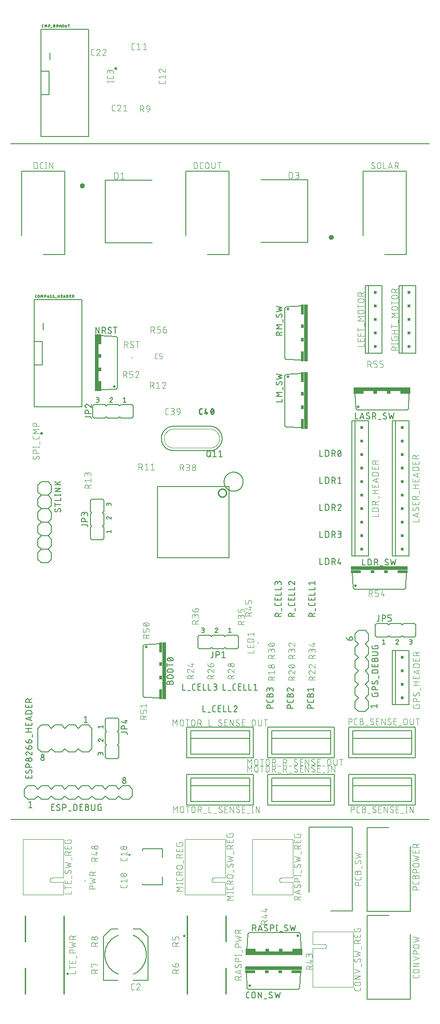
<source format=gbr>
G04 EAGLE Gerber RS-274X export*
G75*
%MOMM*%
%FSLAX34Y34*%
%LPD*%
%INSilkscreen Top*%
%IPPOS*%
%AMOC8*
5,1,8,0,0,1.08239X$1,22.5*%
G01*
%ADD10C,0.152400*%
%ADD11C,0.101600*%
%ADD12C,0.254000*%
%ADD13C,0.203200*%
%ADD14C,0.127000*%
%ADD15C,0.200000*%
%ADD16C,0.250000*%
%ADD17R,0.200000X0.200000*%
%ADD18R,0.508000X0.508000*%
%ADD19C,0.508000*%
%ADD20R,10.668000X0.762000*%
%ADD21R,1.905000X0.508000*%
%ADD22R,0.762000X0.508000*%
%ADD23C,0.050800*%
%ADD24R,0.762000X10.668000*%
%ADD25R,0.508000X1.905000*%
%ADD26R,0.508000X0.762000*%
%ADD27C,0.100081*%
%ADD28C,0.400000*%
%ADD29C,0.076200*%


D10*
X787400Y355600D02*
X0Y355600D01*
X401139Y990600D02*
X401144Y991041D01*
X401161Y991481D01*
X401188Y991921D01*
X401225Y992360D01*
X401274Y992799D01*
X401333Y993235D01*
X401403Y993671D01*
X401484Y994104D01*
X401575Y994535D01*
X401677Y994964D01*
X401790Y995390D01*
X401912Y995814D01*
X402046Y996234D01*
X402189Y996651D01*
X402343Y997064D01*
X402506Y997473D01*
X402680Y997879D01*
X402863Y998279D01*
X403057Y998675D01*
X403260Y999067D01*
X403472Y999453D01*
X403694Y999834D01*
X403926Y1000209D01*
X404166Y1000579D01*
X404415Y1000942D01*
X404674Y1001299D01*
X404941Y1001650D01*
X405216Y1001994D01*
X405500Y1002332D01*
X405792Y1002662D01*
X406092Y1002985D01*
X406400Y1003300D01*
X406715Y1003608D01*
X407038Y1003908D01*
X407368Y1004200D01*
X407706Y1004484D01*
X408050Y1004759D01*
X408401Y1005026D01*
X408758Y1005285D01*
X409121Y1005534D01*
X409491Y1005774D01*
X409866Y1006006D01*
X410247Y1006228D01*
X410633Y1006440D01*
X411025Y1006643D01*
X411421Y1006837D01*
X411821Y1007020D01*
X412227Y1007194D01*
X412636Y1007357D01*
X413049Y1007511D01*
X413466Y1007654D01*
X413886Y1007788D01*
X414310Y1007910D01*
X414736Y1008023D01*
X415165Y1008125D01*
X415596Y1008216D01*
X416029Y1008297D01*
X416465Y1008367D01*
X416901Y1008426D01*
X417340Y1008475D01*
X417779Y1008512D01*
X418219Y1008539D01*
X418659Y1008556D01*
X419100Y1008561D01*
X419541Y1008556D01*
X419981Y1008539D01*
X420421Y1008512D01*
X420860Y1008475D01*
X421299Y1008426D01*
X421735Y1008367D01*
X422171Y1008297D01*
X422604Y1008216D01*
X423035Y1008125D01*
X423464Y1008023D01*
X423890Y1007910D01*
X424314Y1007788D01*
X424734Y1007654D01*
X425151Y1007511D01*
X425564Y1007357D01*
X425973Y1007194D01*
X426379Y1007020D01*
X426779Y1006837D01*
X427175Y1006643D01*
X427567Y1006440D01*
X427953Y1006228D01*
X428334Y1006006D01*
X428709Y1005774D01*
X429079Y1005534D01*
X429442Y1005285D01*
X429799Y1005026D01*
X430150Y1004759D01*
X430494Y1004484D01*
X430832Y1004200D01*
X431162Y1003908D01*
X431485Y1003608D01*
X431800Y1003300D01*
X432108Y1002985D01*
X432408Y1002662D01*
X432700Y1002332D01*
X432984Y1001994D01*
X433259Y1001650D01*
X433526Y1001299D01*
X433785Y1000942D01*
X434034Y1000579D01*
X434274Y1000209D01*
X434506Y999834D01*
X434728Y999453D01*
X434940Y999067D01*
X435143Y998675D01*
X435337Y998279D01*
X435520Y997879D01*
X435694Y997473D01*
X435857Y997064D01*
X436011Y996651D01*
X436154Y996234D01*
X436288Y995814D01*
X436410Y995390D01*
X436523Y994964D01*
X436625Y994535D01*
X436716Y994104D01*
X436797Y993671D01*
X436867Y993235D01*
X436926Y992799D01*
X436975Y992360D01*
X437012Y991921D01*
X437039Y991481D01*
X437056Y991041D01*
X437061Y990600D01*
X437056Y990159D01*
X437039Y989719D01*
X437012Y989279D01*
X436975Y988840D01*
X436926Y988401D01*
X436867Y987965D01*
X436797Y987529D01*
X436716Y987096D01*
X436625Y986665D01*
X436523Y986236D01*
X436410Y985810D01*
X436288Y985386D01*
X436154Y984966D01*
X436011Y984549D01*
X435857Y984136D01*
X435694Y983727D01*
X435520Y983321D01*
X435337Y982921D01*
X435143Y982525D01*
X434940Y982133D01*
X434728Y981747D01*
X434506Y981366D01*
X434274Y980991D01*
X434034Y980621D01*
X433785Y980258D01*
X433526Y979901D01*
X433259Y979550D01*
X432984Y979206D01*
X432700Y978868D01*
X432408Y978538D01*
X432108Y978215D01*
X431800Y977900D01*
X431485Y977592D01*
X431162Y977292D01*
X430832Y977000D01*
X430494Y976716D01*
X430150Y976441D01*
X429799Y976174D01*
X429442Y975915D01*
X429079Y975666D01*
X428709Y975426D01*
X428334Y975194D01*
X427953Y974972D01*
X427567Y974760D01*
X427175Y974557D01*
X426779Y974363D01*
X426379Y974180D01*
X425973Y974006D01*
X425564Y973843D01*
X425151Y973689D01*
X424734Y973546D01*
X424314Y973412D01*
X423890Y973290D01*
X423464Y973177D01*
X423035Y973075D01*
X422604Y972984D01*
X422171Y972903D01*
X421735Y972833D01*
X421299Y972774D01*
X420860Y972725D01*
X420421Y972688D01*
X419981Y972661D01*
X419541Y972644D01*
X419100Y972639D01*
X418659Y972644D01*
X418219Y972661D01*
X417779Y972688D01*
X417340Y972725D01*
X416901Y972774D01*
X416465Y972833D01*
X416029Y972903D01*
X415596Y972984D01*
X415165Y973075D01*
X414736Y973177D01*
X414310Y973290D01*
X413886Y973412D01*
X413466Y973546D01*
X413049Y973689D01*
X412636Y973843D01*
X412227Y974006D01*
X411821Y974180D01*
X411421Y974363D01*
X411025Y974557D01*
X410633Y974760D01*
X410247Y974972D01*
X409866Y975194D01*
X409491Y975426D01*
X409121Y975666D01*
X408758Y975915D01*
X408401Y976174D01*
X408050Y976441D01*
X407706Y976716D01*
X407368Y977000D01*
X407038Y977292D01*
X406715Y977592D01*
X406400Y977900D01*
X406092Y978215D01*
X405792Y978538D01*
X405500Y978868D01*
X405216Y979206D01*
X404941Y979550D01*
X404674Y979901D01*
X404415Y980258D01*
X404166Y980621D01*
X403926Y980991D01*
X403694Y981366D01*
X403472Y981747D01*
X403260Y982133D01*
X403057Y982525D01*
X402863Y982921D01*
X402680Y983321D01*
X402506Y983727D01*
X402343Y984136D01*
X402189Y984549D01*
X402046Y984966D01*
X401912Y985386D01*
X401790Y985810D01*
X401677Y986236D01*
X401575Y986665D01*
X401484Y987096D01*
X401403Y987529D01*
X401333Y987965D01*
X401274Y988401D01*
X401225Y988840D01*
X401188Y989279D01*
X401161Y989719D01*
X401144Y990159D01*
X401139Y990600D01*
X787400Y1625600D02*
X0Y1625600D01*
D11*
X217856Y232753D02*
X217856Y230157D01*
X217854Y230058D01*
X217848Y229958D01*
X217839Y229859D01*
X217826Y229761D01*
X217809Y229663D01*
X217788Y229565D01*
X217763Y229469D01*
X217735Y229374D01*
X217703Y229280D01*
X217668Y229187D01*
X217629Y229095D01*
X217586Y229005D01*
X217541Y228917D01*
X217491Y228830D01*
X217439Y228746D01*
X217383Y228663D01*
X217325Y228583D01*
X217263Y228505D01*
X217198Y228430D01*
X217130Y228357D01*
X217060Y228287D01*
X216987Y228219D01*
X216912Y228154D01*
X216834Y228092D01*
X216754Y228034D01*
X216671Y227978D01*
X216587Y227926D01*
X216500Y227876D01*
X216412Y227831D01*
X216322Y227788D01*
X216230Y227749D01*
X216137Y227714D01*
X216043Y227682D01*
X215948Y227654D01*
X215852Y227629D01*
X215754Y227608D01*
X215656Y227591D01*
X215558Y227578D01*
X215459Y227569D01*
X215359Y227563D01*
X215260Y227561D01*
X215260Y227560D02*
X208768Y227560D01*
X208669Y227562D01*
X208569Y227568D01*
X208470Y227577D01*
X208372Y227590D01*
X208274Y227608D01*
X208176Y227628D01*
X208080Y227653D01*
X207984Y227681D01*
X207890Y227713D01*
X207797Y227748D01*
X207706Y227787D01*
X207616Y227830D01*
X207527Y227875D01*
X207441Y227925D01*
X207356Y227977D01*
X207274Y228033D01*
X207194Y228092D01*
X207116Y228153D01*
X207040Y228218D01*
X206967Y228286D01*
X206897Y228356D01*
X206829Y228429D01*
X206764Y228505D01*
X206703Y228583D01*
X206644Y228663D01*
X206588Y228745D01*
X206536Y228830D01*
X206487Y228916D01*
X206441Y229005D01*
X206398Y229095D01*
X206359Y229186D01*
X206324Y229279D01*
X206292Y229373D01*
X206264Y229469D01*
X206239Y229565D01*
X206219Y229663D01*
X206201Y229761D01*
X206188Y229859D01*
X206179Y229958D01*
X206173Y230057D01*
X206171Y230157D01*
X206172Y230157D02*
X206172Y232753D01*
X208768Y237119D02*
X206172Y240364D01*
X217856Y240364D01*
X217856Y237119D02*
X217856Y243610D01*
X212014Y248548D02*
X211784Y248551D01*
X211554Y248559D01*
X211325Y248573D01*
X211096Y248592D01*
X210867Y248617D01*
X210639Y248647D01*
X210412Y248682D01*
X210186Y248723D01*
X209961Y248769D01*
X209737Y248821D01*
X209514Y248878D01*
X209293Y248940D01*
X209073Y249008D01*
X208855Y249081D01*
X208639Y249159D01*
X208425Y249242D01*
X208213Y249330D01*
X208002Y249423D01*
X207795Y249522D01*
X207705Y249555D01*
X207616Y249591D01*
X207528Y249631D01*
X207443Y249675D01*
X207359Y249722D01*
X207277Y249772D01*
X207197Y249826D01*
X207120Y249882D01*
X207044Y249942D01*
X206971Y250005D01*
X206901Y250070D01*
X206833Y250139D01*
X206769Y250210D01*
X206707Y250283D01*
X206648Y250359D01*
X206592Y250437D01*
X206539Y250518D01*
X206490Y250600D01*
X206444Y250684D01*
X206401Y250771D01*
X206362Y250858D01*
X206326Y250948D01*
X206294Y251038D01*
X206266Y251130D01*
X206241Y251223D01*
X206220Y251317D01*
X206203Y251411D01*
X206189Y251506D01*
X206180Y251602D01*
X206174Y251698D01*
X206172Y251794D01*
X206174Y251890D01*
X206180Y251986D01*
X206189Y252082D01*
X206203Y252177D01*
X206220Y252271D01*
X206241Y252365D01*
X206266Y252458D01*
X206294Y252550D01*
X206326Y252640D01*
X206362Y252730D01*
X206401Y252818D01*
X206444Y252904D01*
X206490Y252988D01*
X206539Y253070D01*
X206592Y253151D01*
X206648Y253229D01*
X206707Y253305D01*
X206769Y253378D01*
X206833Y253449D01*
X206901Y253518D01*
X206971Y253583D01*
X207044Y253646D01*
X207120Y253706D01*
X207197Y253762D01*
X207277Y253816D01*
X207359Y253866D01*
X207443Y253913D01*
X207528Y253957D01*
X207616Y253997D01*
X207705Y254033D01*
X207795Y254066D01*
X208002Y254165D01*
X208213Y254258D01*
X208425Y254346D01*
X208639Y254429D01*
X208855Y254507D01*
X209073Y254580D01*
X209293Y254648D01*
X209514Y254710D01*
X209737Y254767D01*
X209961Y254819D01*
X210186Y254865D01*
X210412Y254906D01*
X210639Y254941D01*
X210867Y254971D01*
X211096Y254996D01*
X211325Y255015D01*
X211554Y255029D01*
X211784Y255037D01*
X212014Y255040D01*
X212014Y248548D02*
X212244Y248551D01*
X212474Y248559D01*
X212703Y248573D01*
X212932Y248592D01*
X213161Y248617D01*
X213389Y248647D01*
X213616Y248682D01*
X213842Y248723D01*
X214067Y248769D01*
X214291Y248821D01*
X214514Y248878D01*
X214735Y248940D01*
X214955Y249008D01*
X215173Y249081D01*
X215389Y249159D01*
X215603Y249242D01*
X215815Y249330D01*
X216026Y249423D01*
X216233Y249522D01*
X216323Y249555D01*
X216412Y249591D01*
X216500Y249632D01*
X216585Y249675D01*
X216669Y249722D01*
X216751Y249772D01*
X216831Y249826D01*
X216908Y249882D01*
X216984Y249942D01*
X217057Y250005D01*
X217127Y250070D01*
X217195Y250139D01*
X217259Y250210D01*
X217321Y250283D01*
X217380Y250359D01*
X217436Y250437D01*
X217489Y250518D01*
X217538Y250600D01*
X217584Y250684D01*
X217627Y250771D01*
X217666Y250858D01*
X217702Y250948D01*
X217734Y251038D01*
X217762Y251130D01*
X217787Y251223D01*
X217808Y251317D01*
X217825Y251411D01*
X217839Y251506D01*
X217848Y251602D01*
X217854Y251698D01*
X217856Y251794D01*
X216233Y254066D02*
X216026Y254165D01*
X215815Y254258D01*
X215603Y254346D01*
X215389Y254429D01*
X215173Y254507D01*
X214955Y254580D01*
X214735Y254648D01*
X214514Y254710D01*
X214291Y254767D01*
X214067Y254819D01*
X213842Y254865D01*
X213616Y254906D01*
X213389Y254941D01*
X213161Y254971D01*
X212932Y254996D01*
X212703Y255015D01*
X212474Y255029D01*
X212244Y255037D01*
X212014Y255040D01*
X216233Y254066D02*
X216323Y254033D01*
X216412Y253997D01*
X216500Y253957D01*
X216585Y253913D01*
X216669Y253866D01*
X216751Y253816D01*
X216831Y253762D01*
X216908Y253706D01*
X216984Y253646D01*
X217057Y253583D01*
X217127Y253518D01*
X217195Y253449D01*
X217259Y253378D01*
X217321Y253305D01*
X217380Y253229D01*
X217436Y253151D01*
X217489Y253070D01*
X217538Y252988D01*
X217584Y252904D01*
X217627Y252817D01*
X217666Y252730D01*
X217702Y252640D01*
X217734Y252550D01*
X217762Y252458D01*
X217787Y252365D01*
X217808Y252271D01*
X217825Y252177D01*
X217839Y252082D01*
X217848Y251986D01*
X217854Y251890D01*
X217856Y251794D01*
X215260Y249198D02*
X208768Y254391D01*
X230157Y1802562D02*
X232753Y1802562D01*
X230157Y1802562D02*
X230058Y1802564D01*
X229958Y1802570D01*
X229859Y1802579D01*
X229761Y1802592D01*
X229663Y1802609D01*
X229565Y1802630D01*
X229469Y1802655D01*
X229374Y1802683D01*
X229280Y1802715D01*
X229187Y1802750D01*
X229095Y1802789D01*
X229005Y1802832D01*
X228917Y1802877D01*
X228830Y1802927D01*
X228746Y1802979D01*
X228663Y1803035D01*
X228583Y1803093D01*
X228505Y1803155D01*
X228430Y1803220D01*
X228357Y1803288D01*
X228287Y1803358D01*
X228219Y1803431D01*
X228154Y1803506D01*
X228092Y1803584D01*
X228034Y1803664D01*
X227978Y1803747D01*
X227926Y1803831D01*
X227876Y1803918D01*
X227831Y1804006D01*
X227788Y1804096D01*
X227749Y1804188D01*
X227714Y1804281D01*
X227682Y1804375D01*
X227654Y1804470D01*
X227629Y1804566D01*
X227608Y1804664D01*
X227591Y1804762D01*
X227578Y1804860D01*
X227569Y1804959D01*
X227563Y1805059D01*
X227561Y1805158D01*
X227560Y1805158D02*
X227560Y1811650D01*
X227561Y1811650D02*
X227563Y1811749D01*
X227569Y1811849D01*
X227578Y1811948D01*
X227591Y1812046D01*
X227608Y1812144D01*
X227629Y1812242D01*
X227654Y1812338D01*
X227682Y1812433D01*
X227714Y1812527D01*
X227749Y1812620D01*
X227788Y1812712D01*
X227831Y1812802D01*
X227876Y1812890D01*
X227926Y1812977D01*
X227978Y1813061D01*
X228034Y1813144D01*
X228092Y1813224D01*
X228154Y1813302D01*
X228219Y1813377D01*
X228287Y1813450D01*
X228357Y1813520D01*
X228430Y1813588D01*
X228505Y1813653D01*
X228583Y1813715D01*
X228663Y1813773D01*
X228746Y1813829D01*
X228830Y1813881D01*
X228917Y1813931D01*
X229005Y1813976D01*
X229095Y1814019D01*
X229187Y1814058D01*
X229279Y1814093D01*
X229374Y1814125D01*
X229469Y1814153D01*
X229565Y1814178D01*
X229663Y1814199D01*
X229761Y1814216D01*
X229859Y1814229D01*
X229958Y1814238D01*
X230058Y1814244D01*
X230157Y1814246D01*
X232753Y1814246D01*
X237119Y1811650D02*
X240364Y1814246D01*
X240364Y1802562D01*
X237119Y1802562D02*
X243610Y1802562D01*
X248549Y1811650D02*
X251794Y1814246D01*
X251794Y1802562D01*
X248549Y1802562D02*
X255040Y1802562D01*
X290246Y1744053D02*
X290246Y1741457D01*
X290244Y1741358D01*
X290238Y1741258D01*
X290229Y1741159D01*
X290216Y1741061D01*
X290199Y1740963D01*
X290178Y1740865D01*
X290153Y1740769D01*
X290125Y1740674D01*
X290093Y1740580D01*
X290058Y1740487D01*
X290019Y1740395D01*
X289976Y1740305D01*
X289931Y1740217D01*
X289881Y1740130D01*
X289829Y1740046D01*
X289773Y1739963D01*
X289715Y1739883D01*
X289653Y1739805D01*
X289588Y1739730D01*
X289520Y1739657D01*
X289450Y1739587D01*
X289377Y1739519D01*
X289302Y1739454D01*
X289224Y1739392D01*
X289144Y1739334D01*
X289061Y1739278D01*
X288977Y1739226D01*
X288890Y1739176D01*
X288802Y1739131D01*
X288712Y1739088D01*
X288620Y1739049D01*
X288527Y1739014D01*
X288433Y1738982D01*
X288338Y1738954D01*
X288242Y1738929D01*
X288144Y1738908D01*
X288046Y1738891D01*
X287948Y1738878D01*
X287849Y1738869D01*
X287749Y1738863D01*
X287650Y1738861D01*
X287650Y1738860D02*
X281158Y1738860D01*
X281059Y1738862D01*
X280959Y1738868D01*
X280860Y1738877D01*
X280762Y1738890D01*
X280664Y1738908D01*
X280566Y1738928D01*
X280470Y1738953D01*
X280374Y1738981D01*
X280280Y1739013D01*
X280187Y1739048D01*
X280096Y1739087D01*
X280006Y1739130D01*
X279917Y1739175D01*
X279831Y1739225D01*
X279746Y1739277D01*
X279664Y1739333D01*
X279584Y1739392D01*
X279506Y1739453D01*
X279430Y1739518D01*
X279357Y1739586D01*
X279287Y1739656D01*
X279219Y1739729D01*
X279154Y1739805D01*
X279093Y1739883D01*
X279034Y1739963D01*
X278978Y1740045D01*
X278926Y1740130D01*
X278877Y1740216D01*
X278831Y1740305D01*
X278788Y1740395D01*
X278749Y1740486D01*
X278714Y1740579D01*
X278682Y1740673D01*
X278654Y1740769D01*
X278629Y1740865D01*
X278609Y1740963D01*
X278591Y1741061D01*
X278578Y1741159D01*
X278569Y1741258D01*
X278563Y1741357D01*
X278561Y1741457D01*
X278562Y1741457D02*
X278562Y1744053D01*
X281158Y1748419D02*
X278562Y1751664D01*
X290246Y1751664D01*
X290246Y1748419D02*
X290246Y1754910D01*
X281483Y1766340D02*
X281376Y1766338D01*
X281270Y1766332D01*
X281164Y1766322D01*
X281058Y1766309D01*
X280952Y1766291D01*
X280848Y1766270D01*
X280744Y1766245D01*
X280641Y1766216D01*
X280540Y1766184D01*
X280440Y1766147D01*
X280341Y1766107D01*
X280243Y1766064D01*
X280147Y1766017D01*
X280053Y1765966D01*
X279961Y1765912D01*
X279871Y1765855D01*
X279783Y1765795D01*
X279698Y1765731D01*
X279615Y1765664D01*
X279534Y1765594D01*
X279456Y1765522D01*
X279380Y1765446D01*
X279308Y1765368D01*
X279238Y1765287D01*
X279171Y1765204D01*
X279107Y1765119D01*
X279047Y1765031D01*
X278990Y1764941D01*
X278936Y1764849D01*
X278885Y1764755D01*
X278838Y1764659D01*
X278795Y1764561D01*
X278755Y1764462D01*
X278718Y1764362D01*
X278686Y1764261D01*
X278657Y1764158D01*
X278632Y1764054D01*
X278611Y1763950D01*
X278593Y1763844D01*
X278580Y1763738D01*
X278570Y1763632D01*
X278564Y1763526D01*
X278562Y1763419D01*
X278564Y1763298D01*
X278570Y1763177D01*
X278580Y1763057D01*
X278593Y1762936D01*
X278611Y1762817D01*
X278632Y1762697D01*
X278657Y1762579D01*
X278686Y1762462D01*
X278719Y1762345D01*
X278755Y1762230D01*
X278796Y1762116D01*
X278839Y1762003D01*
X278887Y1761891D01*
X278938Y1761782D01*
X278993Y1761674D01*
X279051Y1761567D01*
X279112Y1761463D01*
X279177Y1761361D01*
X279245Y1761261D01*
X279316Y1761163D01*
X279390Y1761067D01*
X279467Y1760974D01*
X279548Y1760884D01*
X279631Y1760796D01*
X279717Y1760711D01*
X279806Y1760628D01*
X279897Y1760549D01*
X279991Y1760472D01*
X280087Y1760399D01*
X280185Y1760329D01*
X280286Y1760262D01*
X280389Y1760198D01*
X280494Y1760138D01*
X280601Y1760080D01*
X280709Y1760027D01*
X280819Y1759977D01*
X280931Y1759931D01*
X281044Y1759888D01*
X281159Y1759849D01*
X283755Y1765365D02*
X283677Y1765444D01*
X283597Y1765520D01*
X283514Y1765593D01*
X283428Y1765663D01*
X283341Y1765730D01*
X283250Y1765794D01*
X283158Y1765854D01*
X283064Y1765912D01*
X282967Y1765966D01*
X282869Y1766016D01*
X282769Y1766063D01*
X282668Y1766107D01*
X282565Y1766147D01*
X282460Y1766183D01*
X282355Y1766215D01*
X282248Y1766244D01*
X282141Y1766269D01*
X282032Y1766291D01*
X281923Y1766308D01*
X281814Y1766322D01*
X281704Y1766331D01*
X281593Y1766337D01*
X281483Y1766339D01*
X283755Y1765366D02*
X290246Y1759849D01*
X290246Y1766340D01*
X217856Y283553D02*
X217856Y280957D01*
X217854Y280858D01*
X217848Y280758D01*
X217839Y280659D01*
X217826Y280561D01*
X217809Y280463D01*
X217788Y280365D01*
X217763Y280269D01*
X217735Y280174D01*
X217703Y280080D01*
X217668Y279987D01*
X217629Y279895D01*
X217586Y279805D01*
X217541Y279717D01*
X217491Y279630D01*
X217439Y279546D01*
X217383Y279463D01*
X217325Y279383D01*
X217263Y279305D01*
X217198Y279230D01*
X217130Y279157D01*
X217060Y279087D01*
X216987Y279019D01*
X216912Y278954D01*
X216834Y278892D01*
X216754Y278834D01*
X216671Y278778D01*
X216587Y278726D01*
X216500Y278676D01*
X216412Y278631D01*
X216322Y278588D01*
X216230Y278549D01*
X216137Y278514D01*
X216043Y278482D01*
X215948Y278454D01*
X215852Y278429D01*
X215754Y278408D01*
X215656Y278391D01*
X215558Y278378D01*
X215459Y278369D01*
X215359Y278363D01*
X215260Y278361D01*
X215260Y278360D02*
X208768Y278360D01*
X208669Y278362D01*
X208569Y278368D01*
X208470Y278377D01*
X208372Y278390D01*
X208274Y278408D01*
X208176Y278428D01*
X208080Y278453D01*
X207984Y278481D01*
X207890Y278513D01*
X207797Y278548D01*
X207706Y278587D01*
X207616Y278630D01*
X207527Y278675D01*
X207441Y278725D01*
X207356Y278777D01*
X207274Y278833D01*
X207194Y278892D01*
X207116Y278953D01*
X207040Y279018D01*
X206967Y279086D01*
X206897Y279156D01*
X206829Y279229D01*
X206764Y279305D01*
X206703Y279383D01*
X206644Y279463D01*
X206588Y279545D01*
X206536Y279630D01*
X206487Y279716D01*
X206441Y279805D01*
X206398Y279895D01*
X206359Y279986D01*
X206324Y280079D01*
X206292Y280173D01*
X206264Y280269D01*
X206239Y280365D01*
X206219Y280463D01*
X206201Y280561D01*
X206188Y280659D01*
X206179Y280758D01*
X206173Y280857D01*
X206171Y280957D01*
X206172Y280957D02*
X206172Y283553D01*
X208768Y287919D02*
X206172Y291164D01*
X217856Y291164D01*
X217856Y287919D02*
X217856Y294410D01*
X214610Y299348D02*
X214497Y299350D01*
X214384Y299356D01*
X214271Y299366D01*
X214158Y299380D01*
X214046Y299397D01*
X213935Y299419D01*
X213825Y299444D01*
X213715Y299474D01*
X213607Y299507D01*
X213500Y299544D01*
X213394Y299584D01*
X213290Y299629D01*
X213187Y299677D01*
X213086Y299728D01*
X212987Y299783D01*
X212890Y299841D01*
X212795Y299903D01*
X212702Y299968D01*
X212612Y300036D01*
X212524Y300107D01*
X212438Y300182D01*
X212355Y300259D01*
X212275Y300339D01*
X212198Y300422D01*
X212123Y300508D01*
X212052Y300596D01*
X211984Y300686D01*
X211919Y300779D01*
X211857Y300874D01*
X211799Y300971D01*
X211744Y301070D01*
X211693Y301171D01*
X211645Y301274D01*
X211600Y301378D01*
X211560Y301484D01*
X211523Y301591D01*
X211490Y301699D01*
X211460Y301809D01*
X211435Y301919D01*
X211413Y302030D01*
X211396Y302142D01*
X211382Y302255D01*
X211372Y302368D01*
X211366Y302481D01*
X211364Y302594D01*
X211366Y302707D01*
X211372Y302820D01*
X211382Y302933D01*
X211396Y303046D01*
X211413Y303158D01*
X211435Y303269D01*
X211460Y303379D01*
X211490Y303489D01*
X211523Y303597D01*
X211560Y303704D01*
X211600Y303810D01*
X211645Y303914D01*
X211693Y304017D01*
X211744Y304118D01*
X211799Y304217D01*
X211857Y304314D01*
X211919Y304409D01*
X211984Y304502D01*
X212052Y304592D01*
X212123Y304680D01*
X212198Y304766D01*
X212275Y304849D01*
X212355Y304929D01*
X212438Y305006D01*
X212524Y305081D01*
X212612Y305152D01*
X212702Y305220D01*
X212795Y305285D01*
X212890Y305347D01*
X212987Y305405D01*
X213086Y305460D01*
X213187Y305511D01*
X213290Y305559D01*
X213394Y305604D01*
X213500Y305644D01*
X213607Y305681D01*
X213715Y305714D01*
X213825Y305744D01*
X213935Y305769D01*
X214046Y305791D01*
X214158Y305808D01*
X214271Y305822D01*
X214384Y305832D01*
X214497Y305838D01*
X214610Y305840D01*
X214723Y305838D01*
X214836Y305832D01*
X214949Y305822D01*
X215062Y305808D01*
X215174Y305791D01*
X215285Y305769D01*
X215395Y305744D01*
X215505Y305714D01*
X215613Y305681D01*
X215720Y305644D01*
X215826Y305604D01*
X215930Y305559D01*
X216033Y305511D01*
X216134Y305460D01*
X216233Y305405D01*
X216330Y305347D01*
X216425Y305285D01*
X216518Y305220D01*
X216608Y305152D01*
X216696Y305081D01*
X216782Y305006D01*
X216865Y304929D01*
X216945Y304849D01*
X217022Y304766D01*
X217097Y304680D01*
X217168Y304592D01*
X217236Y304502D01*
X217301Y304409D01*
X217363Y304314D01*
X217421Y304217D01*
X217476Y304118D01*
X217527Y304017D01*
X217575Y303914D01*
X217620Y303810D01*
X217660Y303704D01*
X217697Y303597D01*
X217730Y303489D01*
X217760Y303379D01*
X217785Y303269D01*
X217807Y303158D01*
X217824Y303046D01*
X217838Y302933D01*
X217848Y302820D01*
X217854Y302707D01*
X217856Y302594D01*
X217854Y302481D01*
X217848Y302368D01*
X217838Y302255D01*
X217824Y302142D01*
X217807Y302030D01*
X217785Y301919D01*
X217760Y301809D01*
X217730Y301699D01*
X217697Y301591D01*
X217660Y301484D01*
X217620Y301378D01*
X217575Y301274D01*
X217527Y301171D01*
X217476Y301070D01*
X217421Y300971D01*
X217363Y300874D01*
X217301Y300779D01*
X217236Y300686D01*
X217168Y300596D01*
X217097Y300508D01*
X217022Y300422D01*
X216945Y300339D01*
X216865Y300259D01*
X216782Y300182D01*
X216696Y300107D01*
X216608Y300036D01*
X216518Y299968D01*
X216425Y299903D01*
X216330Y299841D01*
X216233Y299783D01*
X216134Y299728D01*
X216033Y299677D01*
X215930Y299629D01*
X215826Y299584D01*
X215720Y299544D01*
X215613Y299507D01*
X215505Y299474D01*
X215395Y299444D01*
X215285Y299419D01*
X215174Y299397D01*
X215062Y299380D01*
X214949Y299366D01*
X214836Y299356D01*
X214723Y299350D01*
X214610Y299348D01*
X208768Y299998D02*
X208667Y300000D01*
X208567Y300006D01*
X208467Y300016D01*
X208367Y300029D01*
X208268Y300047D01*
X208169Y300068D01*
X208072Y300093D01*
X207975Y300122D01*
X207880Y300155D01*
X207786Y300191D01*
X207694Y300231D01*
X207603Y300274D01*
X207514Y300321D01*
X207427Y300371D01*
X207341Y300425D01*
X207258Y300482D01*
X207178Y300542D01*
X207099Y300605D01*
X207023Y300672D01*
X206950Y300741D01*
X206880Y300813D01*
X206812Y300887D01*
X206747Y300964D01*
X206686Y301044D01*
X206627Y301126D01*
X206572Y301210D01*
X206520Y301296D01*
X206471Y301384D01*
X206426Y301474D01*
X206384Y301566D01*
X206346Y301659D01*
X206312Y301754D01*
X206281Y301849D01*
X206254Y301946D01*
X206231Y302044D01*
X206211Y302143D01*
X206196Y302243D01*
X206184Y302343D01*
X206176Y302443D01*
X206172Y302544D01*
X206172Y302644D01*
X206176Y302745D01*
X206184Y302845D01*
X206196Y302945D01*
X206211Y303045D01*
X206231Y303144D01*
X206254Y303242D01*
X206281Y303339D01*
X206312Y303434D01*
X206346Y303529D01*
X206384Y303622D01*
X206426Y303714D01*
X206471Y303804D01*
X206520Y303892D01*
X206572Y303978D01*
X206627Y304062D01*
X206686Y304144D01*
X206747Y304224D01*
X206812Y304301D01*
X206880Y304375D01*
X206950Y304447D01*
X207023Y304516D01*
X207099Y304583D01*
X207178Y304646D01*
X207258Y304706D01*
X207341Y304763D01*
X207427Y304817D01*
X207514Y304867D01*
X207603Y304914D01*
X207694Y304957D01*
X207786Y304997D01*
X207880Y305033D01*
X207975Y305066D01*
X208072Y305095D01*
X208169Y305120D01*
X208268Y305141D01*
X208367Y305159D01*
X208467Y305172D01*
X208567Y305182D01*
X208667Y305188D01*
X208768Y305190D01*
X208869Y305188D01*
X208969Y305182D01*
X209069Y305172D01*
X209169Y305159D01*
X209268Y305141D01*
X209367Y305120D01*
X209464Y305095D01*
X209561Y305066D01*
X209656Y305033D01*
X209750Y304997D01*
X209842Y304957D01*
X209933Y304914D01*
X210022Y304867D01*
X210109Y304817D01*
X210195Y304763D01*
X210278Y304706D01*
X210358Y304646D01*
X210437Y304583D01*
X210513Y304516D01*
X210586Y304447D01*
X210656Y304375D01*
X210724Y304301D01*
X210789Y304224D01*
X210850Y304144D01*
X210909Y304062D01*
X210964Y303978D01*
X211016Y303892D01*
X211065Y303804D01*
X211110Y303714D01*
X211152Y303622D01*
X211190Y303529D01*
X211224Y303434D01*
X211255Y303339D01*
X211282Y303242D01*
X211305Y303144D01*
X211325Y303045D01*
X211340Y302945D01*
X211352Y302845D01*
X211360Y302745D01*
X211364Y302644D01*
X211364Y302544D01*
X211360Y302443D01*
X211352Y302343D01*
X211340Y302243D01*
X211325Y302143D01*
X211305Y302044D01*
X211282Y301946D01*
X211255Y301849D01*
X211224Y301754D01*
X211190Y301659D01*
X211152Y301566D01*
X211110Y301474D01*
X211065Y301384D01*
X211016Y301296D01*
X210964Y301210D01*
X210909Y301126D01*
X210850Y301044D01*
X210789Y300964D01*
X210724Y300887D01*
X210656Y300813D01*
X210586Y300741D01*
X210513Y300672D01*
X210437Y300605D01*
X210358Y300542D01*
X210278Y300482D01*
X210195Y300425D01*
X210109Y300371D01*
X210022Y300321D01*
X209933Y300274D01*
X209842Y300231D01*
X209750Y300191D01*
X209656Y300155D01*
X209561Y300122D01*
X209464Y300093D01*
X209367Y300068D01*
X209268Y300047D01*
X209169Y300029D01*
X209069Y300016D01*
X208969Y300006D01*
X208869Y300000D01*
X208768Y299998D01*
X195923Y1687144D02*
X193327Y1687144D01*
X193228Y1687146D01*
X193128Y1687152D01*
X193029Y1687161D01*
X192931Y1687174D01*
X192833Y1687191D01*
X192735Y1687212D01*
X192639Y1687237D01*
X192544Y1687265D01*
X192450Y1687297D01*
X192357Y1687332D01*
X192265Y1687371D01*
X192175Y1687414D01*
X192087Y1687459D01*
X192000Y1687509D01*
X191916Y1687561D01*
X191833Y1687617D01*
X191753Y1687675D01*
X191675Y1687737D01*
X191600Y1687802D01*
X191527Y1687870D01*
X191457Y1687940D01*
X191389Y1688013D01*
X191324Y1688088D01*
X191262Y1688166D01*
X191204Y1688246D01*
X191148Y1688329D01*
X191096Y1688413D01*
X191046Y1688500D01*
X191001Y1688588D01*
X190958Y1688678D01*
X190919Y1688770D01*
X190884Y1688863D01*
X190852Y1688957D01*
X190824Y1689052D01*
X190799Y1689148D01*
X190778Y1689246D01*
X190761Y1689344D01*
X190748Y1689442D01*
X190739Y1689541D01*
X190733Y1689641D01*
X190731Y1689740D01*
X190730Y1689740D02*
X190730Y1696232D01*
X190731Y1696232D02*
X190733Y1696331D01*
X190739Y1696431D01*
X190748Y1696530D01*
X190761Y1696628D01*
X190778Y1696726D01*
X190799Y1696824D01*
X190824Y1696920D01*
X190852Y1697015D01*
X190884Y1697109D01*
X190919Y1697202D01*
X190958Y1697294D01*
X191001Y1697384D01*
X191046Y1697472D01*
X191096Y1697559D01*
X191148Y1697643D01*
X191204Y1697726D01*
X191262Y1697806D01*
X191324Y1697884D01*
X191389Y1697959D01*
X191457Y1698032D01*
X191527Y1698102D01*
X191600Y1698170D01*
X191675Y1698235D01*
X191753Y1698297D01*
X191833Y1698355D01*
X191916Y1698411D01*
X192000Y1698463D01*
X192087Y1698513D01*
X192175Y1698558D01*
X192265Y1698601D01*
X192357Y1698640D01*
X192449Y1698675D01*
X192544Y1698707D01*
X192639Y1698735D01*
X192735Y1698760D01*
X192833Y1698781D01*
X192931Y1698798D01*
X193029Y1698811D01*
X193128Y1698820D01*
X193228Y1698826D01*
X193327Y1698828D01*
X195923Y1698828D01*
X203859Y1698828D02*
X203966Y1698826D01*
X204072Y1698820D01*
X204178Y1698810D01*
X204284Y1698797D01*
X204390Y1698779D01*
X204494Y1698758D01*
X204598Y1698733D01*
X204701Y1698704D01*
X204802Y1698672D01*
X204902Y1698635D01*
X205001Y1698595D01*
X205099Y1698552D01*
X205195Y1698505D01*
X205289Y1698454D01*
X205381Y1698400D01*
X205471Y1698343D01*
X205559Y1698283D01*
X205644Y1698219D01*
X205727Y1698152D01*
X205808Y1698082D01*
X205886Y1698010D01*
X205962Y1697934D01*
X206034Y1697856D01*
X206104Y1697775D01*
X206171Y1697692D01*
X206235Y1697607D01*
X206295Y1697519D01*
X206352Y1697429D01*
X206406Y1697337D01*
X206457Y1697243D01*
X206504Y1697147D01*
X206547Y1697049D01*
X206587Y1696950D01*
X206624Y1696850D01*
X206656Y1696749D01*
X206685Y1696646D01*
X206710Y1696542D01*
X206731Y1696438D01*
X206749Y1696332D01*
X206762Y1696226D01*
X206772Y1696120D01*
X206778Y1696014D01*
X206780Y1695907D01*
X203859Y1698828D02*
X203738Y1698826D01*
X203617Y1698820D01*
X203497Y1698810D01*
X203376Y1698797D01*
X203257Y1698779D01*
X203137Y1698758D01*
X203019Y1698733D01*
X202902Y1698704D01*
X202785Y1698671D01*
X202670Y1698635D01*
X202556Y1698594D01*
X202443Y1698551D01*
X202331Y1698503D01*
X202222Y1698452D01*
X202114Y1698397D01*
X202007Y1698339D01*
X201903Y1698278D01*
X201801Y1698213D01*
X201701Y1698145D01*
X201603Y1698074D01*
X201507Y1698000D01*
X201414Y1697923D01*
X201324Y1697842D01*
X201236Y1697759D01*
X201151Y1697673D01*
X201068Y1697584D01*
X200989Y1697493D01*
X200912Y1697399D01*
X200839Y1697303D01*
X200769Y1697205D01*
X200702Y1697104D01*
X200638Y1697001D01*
X200578Y1696896D01*
X200521Y1696789D01*
X200467Y1696681D01*
X200417Y1696571D01*
X200371Y1696459D01*
X200328Y1696346D01*
X200289Y1696231D01*
X205806Y1693635D02*
X205885Y1693712D01*
X205961Y1693793D01*
X206034Y1693876D01*
X206104Y1693961D01*
X206171Y1694049D01*
X206235Y1694139D01*
X206295Y1694231D01*
X206352Y1694326D01*
X206406Y1694422D01*
X206457Y1694520D01*
X206504Y1694620D01*
X206548Y1694722D01*
X206588Y1694825D01*
X206624Y1694929D01*
X206656Y1695035D01*
X206685Y1695141D01*
X206710Y1695249D01*
X206732Y1695357D01*
X206749Y1695467D01*
X206763Y1695576D01*
X206772Y1695686D01*
X206778Y1695797D01*
X206780Y1695907D01*
X205806Y1693635D02*
X200289Y1687144D01*
X206780Y1687144D01*
X211719Y1696232D02*
X214964Y1698828D01*
X214964Y1687144D01*
X211719Y1687144D02*
X218210Y1687144D01*
X156553Y1792062D02*
X153957Y1792062D01*
X153858Y1792064D01*
X153758Y1792070D01*
X153659Y1792079D01*
X153561Y1792092D01*
X153463Y1792109D01*
X153365Y1792130D01*
X153269Y1792155D01*
X153174Y1792183D01*
X153080Y1792215D01*
X152987Y1792250D01*
X152895Y1792289D01*
X152805Y1792332D01*
X152717Y1792377D01*
X152630Y1792427D01*
X152546Y1792479D01*
X152463Y1792535D01*
X152383Y1792593D01*
X152305Y1792655D01*
X152230Y1792720D01*
X152157Y1792788D01*
X152087Y1792858D01*
X152019Y1792931D01*
X151954Y1793006D01*
X151892Y1793084D01*
X151834Y1793164D01*
X151778Y1793247D01*
X151726Y1793331D01*
X151676Y1793418D01*
X151631Y1793506D01*
X151588Y1793596D01*
X151549Y1793688D01*
X151514Y1793781D01*
X151482Y1793875D01*
X151454Y1793970D01*
X151429Y1794066D01*
X151408Y1794164D01*
X151391Y1794262D01*
X151378Y1794360D01*
X151369Y1794459D01*
X151363Y1794559D01*
X151361Y1794658D01*
X151360Y1794658D02*
X151360Y1801150D01*
X151361Y1801150D02*
X151363Y1801249D01*
X151369Y1801349D01*
X151378Y1801448D01*
X151391Y1801546D01*
X151408Y1801644D01*
X151429Y1801742D01*
X151454Y1801838D01*
X151482Y1801933D01*
X151514Y1802027D01*
X151549Y1802120D01*
X151588Y1802212D01*
X151631Y1802302D01*
X151676Y1802390D01*
X151726Y1802477D01*
X151778Y1802561D01*
X151834Y1802644D01*
X151892Y1802724D01*
X151954Y1802802D01*
X152019Y1802877D01*
X152087Y1802950D01*
X152157Y1803020D01*
X152230Y1803088D01*
X152305Y1803153D01*
X152383Y1803215D01*
X152463Y1803273D01*
X152546Y1803329D01*
X152630Y1803381D01*
X152717Y1803431D01*
X152805Y1803476D01*
X152895Y1803519D01*
X152987Y1803558D01*
X153079Y1803593D01*
X153174Y1803625D01*
X153269Y1803653D01*
X153365Y1803678D01*
X153463Y1803699D01*
X153561Y1803716D01*
X153659Y1803729D01*
X153758Y1803738D01*
X153858Y1803744D01*
X153957Y1803746D01*
X156553Y1803746D01*
X164489Y1803746D02*
X164596Y1803744D01*
X164702Y1803738D01*
X164808Y1803728D01*
X164914Y1803715D01*
X165020Y1803697D01*
X165124Y1803676D01*
X165228Y1803651D01*
X165331Y1803622D01*
X165432Y1803590D01*
X165532Y1803553D01*
X165631Y1803513D01*
X165729Y1803470D01*
X165825Y1803423D01*
X165919Y1803372D01*
X166011Y1803318D01*
X166101Y1803261D01*
X166189Y1803201D01*
X166274Y1803137D01*
X166357Y1803070D01*
X166438Y1803000D01*
X166516Y1802928D01*
X166592Y1802852D01*
X166664Y1802774D01*
X166734Y1802693D01*
X166801Y1802610D01*
X166865Y1802525D01*
X166925Y1802437D01*
X166982Y1802347D01*
X167036Y1802255D01*
X167087Y1802161D01*
X167134Y1802065D01*
X167177Y1801967D01*
X167217Y1801868D01*
X167254Y1801768D01*
X167286Y1801667D01*
X167315Y1801564D01*
X167340Y1801460D01*
X167361Y1801356D01*
X167379Y1801250D01*
X167392Y1801144D01*
X167402Y1801038D01*
X167408Y1800932D01*
X167410Y1800825D01*
X164489Y1803746D02*
X164368Y1803744D01*
X164247Y1803738D01*
X164127Y1803728D01*
X164006Y1803715D01*
X163887Y1803697D01*
X163767Y1803676D01*
X163649Y1803651D01*
X163532Y1803622D01*
X163415Y1803589D01*
X163300Y1803553D01*
X163186Y1803512D01*
X163073Y1803469D01*
X162961Y1803421D01*
X162852Y1803370D01*
X162744Y1803315D01*
X162637Y1803257D01*
X162533Y1803196D01*
X162431Y1803131D01*
X162331Y1803063D01*
X162233Y1802992D01*
X162137Y1802918D01*
X162044Y1802841D01*
X161954Y1802760D01*
X161866Y1802677D01*
X161781Y1802591D01*
X161698Y1802502D01*
X161619Y1802411D01*
X161542Y1802317D01*
X161469Y1802221D01*
X161399Y1802123D01*
X161332Y1802022D01*
X161268Y1801919D01*
X161208Y1801814D01*
X161151Y1801707D01*
X161097Y1801599D01*
X161047Y1801489D01*
X161001Y1801377D01*
X160958Y1801264D01*
X160919Y1801149D01*
X166436Y1798553D02*
X166515Y1798630D01*
X166591Y1798711D01*
X166664Y1798794D01*
X166734Y1798879D01*
X166801Y1798967D01*
X166865Y1799057D01*
X166925Y1799149D01*
X166982Y1799244D01*
X167036Y1799340D01*
X167087Y1799438D01*
X167134Y1799538D01*
X167178Y1799640D01*
X167218Y1799743D01*
X167254Y1799847D01*
X167286Y1799953D01*
X167315Y1800059D01*
X167340Y1800167D01*
X167362Y1800275D01*
X167379Y1800385D01*
X167393Y1800494D01*
X167402Y1800604D01*
X167408Y1800715D01*
X167410Y1800825D01*
X166436Y1798553D02*
X160919Y1792062D01*
X167410Y1792062D01*
X178840Y1800825D02*
X178838Y1800932D01*
X178832Y1801038D01*
X178822Y1801144D01*
X178809Y1801250D01*
X178791Y1801356D01*
X178770Y1801460D01*
X178745Y1801564D01*
X178716Y1801667D01*
X178684Y1801768D01*
X178647Y1801868D01*
X178607Y1801967D01*
X178564Y1802065D01*
X178517Y1802161D01*
X178466Y1802255D01*
X178412Y1802347D01*
X178355Y1802437D01*
X178295Y1802525D01*
X178231Y1802610D01*
X178164Y1802693D01*
X178094Y1802774D01*
X178022Y1802852D01*
X177946Y1802928D01*
X177868Y1803000D01*
X177787Y1803070D01*
X177704Y1803137D01*
X177619Y1803201D01*
X177531Y1803261D01*
X177441Y1803318D01*
X177349Y1803372D01*
X177255Y1803423D01*
X177159Y1803470D01*
X177061Y1803513D01*
X176962Y1803553D01*
X176862Y1803590D01*
X176761Y1803622D01*
X176658Y1803651D01*
X176554Y1803676D01*
X176450Y1803697D01*
X176344Y1803715D01*
X176238Y1803728D01*
X176132Y1803738D01*
X176026Y1803744D01*
X175919Y1803746D01*
X175798Y1803744D01*
X175677Y1803738D01*
X175557Y1803728D01*
X175436Y1803715D01*
X175317Y1803697D01*
X175197Y1803676D01*
X175079Y1803651D01*
X174962Y1803622D01*
X174845Y1803589D01*
X174730Y1803553D01*
X174616Y1803512D01*
X174503Y1803469D01*
X174391Y1803421D01*
X174282Y1803370D01*
X174174Y1803315D01*
X174067Y1803257D01*
X173963Y1803196D01*
X173861Y1803131D01*
X173761Y1803063D01*
X173663Y1802992D01*
X173567Y1802918D01*
X173474Y1802841D01*
X173384Y1802760D01*
X173296Y1802677D01*
X173211Y1802591D01*
X173128Y1802502D01*
X173049Y1802411D01*
X172972Y1802317D01*
X172899Y1802221D01*
X172829Y1802123D01*
X172762Y1802022D01*
X172698Y1801919D01*
X172638Y1801814D01*
X172581Y1801707D01*
X172527Y1801599D01*
X172477Y1801489D01*
X172431Y1801377D01*
X172388Y1801264D01*
X172349Y1801149D01*
X177866Y1798553D02*
X177945Y1798630D01*
X178021Y1798711D01*
X178094Y1798794D01*
X178164Y1798879D01*
X178231Y1798967D01*
X178295Y1799057D01*
X178355Y1799149D01*
X178412Y1799244D01*
X178466Y1799340D01*
X178517Y1799438D01*
X178564Y1799538D01*
X178608Y1799640D01*
X178648Y1799743D01*
X178684Y1799847D01*
X178716Y1799953D01*
X178745Y1800059D01*
X178770Y1800167D01*
X178792Y1800275D01*
X178809Y1800385D01*
X178823Y1800494D01*
X178832Y1800604D01*
X178838Y1800715D01*
X178840Y1800825D01*
X177866Y1798553D02*
X172349Y1792062D01*
X178840Y1792062D01*
X293657Y1116762D02*
X296253Y1116762D01*
X293657Y1116762D02*
X293558Y1116764D01*
X293458Y1116770D01*
X293359Y1116779D01*
X293261Y1116792D01*
X293163Y1116809D01*
X293065Y1116830D01*
X292969Y1116855D01*
X292874Y1116883D01*
X292780Y1116915D01*
X292687Y1116950D01*
X292595Y1116989D01*
X292505Y1117032D01*
X292417Y1117077D01*
X292330Y1117127D01*
X292246Y1117179D01*
X292163Y1117235D01*
X292083Y1117293D01*
X292005Y1117355D01*
X291930Y1117420D01*
X291857Y1117488D01*
X291787Y1117558D01*
X291719Y1117631D01*
X291654Y1117706D01*
X291592Y1117784D01*
X291534Y1117864D01*
X291478Y1117947D01*
X291426Y1118031D01*
X291376Y1118118D01*
X291331Y1118206D01*
X291288Y1118296D01*
X291249Y1118388D01*
X291214Y1118481D01*
X291182Y1118575D01*
X291154Y1118670D01*
X291129Y1118766D01*
X291108Y1118864D01*
X291091Y1118962D01*
X291078Y1119060D01*
X291069Y1119159D01*
X291063Y1119259D01*
X291061Y1119358D01*
X291060Y1119358D02*
X291060Y1125850D01*
X291061Y1125850D02*
X291063Y1125949D01*
X291069Y1126049D01*
X291078Y1126148D01*
X291091Y1126246D01*
X291108Y1126344D01*
X291129Y1126442D01*
X291154Y1126538D01*
X291182Y1126633D01*
X291214Y1126727D01*
X291249Y1126820D01*
X291288Y1126912D01*
X291331Y1127002D01*
X291376Y1127090D01*
X291426Y1127177D01*
X291478Y1127261D01*
X291534Y1127344D01*
X291592Y1127424D01*
X291654Y1127502D01*
X291719Y1127577D01*
X291787Y1127650D01*
X291857Y1127720D01*
X291930Y1127788D01*
X292005Y1127853D01*
X292083Y1127915D01*
X292163Y1127973D01*
X292246Y1128029D01*
X292330Y1128081D01*
X292417Y1128131D01*
X292505Y1128176D01*
X292595Y1128219D01*
X292687Y1128258D01*
X292779Y1128293D01*
X292874Y1128325D01*
X292969Y1128353D01*
X293065Y1128378D01*
X293163Y1128399D01*
X293261Y1128416D01*
X293359Y1128429D01*
X293458Y1128438D01*
X293558Y1128444D01*
X293657Y1128446D01*
X296253Y1128446D01*
X300619Y1116762D02*
X303864Y1116762D01*
X303977Y1116764D01*
X304090Y1116770D01*
X304203Y1116780D01*
X304316Y1116794D01*
X304428Y1116811D01*
X304539Y1116833D01*
X304649Y1116858D01*
X304759Y1116888D01*
X304867Y1116921D01*
X304974Y1116958D01*
X305080Y1116998D01*
X305184Y1117043D01*
X305287Y1117091D01*
X305388Y1117142D01*
X305487Y1117197D01*
X305584Y1117255D01*
X305679Y1117317D01*
X305772Y1117382D01*
X305862Y1117450D01*
X305950Y1117521D01*
X306036Y1117596D01*
X306119Y1117673D01*
X306199Y1117753D01*
X306276Y1117836D01*
X306351Y1117922D01*
X306422Y1118010D01*
X306490Y1118100D01*
X306555Y1118193D01*
X306617Y1118288D01*
X306675Y1118385D01*
X306730Y1118484D01*
X306781Y1118585D01*
X306829Y1118688D01*
X306874Y1118792D01*
X306914Y1118898D01*
X306951Y1119005D01*
X306984Y1119113D01*
X307014Y1119223D01*
X307039Y1119333D01*
X307061Y1119444D01*
X307078Y1119556D01*
X307092Y1119669D01*
X307102Y1119782D01*
X307108Y1119895D01*
X307110Y1120008D01*
X307108Y1120121D01*
X307102Y1120234D01*
X307092Y1120347D01*
X307078Y1120460D01*
X307061Y1120572D01*
X307039Y1120683D01*
X307014Y1120793D01*
X306984Y1120903D01*
X306951Y1121011D01*
X306914Y1121118D01*
X306874Y1121224D01*
X306829Y1121328D01*
X306781Y1121431D01*
X306730Y1121532D01*
X306675Y1121631D01*
X306617Y1121728D01*
X306555Y1121823D01*
X306490Y1121916D01*
X306422Y1122006D01*
X306351Y1122094D01*
X306276Y1122180D01*
X306199Y1122263D01*
X306119Y1122343D01*
X306036Y1122420D01*
X305950Y1122495D01*
X305862Y1122566D01*
X305772Y1122634D01*
X305679Y1122699D01*
X305584Y1122761D01*
X305487Y1122819D01*
X305388Y1122874D01*
X305287Y1122925D01*
X305184Y1122973D01*
X305080Y1123018D01*
X304974Y1123058D01*
X304867Y1123095D01*
X304759Y1123128D01*
X304649Y1123158D01*
X304539Y1123183D01*
X304428Y1123205D01*
X304316Y1123222D01*
X304203Y1123236D01*
X304090Y1123246D01*
X303977Y1123252D01*
X303864Y1123254D01*
X304513Y1128446D02*
X300619Y1128446D01*
X304513Y1128446D02*
X304614Y1128444D01*
X304714Y1128438D01*
X304814Y1128428D01*
X304914Y1128415D01*
X305013Y1128397D01*
X305112Y1128376D01*
X305209Y1128351D01*
X305306Y1128322D01*
X305401Y1128289D01*
X305495Y1128253D01*
X305587Y1128213D01*
X305678Y1128170D01*
X305767Y1128123D01*
X305854Y1128073D01*
X305940Y1128019D01*
X306023Y1127962D01*
X306103Y1127902D01*
X306182Y1127839D01*
X306258Y1127772D01*
X306331Y1127703D01*
X306401Y1127631D01*
X306469Y1127557D01*
X306534Y1127480D01*
X306595Y1127400D01*
X306654Y1127318D01*
X306709Y1127234D01*
X306761Y1127148D01*
X306810Y1127060D01*
X306855Y1126970D01*
X306897Y1126878D01*
X306935Y1126785D01*
X306969Y1126690D01*
X307000Y1126595D01*
X307027Y1126498D01*
X307050Y1126400D01*
X307070Y1126301D01*
X307085Y1126201D01*
X307097Y1126101D01*
X307105Y1126001D01*
X307109Y1125900D01*
X307109Y1125800D01*
X307105Y1125699D01*
X307097Y1125599D01*
X307085Y1125499D01*
X307070Y1125399D01*
X307050Y1125300D01*
X307027Y1125202D01*
X307000Y1125105D01*
X306969Y1125010D01*
X306935Y1124915D01*
X306897Y1124822D01*
X306855Y1124730D01*
X306810Y1124640D01*
X306761Y1124552D01*
X306709Y1124466D01*
X306654Y1124382D01*
X306595Y1124300D01*
X306534Y1124220D01*
X306469Y1124143D01*
X306401Y1124069D01*
X306331Y1123997D01*
X306258Y1123928D01*
X306182Y1123861D01*
X306103Y1123798D01*
X306023Y1123738D01*
X305940Y1123681D01*
X305854Y1123627D01*
X305767Y1123577D01*
X305678Y1123530D01*
X305587Y1123487D01*
X305495Y1123447D01*
X305401Y1123411D01*
X305306Y1123378D01*
X305209Y1123349D01*
X305112Y1123324D01*
X305013Y1123303D01*
X304914Y1123285D01*
X304814Y1123272D01*
X304714Y1123262D01*
X304614Y1123256D01*
X304513Y1123254D01*
X304513Y1123253D02*
X301917Y1123253D01*
X314645Y1121955D02*
X318540Y1121955D01*
X314645Y1121955D02*
X314546Y1121957D01*
X314446Y1121963D01*
X314347Y1121972D01*
X314249Y1121985D01*
X314151Y1122002D01*
X314053Y1122023D01*
X313957Y1122048D01*
X313862Y1122076D01*
X313768Y1122108D01*
X313675Y1122143D01*
X313583Y1122182D01*
X313493Y1122225D01*
X313405Y1122270D01*
X313318Y1122320D01*
X313234Y1122372D01*
X313151Y1122428D01*
X313071Y1122486D01*
X312993Y1122548D01*
X312918Y1122613D01*
X312845Y1122681D01*
X312775Y1122751D01*
X312707Y1122824D01*
X312642Y1122899D01*
X312580Y1122977D01*
X312522Y1123057D01*
X312466Y1123140D01*
X312414Y1123224D01*
X312364Y1123311D01*
X312319Y1123399D01*
X312276Y1123489D01*
X312237Y1123581D01*
X312202Y1123674D01*
X312170Y1123768D01*
X312142Y1123863D01*
X312117Y1123959D01*
X312096Y1124057D01*
X312079Y1124155D01*
X312066Y1124253D01*
X312057Y1124352D01*
X312051Y1124452D01*
X312049Y1124551D01*
X312049Y1125200D01*
X312048Y1125200D02*
X312050Y1125313D01*
X312056Y1125426D01*
X312066Y1125539D01*
X312080Y1125652D01*
X312097Y1125764D01*
X312119Y1125875D01*
X312144Y1125985D01*
X312174Y1126095D01*
X312207Y1126203D01*
X312244Y1126310D01*
X312284Y1126416D01*
X312329Y1126520D01*
X312377Y1126623D01*
X312428Y1126724D01*
X312483Y1126823D01*
X312541Y1126920D01*
X312603Y1127015D01*
X312668Y1127108D01*
X312736Y1127198D01*
X312807Y1127286D01*
X312882Y1127372D01*
X312959Y1127455D01*
X313039Y1127535D01*
X313122Y1127612D01*
X313208Y1127687D01*
X313296Y1127758D01*
X313386Y1127826D01*
X313479Y1127891D01*
X313574Y1127953D01*
X313671Y1128011D01*
X313770Y1128066D01*
X313871Y1128117D01*
X313974Y1128165D01*
X314078Y1128210D01*
X314184Y1128250D01*
X314291Y1128287D01*
X314399Y1128320D01*
X314509Y1128350D01*
X314619Y1128375D01*
X314730Y1128397D01*
X314842Y1128414D01*
X314955Y1128428D01*
X315068Y1128438D01*
X315181Y1128444D01*
X315294Y1128446D01*
X315407Y1128444D01*
X315520Y1128438D01*
X315633Y1128428D01*
X315746Y1128414D01*
X315858Y1128397D01*
X315969Y1128375D01*
X316079Y1128350D01*
X316189Y1128320D01*
X316297Y1128287D01*
X316404Y1128250D01*
X316510Y1128210D01*
X316614Y1128165D01*
X316717Y1128117D01*
X316818Y1128066D01*
X316917Y1128011D01*
X317014Y1127953D01*
X317109Y1127891D01*
X317202Y1127826D01*
X317292Y1127758D01*
X317380Y1127687D01*
X317466Y1127612D01*
X317549Y1127535D01*
X317629Y1127455D01*
X317706Y1127372D01*
X317781Y1127286D01*
X317852Y1127198D01*
X317920Y1127108D01*
X317985Y1127015D01*
X318047Y1126920D01*
X318105Y1126823D01*
X318160Y1126724D01*
X318211Y1126623D01*
X318259Y1126520D01*
X318304Y1126416D01*
X318344Y1126310D01*
X318381Y1126203D01*
X318414Y1126095D01*
X318444Y1125985D01*
X318469Y1125875D01*
X318491Y1125764D01*
X318508Y1125652D01*
X318522Y1125539D01*
X318532Y1125426D01*
X318538Y1125313D01*
X318540Y1125200D01*
X318540Y1121955D01*
X318538Y1121812D01*
X318532Y1121669D01*
X318522Y1121526D01*
X318508Y1121384D01*
X318491Y1121242D01*
X318469Y1121100D01*
X318444Y1120959D01*
X318414Y1120819D01*
X318381Y1120680D01*
X318344Y1120542D01*
X318303Y1120405D01*
X318259Y1120269D01*
X318210Y1120134D01*
X318158Y1120001D01*
X318103Y1119869D01*
X318043Y1119739D01*
X317980Y1119610D01*
X317914Y1119483D01*
X317844Y1119359D01*
X317771Y1119236D01*
X317694Y1119115D01*
X317614Y1118996D01*
X317531Y1118880D01*
X317445Y1118765D01*
X317356Y1118654D01*
X317263Y1118544D01*
X317168Y1118438D01*
X317069Y1118334D01*
X316968Y1118233D01*
X316864Y1118134D01*
X316758Y1118039D01*
X316648Y1117946D01*
X316537Y1117857D01*
X316422Y1117771D01*
X316306Y1117688D01*
X316187Y1117608D01*
X316066Y1117531D01*
X315944Y1117458D01*
X315819Y1117388D01*
X315692Y1117322D01*
X315563Y1117259D01*
X315433Y1117199D01*
X315301Y1117144D01*
X315168Y1117092D01*
X315033Y1117043D01*
X314897Y1116999D01*
X314760Y1116958D01*
X314622Y1116921D01*
X314483Y1116888D01*
X314343Y1116858D01*
X314202Y1116833D01*
X314060Y1116811D01*
X313918Y1116794D01*
X313776Y1116780D01*
X313633Y1116770D01*
X313490Y1116764D01*
X313347Y1116762D01*
D12*
X357229Y1117524D02*
X359487Y1117524D01*
X357229Y1117524D02*
X357136Y1117526D01*
X357043Y1117532D01*
X356950Y1117541D01*
X356857Y1117555D01*
X356766Y1117572D01*
X356675Y1117593D01*
X356585Y1117618D01*
X356496Y1117646D01*
X356408Y1117678D01*
X356322Y1117714D01*
X356237Y1117753D01*
X356154Y1117796D01*
X356073Y1117842D01*
X355994Y1117892D01*
X355917Y1117944D01*
X355842Y1118000D01*
X355770Y1118059D01*
X355700Y1118121D01*
X355632Y1118185D01*
X355568Y1118253D01*
X355506Y1118323D01*
X355447Y1118395D01*
X355391Y1118470D01*
X355339Y1118547D01*
X355289Y1118626D01*
X355243Y1118707D01*
X355200Y1118790D01*
X355161Y1118875D01*
X355125Y1118961D01*
X355093Y1119049D01*
X355065Y1119138D01*
X355040Y1119228D01*
X355019Y1119319D01*
X355002Y1119410D01*
X354988Y1119503D01*
X354979Y1119596D01*
X354973Y1119689D01*
X354971Y1119782D01*
X354971Y1125426D01*
X354973Y1125519D01*
X354979Y1125612D01*
X354988Y1125705D01*
X355002Y1125798D01*
X355019Y1125889D01*
X355040Y1125980D01*
X355065Y1126070D01*
X355093Y1126159D01*
X355125Y1126247D01*
X355161Y1126333D01*
X355200Y1126418D01*
X355243Y1126501D01*
X355289Y1126582D01*
X355339Y1126661D01*
X355391Y1126738D01*
X355447Y1126813D01*
X355506Y1126885D01*
X355568Y1126955D01*
X355632Y1127023D01*
X355700Y1127087D01*
X355770Y1127149D01*
X355842Y1127208D01*
X355917Y1127264D01*
X355994Y1127316D01*
X356073Y1127366D01*
X356154Y1127412D01*
X356237Y1127455D01*
X356322Y1127494D01*
X356408Y1127530D01*
X356496Y1127562D01*
X356585Y1127590D01*
X356675Y1127615D01*
X356766Y1127636D01*
X356857Y1127653D01*
X356950Y1127667D01*
X357043Y1127676D01*
X357136Y1127682D01*
X357229Y1127684D01*
X359487Y1127684D01*
X366812Y1127684D02*
X364554Y1119782D01*
X370199Y1119782D01*
X368505Y1122040D02*
X368505Y1117524D01*
X375984Y1122604D02*
X375986Y1122804D01*
X375994Y1123004D01*
X376005Y1123203D01*
X376022Y1123402D01*
X376044Y1123601D01*
X376070Y1123799D01*
X376101Y1123997D01*
X376136Y1124193D01*
X376177Y1124389D01*
X376221Y1124584D01*
X376271Y1124778D01*
X376325Y1124970D01*
X376384Y1125161D01*
X376447Y1125351D01*
X376515Y1125539D01*
X376587Y1125725D01*
X376664Y1125910D01*
X376745Y1126092D01*
X376831Y1126273D01*
X376832Y1126273D02*
X376863Y1126357D01*
X376897Y1126439D01*
X376935Y1126520D01*
X376976Y1126600D01*
X377021Y1126677D01*
X377068Y1126752D01*
X377119Y1126826D01*
X377174Y1126897D01*
X377231Y1126965D01*
X377291Y1127032D01*
X377354Y1127095D01*
X377419Y1127156D01*
X377487Y1127214D01*
X377557Y1127269D01*
X377630Y1127321D01*
X377705Y1127369D01*
X377782Y1127415D01*
X377860Y1127457D01*
X377941Y1127496D01*
X378023Y1127531D01*
X378106Y1127563D01*
X378191Y1127591D01*
X378277Y1127616D01*
X378364Y1127636D01*
X378451Y1127654D01*
X378540Y1127667D01*
X378629Y1127676D01*
X378718Y1127682D01*
X378807Y1127684D01*
X378896Y1127682D01*
X378985Y1127676D01*
X379074Y1127667D01*
X379163Y1127654D01*
X379250Y1127636D01*
X379337Y1127616D01*
X379423Y1127591D01*
X379508Y1127563D01*
X379591Y1127531D01*
X379673Y1127496D01*
X379754Y1127457D01*
X379832Y1127415D01*
X379909Y1127369D01*
X379984Y1127321D01*
X380057Y1127269D01*
X380127Y1127214D01*
X380195Y1127156D01*
X380261Y1127095D01*
X380323Y1127031D01*
X380383Y1126965D01*
X380440Y1126897D01*
X380495Y1126826D01*
X380546Y1126752D01*
X380593Y1126677D01*
X380638Y1126600D01*
X380679Y1126520D01*
X380717Y1126439D01*
X380751Y1126357D01*
X380782Y1126273D01*
X380781Y1126273D02*
X380867Y1126092D01*
X380948Y1125909D01*
X381025Y1125725D01*
X381097Y1125538D01*
X381165Y1125350D01*
X381228Y1125161D01*
X381287Y1124970D01*
X381341Y1124777D01*
X381391Y1124584D01*
X381435Y1124389D01*
X381476Y1124193D01*
X381511Y1123997D01*
X381542Y1123799D01*
X381568Y1123601D01*
X381590Y1123402D01*
X381607Y1123203D01*
X381618Y1123004D01*
X381626Y1122804D01*
X381628Y1122604D01*
X375984Y1122604D02*
X375986Y1122404D01*
X375994Y1122204D01*
X376005Y1122005D01*
X376022Y1121806D01*
X376044Y1121607D01*
X376070Y1121409D01*
X376101Y1121211D01*
X376136Y1121015D01*
X376177Y1120819D01*
X376221Y1120624D01*
X376271Y1120430D01*
X376325Y1120238D01*
X376384Y1120047D01*
X376447Y1119857D01*
X376515Y1119669D01*
X376587Y1119483D01*
X376664Y1119298D01*
X376745Y1119116D01*
X376831Y1118935D01*
X376832Y1118935D02*
X376863Y1118851D01*
X376897Y1118769D01*
X376935Y1118688D01*
X376976Y1118608D01*
X377021Y1118531D01*
X377068Y1118456D01*
X377120Y1118382D01*
X377174Y1118311D01*
X377231Y1118243D01*
X377291Y1118176D01*
X377354Y1118113D01*
X377419Y1118052D01*
X377487Y1117994D01*
X377557Y1117939D01*
X377630Y1117887D01*
X377705Y1117839D01*
X377782Y1117793D01*
X377860Y1117751D01*
X377941Y1117712D01*
X378023Y1117677D01*
X378106Y1117645D01*
X378191Y1117617D01*
X378277Y1117592D01*
X378364Y1117572D01*
X378451Y1117554D01*
X378540Y1117541D01*
X378629Y1117532D01*
X378718Y1117526D01*
X378807Y1117524D01*
X380782Y1118935D02*
X380868Y1119116D01*
X380949Y1119298D01*
X381026Y1119483D01*
X381098Y1119669D01*
X381166Y1119857D01*
X381229Y1120047D01*
X381288Y1120238D01*
X381342Y1120430D01*
X381392Y1120624D01*
X381436Y1120819D01*
X381477Y1121015D01*
X381512Y1121211D01*
X381543Y1121409D01*
X381569Y1121607D01*
X381591Y1121806D01*
X381608Y1122005D01*
X381619Y1122204D01*
X381627Y1122404D01*
X381629Y1122604D01*
X380782Y1118935D02*
X380751Y1118851D01*
X380717Y1118769D01*
X380679Y1118688D01*
X380638Y1118608D01*
X380593Y1118531D01*
X380546Y1118456D01*
X380495Y1118382D01*
X380440Y1118311D01*
X380383Y1118243D01*
X380323Y1118176D01*
X380260Y1118113D01*
X380195Y1118052D01*
X380127Y1117994D01*
X380057Y1117939D01*
X379984Y1117887D01*
X379909Y1117839D01*
X379832Y1117793D01*
X379754Y1117751D01*
X379673Y1117712D01*
X379591Y1117677D01*
X379508Y1117645D01*
X379423Y1117617D01*
X379337Y1117592D01*
X379250Y1117572D01*
X379163Y1117554D01*
X379074Y1117541D01*
X378985Y1117532D01*
X378896Y1117526D01*
X378807Y1117524D01*
X376549Y1119782D02*
X381064Y1125426D01*
D13*
X61150Y1276350D02*
X61150Y1289050D01*
X133900Y1332900D02*
X133900Y1130900D01*
X43900Y1130900D02*
X43900Y1209900D01*
X43900Y1253900D01*
X43900Y1332900D01*
X132900Y1332900D01*
X133900Y1130900D02*
X43900Y1130900D01*
X43900Y1253900D02*
X58900Y1253900D01*
X58900Y1209900D01*
X43900Y1209900D01*
D14*
X47427Y1336675D02*
X48500Y1336675D01*
X47427Y1336675D02*
X47362Y1336677D01*
X47298Y1336683D01*
X47234Y1336693D01*
X47170Y1336706D01*
X47108Y1336724D01*
X47047Y1336745D01*
X46987Y1336769D01*
X46929Y1336798D01*
X46872Y1336830D01*
X46818Y1336865D01*
X46766Y1336903D01*
X46716Y1336945D01*
X46669Y1336989D01*
X46625Y1337036D01*
X46583Y1337086D01*
X46545Y1337138D01*
X46510Y1337192D01*
X46478Y1337249D01*
X46449Y1337307D01*
X46425Y1337367D01*
X46404Y1337428D01*
X46386Y1337490D01*
X46373Y1337554D01*
X46363Y1337618D01*
X46357Y1337682D01*
X46355Y1337747D01*
X46355Y1340429D01*
X46357Y1340494D01*
X46363Y1340558D01*
X46373Y1340622D01*
X46386Y1340686D01*
X46404Y1340748D01*
X46425Y1340809D01*
X46449Y1340869D01*
X46478Y1340927D01*
X46510Y1340984D01*
X46545Y1341038D01*
X46583Y1341090D01*
X46625Y1341140D01*
X46669Y1341187D01*
X46716Y1341231D01*
X46766Y1341273D01*
X46818Y1341311D01*
X46872Y1341346D01*
X46929Y1341378D01*
X46987Y1341407D01*
X47047Y1341431D01*
X47108Y1341452D01*
X47170Y1341470D01*
X47234Y1341483D01*
X47298Y1341493D01*
X47362Y1341499D01*
X47427Y1341501D01*
X48500Y1341501D01*
X50956Y1340160D02*
X50956Y1338016D01*
X50955Y1340160D02*
X50957Y1340231D01*
X50963Y1340303D01*
X50972Y1340373D01*
X50985Y1340443D01*
X51002Y1340513D01*
X51023Y1340581D01*
X51047Y1340648D01*
X51075Y1340714D01*
X51106Y1340778D01*
X51141Y1340841D01*
X51179Y1340901D01*
X51220Y1340960D01*
X51264Y1341016D01*
X51311Y1341070D01*
X51360Y1341121D01*
X51413Y1341169D01*
X51468Y1341215D01*
X51525Y1341257D01*
X51585Y1341297D01*
X51646Y1341333D01*
X51710Y1341366D01*
X51775Y1341395D01*
X51841Y1341421D01*
X51909Y1341444D01*
X51978Y1341463D01*
X52048Y1341478D01*
X52118Y1341489D01*
X52189Y1341497D01*
X52260Y1341501D01*
X52332Y1341501D01*
X52403Y1341497D01*
X52474Y1341489D01*
X52544Y1341478D01*
X52614Y1341463D01*
X52683Y1341444D01*
X52751Y1341421D01*
X52817Y1341395D01*
X52882Y1341366D01*
X52946Y1341333D01*
X53007Y1341297D01*
X53067Y1341257D01*
X53124Y1341215D01*
X53179Y1341169D01*
X53232Y1341121D01*
X53281Y1341070D01*
X53328Y1341016D01*
X53372Y1340960D01*
X53413Y1340901D01*
X53451Y1340841D01*
X53486Y1340778D01*
X53517Y1340714D01*
X53545Y1340648D01*
X53569Y1340581D01*
X53590Y1340513D01*
X53607Y1340443D01*
X53620Y1340373D01*
X53629Y1340303D01*
X53635Y1340231D01*
X53637Y1340160D01*
X53637Y1338016D01*
X53635Y1337945D01*
X53629Y1337873D01*
X53620Y1337803D01*
X53607Y1337733D01*
X53590Y1337663D01*
X53569Y1337595D01*
X53545Y1337528D01*
X53517Y1337462D01*
X53486Y1337398D01*
X53451Y1337335D01*
X53413Y1337275D01*
X53372Y1337216D01*
X53328Y1337160D01*
X53281Y1337106D01*
X53232Y1337055D01*
X53179Y1337007D01*
X53124Y1336961D01*
X53067Y1336919D01*
X53007Y1336879D01*
X52946Y1336843D01*
X52882Y1336810D01*
X52817Y1336781D01*
X52751Y1336755D01*
X52683Y1336732D01*
X52614Y1336713D01*
X52544Y1336698D01*
X52474Y1336687D01*
X52403Y1336679D01*
X52332Y1336675D01*
X52260Y1336675D01*
X52189Y1336679D01*
X52118Y1336687D01*
X52048Y1336698D01*
X51978Y1336713D01*
X51909Y1336732D01*
X51841Y1336755D01*
X51775Y1336781D01*
X51710Y1336810D01*
X51646Y1336843D01*
X51585Y1336879D01*
X51525Y1336919D01*
X51468Y1336961D01*
X51413Y1337007D01*
X51360Y1337055D01*
X51311Y1337106D01*
X51264Y1337160D01*
X51220Y1337216D01*
X51179Y1337275D01*
X51141Y1337335D01*
X51106Y1337398D01*
X51075Y1337462D01*
X51047Y1337528D01*
X51023Y1337595D01*
X51002Y1337663D01*
X50985Y1337733D01*
X50972Y1337803D01*
X50963Y1337873D01*
X50957Y1337945D01*
X50955Y1338016D01*
X56723Y1336675D02*
X56723Y1341501D01*
X58331Y1338820D01*
X59940Y1341501D01*
X59940Y1336675D01*
X63355Y1336675D02*
X63355Y1341501D01*
X64696Y1341501D01*
X64767Y1341499D01*
X64839Y1341493D01*
X64909Y1341484D01*
X64979Y1341471D01*
X65049Y1341454D01*
X65117Y1341433D01*
X65184Y1341409D01*
X65250Y1341381D01*
X65314Y1341350D01*
X65377Y1341315D01*
X65437Y1341277D01*
X65496Y1341236D01*
X65552Y1341192D01*
X65606Y1341145D01*
X65657Y1341096D01*
X65705Y1341043D01*
X65751Y1340988D01*
X65793Y1340931D01*
X65833Y1340871D01*
X65869Y1340810D01*
X65902Y1340746D01*
X65931Y1340681D01*
X65957Y1340615D01*
X65980Y1340547D01*
X65999Y1340478D01*
X66014Y1340408D01*
X66025Y1340338D01*
X66033Y1340267D01*
X66037Y1340196D01*
X66037Y1340124D01*
X66033Y1340053D01*
X66025Y1339982D01*
X66014Y1339912D01*
X65999Y1339842D01*
X65980Y1339773D01*
X65957Y1339705D01*
X65931Y1339639D01*
X65902Y1339574D01*
X65869Y1339510D01*
X65833Y1339449D01*
X65793Y1339389D01*
X65751Y1339332D01*
X65705Y1339277D01*
X65657Y1339224D01*
X65606Y1339175D01*
X65552Y1339128D01*
X65496Y1339084D01*
X65437Y1339043D01*
X65377Y1339005D01*
X65314Y1338970D01*
X65250Y1338939D01*
X65184Y1338911D01*
X65117Y1338887D01*
X65049Y1338866D01*
X64979Y1338849D01*
X64909Y1338836D01*
X64839Y1338827D01*
X64767Y1338821D01*
X64696Y1338819D01*
X64696Y1338820D02*
X63355Y1338820D01*
X68244Y1336675D02*
X69853Y1341501D01*
X71461Y1336675D01*
X71059Y1337882D02*
X68646Y1337882D01*
X75424Y1336675D02*
X75489Y1336677D01*
X75553Y1336683D01*
X75617Y1336693D01*
X75681Y1336706D01*
X75743Y1336724D01*
X75804Y1336745D01*
X75864Y1336769D01*
X75922Y1336798D01*
X75979Y1336830D01*
X76033Y1336865D01*
X76085Y1336903D01*
X76135Y1336945D01*
X76182Y1336989D01*
X76226Y1337036D01*
X76268Y1337086D01*
X76306Y1337138D01*
X76341Y1337192D01*
X76373Y1337249D01*
X76402Y1337307D01*
X76426Y1337367D01*
X76447Y1337428D01*
X76465Y1337490D01*
X76478Y1337554D01*
X76488Y1337618D01*
X76494Y1337682D01*
X76496Y1337747D01*
X75424Y1336675D02*
X75330Y1336677D01*
X75236Y1336683D01*
X75142Y1336693D01*
X75049Y1336706D01*
X74957Y1336724D01*
X74865Y1336745D01*
X74774Y1336770D01*
X74684Y1336799D01*
X74596Y1336832D01*
X74509Y1336868D01*
X74424Y1336908D01*
X74340Y1336951D01*
X74259Y1336998D01*
X74179Y1337048D01*
X74101Y1337101D01*
X74026Y1337158D01*
X73953Y1337217D01*
X73883Y1337280D01*
X73815Y1337345D01*
X73950Y1340429D02*
X73952Y1340494D01*
X73958Y1340558D01*
X73968Y1340622D01*
X73981Y1340686D01*
X73999Y1340748D01*
X74020Y1340809D01*
X74044Y1340869D01*
X74073Y1340927D01*
X74105Y1340984D01*
X74140Y1341038D01*
X74178Y1341090D01*
X74220Y1341140D01*
X74264Y1341187D01*
X74311Y1341231D01*
X74361Y1341273D01*
X74413Y1341311D01*
X74467Y1341346D01*
X74524Y1341378D01*
X74582Y1341407D01*
X74642Y1341431D01*
X74703Y1341452D01*
X74765Y1341470D01*
X74829Y1341483D01*
X74893Y1341493D01*
X74957Y1341499D01*
X75022Y1341501D01*
X75108Y1341499D01*
X75194Y1341494D01*
X75280Y1341484D01*
X75365Y1341471D01*
X75450Y1341455D01*
X75534Y1341435D01*
X75617Y1341411D01*
X75699Y1341384D01*
X75779Y1341353D01*
X75859Y1341319D01*
X75936Y1341281D01*
X76012Y1341240D01*
X76086Y1341196D01*
X76158Y1341149D01*
X76229Y1341099D01*
X74486Y1339491D02*
X74433Y1339524D01*
X74382Y1339561D01*
X74333Y1339600D01*
X74286Y1339642D01*
X74242Y1339687D01*
X74201Y1339734D01*
X74162Y1339783D01*
X74126Y1339835D01*
X74093Y1339889D01*
X74064Y1339944D01*
X74038Y1340001D01*
X74015Y1340060D01*
X73995Y1340119D01*
X73979Y1340180D01*
X73966Y1340241D01*
X73957Y1340304D01*
X73952Y1340366D01*
X73950Y1340429D01*
X75961Y1338685D02*
X76014Y1338652D01*
X76065Y1338615D01*
X76114Y1338576D01*
X76161Y1338534D01*
X76205Y1338489D01*
X76246Y1338442D01*
X76285Y1338393D01*
X76321Y1338341D01*
X76354Y1338287D01*
X76383Y1338232D01*
X76409Y1338175D01*
X76432Y1338116D01*
X76452Y1338057D01*
X76468Y1337996D01*
X76481Y1337935D01*
X76490Y1337872D01*
X76495Y1337810D01*
X76497Y1337747D01*
X75960Y1338686D02*
X74486Y1339490D01*
X80545Y1336675D02*
X80610Y1336677D01*
X80674Y1336683D01*
X80738Y1336693D01*
X80802Y1336706D01*
X80864Y1336724D01*
X80925Y1336745D01*
X80985Y1336769D01*
X81043Y1336798D01*
X81100Y1336830D01*
X81154Y1336865D01*
X81206Y1336903D01*
X81256Y1336945D01*
X81303Y1336989D01*
X81347Y1337036D01*
X81389Y1337086D01*
X81427Y1337138D01*
X81462Y1337192D01*
X81494Y1337249D01*
X81523Y1337307D01*
X81547Y1337367D01*
X81568Y1337428D01*
X81586Y1337490D01*
X81599Y1337554D01*
X81609Y1337618D01*
X81615Y1337682D01*
X81617Y1337747D01*
X80545Y1336675D02*
X80451Y1336677D01*
X80357Y1336683D01*
X80263Y1336693D01*
X80170Y1336706D01*
X80078Y1336724D01*
X79986Y1336745D01*
X79895Y1336770D01*
X79805Y1336799D01*
X79717Y1336832D01*
X79630Y1336868D01*
X79545Y1336908D01*
X79461Y1336951D01*
X79380Y1336998D01*
X79300Y1337048D01*
X79222Y1337101D01*
X79147Y1337158D01*
X79074Y1337217D01*
X79004Y1337280D01*
X78936Y1337345D01*
X79071Y1340429D02*
X79073Y1340494D01*
X79079Y1340558D01*
X79089Y1340622D01*
X79102Y1340686D01*
X79120Y1340748D01*
X79141Y1340809D01*
X79165Y1340869D01*
X79194Y1340927D01*
X79226Y1340984D01*
X79261Y1341038D01*
X79299Y1341090D01*
X79341Y1341140D01*
X79385Y1341187D01*
X79432Y1341231D01*
X79482Y1341273D01*
X79534Y1341311D01*
X79588Y1341346D01*
X79645Y1341378D01*
X79703Y1341407D01*
X79763Y1341431D01*
X79824Y1341452D01*
X79886Y1341470D01*
X79950Y1341483D01*
X80014Y1341493D01*
X80078Y1341499D01*
X80143Y1341501D01*
X80229Y1341499D01*
X80315Y1341494D01*
X80401Y1341484D01*
X80486Y1341471D01*
X80571Y1341455D01*
X80655Y1341435D01*
X80738Y1341411D01*
X80820Y1341384D01*
X80900Y1341353D01*
X80980Y1341319D01*
X81057Y1341281D01*
X81133Y1341240D01*
X81207Y1341196D01*
X81279Y1341149D01*
X81350Y1341099D01*
X79606Y1339491D02*
X79553Y1339524D01*
X79502Y1339561D01*
X79453Y1339600D01*
X79406Y1339642D01*
X79362Y1339687D01*
X79321Y1339734D01*
X79282Y1339783D01*
X79246Y1339835D01*
X79213Y1339889D01*
X79184Y1339944D01*
X79158Y1340001D01*
X79135Y1340060D01*
X79115Y1340119D01*
X79099Y1340180D01*
X79086Y1340241D01*
X79077Y1340304D01*
X79072Y1340366D01*
X79070Y1340429D01*
X81081Y1338685D02*
X81134Y1338652D01*
X81185Y1338615D01*
X81234Y1338576D01*
X81281Y1338534D01*
X81325Y1338489D01*
X81366Y1338442D01*
X81405Y1338393D01*
X81441Y1338341D01*
X81474Y1338287D01*
X81503Y1338232D01*
X81529Y1338175D01*
X81552Y1338116D01*
X81572Y1338057D01*
X81588Y1337996D01*
X81601Y1337935D01*
X81610Y1337872D01*
X81615Y1337810D01*
X81617Y1337747D01*
X81081Y1338686D02*
X79606Y1339490D01*
X83959Y1336139D02*
X86104Y1336139D01*
X88812Y1336675D02*
X88812Y1341501D01*
X88812Y1339356D02*
X91493Y1339356D01*
X91493Y1341501D02*
X91493Y1336675D01*
X94683Y1336675D02*
X96828Y1336675D01*
X94683Y1336675D02*
X94683Y1341501D01*
X96828Y1341501D01*
X96292Y1339356D02*
X94683Y1339356D01*
X98968Y1336675D02*
X100576Y1341501D01*
X102185Y1336675D01*
X101783Y1337882D02*
X99370Y1337882D01*
X104905Y1336675D02*
X104905Y1341501D01*
X106246Y1341501D01*
X106316Y1341499D01*
X106386Y1341494D01*
X106456Y1341484D01*
X106525Y1341472D01*
X106593Y1341455D01*
X106660Y1341435D01*
X106727Y1341412D01*
X106791Y1341385D01*
X106855Y1341355D01*
X106917Y1341321D01*
X106976Y1341285D01*
X107034Y1341245D01*
X107090Y1341202D01*
X107143Y1341157D01*
X107194Y1341108D01*
X107243Y1341057D01*
X107288Y1341004D01*
X107331Y1340948D01*
X107371Y1340890D01*
X107407Y1340831D01*
X107441Y1340769D01*
X107471Y1340705D01*
X107498Y1340641D01*
X107521Y1340574D01*
X107541Y1340507D01*
X107558Y1340439D01*
X107570Y1340370D01*
X107580Y1340300D01*
X107585Y1340230D01*
X107587Y1340160D01*
X107586Y1340160D02*
X107586Y1338016D01*
X107587Y1338016D02*
X107585Y1337946D01*
X107580Y1337876D01*
X107570Y1337806D01*
X107558Y1337737D01*
X107541Y1337669D01*
X107521Y1337602D01*
X107498Y1337535D01*
X107471Y1337471D01*
X107441Y1337407D01*
X107407Y1337345D01*
X107371Y1337286D01*
X107331Y1337228D01*
X107288Y1337172D01*
X107243Y1337119D01*
X107194Y1337068D01*
X107143Y1337019D01*
X107090Y1336974D01*
X107034Y1336931D01*
X106976Y1336891D01*
X106916Y1336855D01*
X106855Y1336821D01*
X106791Y1336791D01*
X106727Y1336764D01*
X106660Y1336741D01*
X106593Y1336721D01*
X106525Y1336704D01*
X106456Y1336692D01*
X106386Y1336682D01*
X106316Y1336677D01*
X106246Y1336675D01*
X104905Y1336675D01*
X110777Y1336675D02*
X112922Y1336675D01*
X110777Y1336675D02*
X110777Y1341501D01*
X112922Y1341501D01*
X112385Y1339356D02*
X110777Y1339356D01*
X115576Y1341501D02*
X115576Y1336675D01*
X115576Y1341501D02*
X116916Y1341501D01*
X116987Y1341499D01*
X117059Y1341493D01*
X117129Y1341484D01*
X117199Y1341471D01*
X117269Y1341454D01*
X117337Y1341433D01*
X117404Y1341409D01*
X117470Y1341381D01*
X117534Y1341350D01*
X117597Y1341315D01*
X117657Y1341277D01*
X117716Y1341236D01*
X117772Y1341192D01*
X117826Y1341145D01*
X117877Y1341096D01*
X117925Y1341043D01*
X117971Y1340988D01*
X118013Y1340931D01*
X118053Y1340871D01*
X118089Y1340810D01*
X118122Y1340746D01*
X118151Y1340681D01*
X118177Y1340615D01*
X118200Y1340547D01*
X118219Y1340478D01*
X118234Y1340408D01*
X118245Y1340338D01*
X118253Y1340267D01*
X118257Y1340196D01*
X118257Y1340124D01*
X118253Y1340053D01*
X118245Y1339982D01*
X118234Y1339912D01*
X118219Y1339842D01*
X118200Y1339773D01*
X118177Y1339705D01*
X118151Y1339639D01*
X118122Y1339574D01*
X118089Y1339510D01*
X118053Y1339449D01*
X118013Y1339389D01*
X117971Y1339332D01*
X117925Y1339277D01*
X117877Y1339224D01*
X117826Y1339175D01*
X117772Y1339128D01*
X117716Y1339084D01*
X117657Y1339043D01*
X117597Y1339005D01*
X117534Y1338970D01*
X117470Y1338939D01*
X117404Y1338911D01*
X117337Y1338887D01*
X117269Y1338866D01*
X117199Y1338849D01*
X117129Y1338836D01*
X117059Y1338827D01*
X116987Y1338821D01*
X116916Y1338819D01*
X116916Y1338820D02*
X115576Y1338820D01*
X117184Y1338820D02*
X118257Y1336675D01*
D15*
X751840Y139700D02*
X751840Y18170D01*
X670560Y18170D01*
X670560Y175520D01*
X711200Y175520D01*
D11*
X768052Y63322D02*
X768052Y60725D01*
X768050Y60626D01*
X768044Y60526D01*
X768035Y60427D01*
X768022Y60329D01*
X768005Y60231D01*
X767984Y60133D01*
X767959Y60037D01*
X767931Y59942D01*
X767899Y59848D01*
X767864Y59755D01*
X767825Y59663D01*
X767782Y59573D01*
X767737Y59485D01*
X767687Y59398D01*
X767635Y59314D01*
X767579Y59231D01*
X767521Y59151D01*
X767459Y59073D01*
X767394Y58998D01*
X767326Y58925D01*
X767256Y58855D01*
X767183Y58787D01*
X767108Y58722D01*
X767030Y58660D01*
X766950Y58602D01*
X766867Y58546D01*
X766783Y58494D01*
X766696Y58444D01*
X766608Y58399D01*
X766518Y58356D01*
X766426Y58317D01*
X766333Y58282D01*
X766239Y58250D01*
X766144Y58222D01*
X766048Y58197D01*
X765950Y58176D01*
X765852Y58159D01*
X765754Y58146D01*
X765655Y58137D01*
X765555Y58131D01*
X765456Y58129D01*
X758964Y58129D01*
X758964Y58128D02*
X758865Y58130D01*
X758765Y58136D01*
X758666Y58145D01*
X758568Y58158D01*
X758470Y58176D01*
X758372Y58196D01*
X758276Y58221D01*
X758180Y58249D01*
X758086Y58281D01*
X757993Y58316D01*
X757902Y58355D01*
X757812Y58398D01*
X757723Y58443D01*
X757637Y58493D01*
X757552Y58545D01*
X757470Y58601D01*
X757390Y58660D01*
X757312Y58721D01*
X757236Y58786D01*
X757163Y58854D01*
X757093Y58924D01*
X757025Y58997D01*
X756960Y59073D01*
X756899Y59151D01*
X756840Y59231D01*
X756784Y59313D01*
X756732Y59398D01*
X756683Y59484D01*
X756637Y59573D01*
X756594Y59663D01*
X756555Y59754D01*
X756520Y59847D01*
X756488Y59941D01*
X756460Y60037D01*
X756435Y60133D01*
X756415Y60231D01*
X756397Y60329D01*
X756384Y60427D01*
X756375Y60526D01*
X756369Y60625D01*
X756367Y60725D01*
X756368Y60725D02*
X756368Y63322D01*
X759614Y67687D02*
X764806Y67687D01*
X759614Y67686D02*
X759501Y67688D01*
X759388Y67694D01*
X759275Y67704D01*
X759162Y67718D01*
X759050Y67735D01*
X758939Y67757D01*
X758829Y67782D01*
X758719Y67812D01*
X758611Y67845D01*
X758504Y67882D01*
X758398Y67922D01*
X758294Y67967D01*
X758191Y68015D01*
X758090Y68066D01*
X757991Y68121D01*
X757894Y68179D01*
X757799Y68241D01*
X757706Y68306D01*
X757616Y68374D01*
X757528Y68445D01*
X757442Y68520D01*
X757359Y68597D01*
X757279Y68677D01*
X757202Y68760D01*
X757127Y68846D01*
X757056Y68934D01*
X756988Y69024D01*
X756923Y69117D01*
X756861Y69212D01*
X756803Y69309D01*
X756748Y69408D01*
X756697Y69509D01*
X756649Y69612D01*
X756604Y69716D01*
X756564Y69822D01*
X756527Y69929D01*
X756494Y70037D01*
X756464Y70147D01*
X756439Y70257D01*
X756417Y70368D01*
X756400Y70480D01*
X756386Y70593D01*
X756376Y70706D01*
X756370Y70819D01*
X756368Y70932D01*
X756370Y71045D01*
X756376Y71158D01*
X756386Y71271D01*
X756400Y71384D01*
X756417Y71496D01*
X756439Y71607D01*
X756464Y71717D01*
X756494Y71827D01*
X756527Y71935D01*
X756564Y72042D01*
X756604Y72148D01*
X756649Y72252D01*
X756697Y72355D01*
X756748Y72456D01*
X756803Y72555D01*
X756861Y72652D01*
X756923Y72747D01*
X756988Y72840D01*
X757056Y72930D01*
X757127Y73018D01*
X757202Y73104D01*
X757279Y73187D01*
X757359Y73267D01*
X757442Y73344D01*
X757528Y73419D01*
X757616Y73490D01*
X757706Y73558D01*
X757799Y73623D01*
X757894Y73685D01*
X757991Y73743D01*
X758090Y73798D01*
X758191Y73849D01*
X758294Y73897D01*
X758398Y73942D01*
X758504Y73982D01*
X758611Y74019D01*
X758719Y74052D01*
X758829Y74082D01*
X758939Y74107D01*
X759050Y74129D01*
X759162Y74146D01*
X759275Y74160D01*
X759388Y74170D01*
X759501Y74176D01*
X759614Y74178D01*
X764806Y74178D01*
X764919Y74176D01*
X765032Y74170D01*
X765145Y74160D01*
X765258Y74146D01*
X765370Y74129D01*
X765481Y74107D01*
X765591Y74082D01*
X765701Y74052D01*
X765809Y74019D01*
X765916Y73982D01*
X766022Y73942D01*
X766126Y73897D01*
X766229Y73849D01*
X766330Y73798D01*
X766429Y73743D01*
X766526Y73685D01*
X766621Y73623D01*
X766714Y73558D01*
X766804Y73490D01*
X766892Y73419D01*
X766978Y73344D01*
X767061Y73267D01*
X767141Y73187D01*
X767218Y73104D01*
X767293Y73018D01*
X767364Y72930D01*
X767432Y72840D01*
X767497Y72747D01*
X767559Y72652D01*
X767617Y72555D01*
X767672Y72456D01*
X767723Y72355D01*
X767771Y72252D01*
X767816Y72148D01*
X767856Y72042D01*
X767893Y71935D01*
X767926Y71827D01*
X767956Y71717D01*
X767981Y71607D01*
X768003Y71496D01*
X768020Y71384D01*
X768034Y71271D01*
X768044Y71158D01*
X768050Y71045D01*
X768052Y70932D01*
X768050Y70819D01*
X768044Y70706D01*
X768034Y70593D01*
X768020Y70480D01*
X768003Y70368D01*
X767981Y70257D01*
X767956Y70147D01*
X767926Y70037D01*
X767893Y69929D01*
X767856Y69822D01*
X767816Y69716D01*
X767771Y69612D01*
X767723Y69509D01*
X767672Y69408D01*
X767617Y69309D01*
X767559Y69212D01*
X767497Y69117D01*
X767432Y69024D01*
X767364Y68934D01*
X767293Y68846D01*
X767218Y68760D01*
X767141Y68677D01*
X767061Y68597D01*
X766978Y68520D01*
X766892Y68445D01*
X766804Y68374D01*
X766714Y68306D01*
X766621Y68241D01*
X766526Y68179D01*
X766429Y68121D01*
X766330Y68066D01*
X766229Y68015D01*
X766126Y67967D01*
X766022Y67922D01*
X765916Y67882D01*
X765809Y67845D01*
X765701Y67812D01*
X765591Y67782D01*
X765481Y67757D01*
X765370Y67735D01*
X765258Y67718D01*
X765145Y67704D01*
X765032Y67694D01*
X764919Y67688D01*
X764806Y67686D01*
X768052Y79498D02*
X756368Y79498D01*
X768052Y85989D01*
X756368Y85989D01*
X756368Y90660D02*
X768052Y94554D01*
X756368Y98449D01*
X756368Y103289D02*
X768052Y103289D01*
X756368Y103289D02*
X756368Y106535D01*
X756370Y106648D01*
X756376Y106761D01*
X756386Y106874D01*
X756400Y106987D01*
X756417Y107099D01*
X756439Y107210D01*
X756464Y107320D01*
X756494Y107430D01*
X756527Y107538D01*
X756564Y107645D01*
X756604Y107751D01*
X756649Y107855D01*
X756697Y107958D01*
X756748Y108059D01*
X756803Y108158D01*
X756861Y108255D01*
X756923Y108350D01*
X756988Y108443D01*
X757056Y108533D01*
X757127Y108621D01*
X757202Y108707D01*
X757279Y108790D01*
X757359Y108870D01*
X757442Y108947D01*
X757528Y109022D01*
X757616Y109093D01*
X757706Y109161D01*
X757799Y109226D01*
X757894Y109288D01*
X757991Y109346D01*
X758090Y109401D01*
X758191Y109452D01*
X758294Y109500D01*
X758398Y109545D01*
X758504Y109585D01*
X758611Y109622D01*
X758719Y109655D01*
X758829Y109685D01*
X758939Y109710D01*
X759050Y109732D01*
X759162Y109749D01*
X759275Y109763D01*
X759388Y109773D01*
X759501Y109779D01*
X759614Y109781D01*
X759727Y109779D01*
X759840Y109773D01*
X759953Y109763D01*
X760066Y109749D01*
X760178Y109732D01*
X760289Y109710D01*
X760399Y109685D01*
X760509Y109655D01*
X760617Y109622D01*
X760724Y109585D01*
X760830Y109545D01*
X760934Y109500D01*
X761037Y109452D01*
X761138Y109401D01*
X761237Y109346D01*
X761334Y109288D01*
X761429Y109226D01*
X761522Y109161D01*
X761612Y109093D01*
X761700Y109022D01*
X761786Y108947D01*
X761869Y108870D01*
X761949Y108790D01*
X762026Y108707D01*
X762101Y108621D01*
X762172Y108533D01*
X762240Y108443D01*
X762305Y108350D01*
X762367Y108255D01*
X762425Y108158D01*
X762480Y108059D01*
X762531Y107958D01*
X762579Y107855D01*
X762624Y107751D01*
X762664Y107645D01*
X762701Y107538D01*
X762734Y107430D01*
X762764Y107320D01*
X762789Y107210D01*
X762811Y107099D01*
X762828Y106987D01*
X762842Y106874D01*
X762852Y106761D01*
X762858Y106648D01*
X762860Y106535D01*
X762859Y106535D02*
X762859Y103289D01*
X764806Y114169D02*
X759614Y114169D01*
X759614Y114168D02*
X759501Y114170D01*
X759388Y114176D01*
X759275Y114186D01*
X759162Y114200D01*
X759050Y114217D01*
X758939Y114239D01*
X758829Y114264D01*
X758719Y114294D01*
X758611Y114327D01*
X758504Y114364D01*
X758398Y114404D01*
X758294Y114449D01*
X758191Y114497D01*
X758090Y114548D01*
X757991Y114603D01*
X757894Y114661D01*
X757799Y114723D01*
X757706Y114788D01*
X757616Y114856D01*
X757528Y114927D01*
X757442Y115002D01*
X757359Y115079D01*
X757279Y115159D01*
X757202Y115242D01*
X757127Y115328D01*
X757056Y115416D01*
X756988Y115506D01*
X756923Y115599D01*
X756861Y115694D01*
X756803Y115791D01*
X756748Y115890D01*
X756697Y115991D01*
X756649Y116094D01*
X756604Y116198D01*
X756564Y116304D01*
X756527Y116411D01*
X756494Y116519D01*
X756464Y116629D01*
X756439Y116739D01*
X756417Y116850D01*
X756400Y116962D01*
X756386Y117075D01*
X756376Y117188D01*
X756370Y117301D01*
X756368Y117414D01*
X756370Y117527D01*
X756376Y117640D01*
X756386Y117753D01*
X756400Y117866D01*
X756417Y117978D01*
X756439Y118089D01*
X756464Y118199D01*
X756494Y118309D01*
X756527Y118417D01*
X756564Y118524D01*
X756604Y118630D01*
X756649Y118734D01*
X756697Y118837D01*
X756748Y118938D01*
X756803Y119037D01*
X756861Y119134D01*
X756923Y119229D01*
X756988Y119322D01*
X757056Y119412D01*
X757127Y119500D01*
X757202Y119586D01*
X757279Y119669D01*
X757359Y119749D01*
X757442Y119826D01*
X757528Y119901D01*
X757616Y119972D01*
X757706Y120040D01*
X757799Y120105D01*
X757894Y120167D01*
X757991Y120225D01*
X758090Y120280D01*
X758191Y120331D01*
X758294Y120379D01*
X758398Y120424D01*
X758504Y120464D01*
X758611Y120501D01*
X758719Y120534D01*
X758829Y120564D01*
X758939Y120589D01*
X759050Y120611D01*
X759162Y120628D01*
X759275Y120642D01*
X759388Y120652D01*
X759501Y120658D01*
X759614Y120660D01*
X764806Y120660D01*
X764919Y120658D01*
X765032Y120652D01*
X765145Y120642D01*
X765258Y120628D01*
X765370Y120611D01*
X765481Y120589D01*
X765591Y120564D01*
X765701Y120534D01*
X765809Y120501D01*
X765916Y120464D01*
X766022Y120424D01*
X766126Y120379D01*
X766229Y120331D01*
X766330Y120280D01*
X766429Y120225D01*
X766526Y120167D01*
X766621Y120105D01*
X766714Y120040D01*
X766804Y119972D01*
X766892Y119901D01*
X766978Y119826D01*
X767061Y119749D01*
X767141Y119669D01*
X767218Y119586D01*
X767293Y119500D01*
X767364Y119412D01*
X767432Y119322D01*
X767497Y119229D01*
X767559Y119134D01*
X767617Y119037D01*
X767672Y118938D01*
X767723Y118837D01*
X767771Y118734D01*
X767816Y118630D01*
X767856Y118524D01*
X767893Y118417D01*
X767926Y118309D01*
X767956Y118199D01*
X767981Y118089D01*
X768003Y117978D01*
X768020Y117866D01*
X768034Y117753D01*
X768044Y117640D01*
X768050Y117527D01*
X768052Y117414D01*
X768050Y117301D01*
X768044Y117188D01*
X768034Y117075D01*
X768020Y116962D01*
X768003Y116850D01*
X767981Y116739D01*
X767956Y116629D01*
X767926Y116519D01*
X767893Y116411D01*
X767856Y116304D01*
X767816Y116198D01*
X767771Y116094D01*
X767723Y115991D01*
X767672Y115890D01*
X767617Y115791D01*
X767559Y115694D01*
X767497Y115599D01*
X767432Y115506D01*
X767364Y115416D01*
X767293Y115328D01*
X767218Y115242D01*
X767141Y115159D01*
X767061Y115079D01*
X766978Y115002D01*
X766892Y114927D01*
X766804Y114856D01*
X766714Y114788D01*
X766621Y114723D01*
X766526Y114661D01*
X766429Y114603D01*
X766330Y114548D01*
X766229Y114497D01*
X766126Y114449D01*
X766022Y114404D01*
X765916Y114364D01*
X765809Y114327D01*
X765701Y114294D01*
X765591Y114264D01*
X765481Y114239D01*
X765370Y114217D01*
X765258Y114200D01*
X765145Y114186D01*
X765032Y114176D01*
X764919Y114170D01*
X764806Y114168D01*
X756368Y125176D02*
X768052Y127772D01*
X760263Y130368D01*
X768052Y132965D01*
X756368Y135561D01*
D15*
X20320Y1452880D02*
X20320Y1574410D01*
X101600Y1574410D01*
X101600Y1417060D01*
X60960Y1417060D01*
D11*
X43427Y1578938D02*
X43427Y1590622D01*
X46673Y1590622D01*
X46786Y1590620D01*
X46899Y1590614D01*
X47012Y1590604D01*
X47125Y1590590D01*
X47237Y1590573D01*
X47348Y1590551D01*
X47458Y1590526D01*
X47568Y1590496D01*
X47676Y1590463D01*
X47783Y1590426D01*
X47889Y1590386D01*
X47993Y1590341D01*
X48096Y1590293D01*
X48197Y1590242D01*
X48296Y1590187D01*
X48393Y1590129D01*
X48488Y1590067D01*
X48581Y1590002D01*
X48671Y1589934D01*
X48759Y1589863D01*
X48845Y1589788D01*
X48928Y1589711D01*
X49008Y1589631D01*
X49085Y1589548D01*
X49160Y1589462D01*
X49231Y1589374D01*
X49299Y1589284D01*
X49364Y1589191D01*
X49426Y1589096D01*
X49484Y1588999D01*
X49539Y1588900D01*
X49590Y1588799D01*
X49638Y1588696D01*
X49683Y1588592D01*
X49723Y1588486D01*
X49760Y1588379D01*
X49793Y1588271D01*
X49823Y1588161D01*
X49848Y1588051D01*
X49870Y1587940D01*
X49887Y1587828D01*
X49901Y1587715D01*
X49911Y1587602D01*
X49917Y1587489D01*
X49919Y1587376D01*
X49918Y1587376D02*
X49918Y1582184D01*
X49919Y1582184D02*
X49917Y1582071D01*
X49911Y1581958D01*
X49901Y1581845D01*
X49887Y1581732D01*
X49870Y1581620D01*
X49848Y1581509D01*
X49823Y1581399D01*
X49793Y1581289D01*
X49760Y1581181D01*
X49723Y1581074D01*
X49683Y1580968D01*
X49638Y1580864D01*
X49590Y1580761D01*
X49539Y1580660D01*
X49484Y1580561D01*
X49426Y1580464D01*
X49364Y1580369D01*
X49299Y1580276D01*
X49231Y1580186D01*
X49160Y1580098D01*
X49085Y1580012D01*
X49008Y1579929D01*
X48928Y1579849D01*
X48845Y1579772D01*
X48759Y1579697D01*
X48671Y1579626D01*
X48581Y1579558D01*
X48488Y1579493D01*
X48393Y1579431D01*
X48296Y1579373D01*
X48197Y1579318D01*
X48096Y1579267D01*
X47993Y1579219D01*
X47889Y1579174D01*
X47783Y1579134D01*
X47676Y1579097D01*
X47568Y1579064D01*
X47458Y1579034D01*
X47348Y1579009D01*
X47237Y1578987D01*
X47125Y1578970D01*
X47012Y1578956D01*
X46899Y1578946D01*
X46786Y1578940D01*
X46673Y1578938D01*
X43427Y1578938D01*
X57801Y1578938D02*
X60398Y1578938D01*
X57801Y1578938D02*
X57702Y1578940D01*
X57602Y1578946D01*
X57503Y1578955D01*
X57405Y1578968D01*
X57307Y1578985D01*
X57209Y1579006D01*
X57113Y1579031D01*
X57018Y1579059D01*
X56924Y1579091D01*
X56831Y1579126D01*
X56739Y1579165D01*
X56649Y1579208D01*
X56561Y1579253D01*
X56474Y1579303D01*
X56390Y1579355D01*
X56307Y1579411D01*
X56227Y1579469D01*
X56149Y1579531D01*
X56074Y1579596D01*
X56001Y1579664D01*
X55931Y1579734D01*
X55863Y1579807D01*
X55798Y1579882D01*
X55736Y1579960D01*
X55678Y1580040D01*
X55622Y1580123D01*
X55570Y1580207D01*
X55520Y1580294D01*
X55475Y1580382D01*
X55432Y1580472D01*
X55393Y1580564D01*
X55358Y1580657D01*
X55326Y1580751D01*
X55298Y1580846D01*
X55273Y1580942D01*
X55252Y1581040D01*
X55235Y1581138D01*
X55222Y1581236D01*
X55213Y1581335D01*
X55207Y1581435D01*
X55205Y1581534D01*
X55205Y1588026D01*
X55207Y1588125D01*
X55213Y1588225D01*
X55222Y1588324D01*
X55235Y1588422D01*
X55252Y1588520D01*
X55273Y1588618D01*
X55298Y1588714D01*
X55326Y1588809D01*
X55358Y1588903D01*
X55393Y1588996D01*
X55432Y1589088D01*
X55475Y1589178D01*
X55520Y1589266D01*
X55570Y1589353D01*
X55622Y1589437D01*
X55678Y1589520D01*
X55736Y1589600D01*
X55798Y1589678D01*
X55863Y1589753D01*
X55931Y1589826D01*
X56001Y1589896D01*
X56074Y1589964D01*
X56149Y1590029D01*
X56227Y1590091D01*
X56307Y1590149D01*
X56390Y1590205D01*
X56474Y1590257D01*
X56561Y1590307D01*
X56649Y1590352D01*
X56739Y1590395D01*
X56831Y1590434D01*
X56923Y1590469D01*
X57018Y1590501D01*
X57113Y1590529D01*
X57209Y1590554D01*
X57307Y1590575D01*
X57405Y1590592D01*
X57503Y1590605D01*
X57602Y1590614D01*
X57702Y1590620D01*
X57801Y1590622D01*
X60398Y1590622D01*
X65723Y1590622D02*
X65723Y1578938D01*
X67021Y1578938D02*
X64424Y1578938D01*
X64424Y1590622D02*
X67021Y1590622D01*
X72002Y1590622D02*
X72002Y1578938D01*
X78493Y1578938D02*
X72002Y1590622D01*
X78493Y1590622D02*
X78493Y1578938D01*
D15*
X328930Y1574410D02*
X328930Y1452880D01*
X328930Y1574410D02*
X410210Y1574410D01*
X410210Y1417060D01*
X369570Y1417060D01*
D11*
X344227Y1578938D02*
X344227Y1590622D01*
X347472Y1590622D01*
X347585Y1590620D01*
X347698Y1590614D01*
X347811Y1590604D01*
X347924Y1590590D01*
X348036Y1590573D01*
X348147Y1590551D01*
X348257Y1590526D01*
X348367Y1590496D01*
X348475Y1590463D01*
X348582Y1590426D01*
X348688Y1590386D01*
X348792Y1590341D01*
X348895Y1590293D01*
X348996Y1590242D01*
X349095Y1590187D01*
X349192Y1590129D01*
X349287Y1590067D01*
X349380Y1590002D01*
X349470Y1589934D01*
X349558Y1589863D01*
X349644Y1589788D01*
X349727Y1589711D01*
X349807Y1589631D01*
X349884Y1589548D01*
X349959Y1589462D01*
X350030Y1589374D01*
X350098Y1589284D01*
X350163Y1589191D01*
X350225Y1589096D01*
X350283Y1588999D01*
X350338Y1588900D01*
X350389Y1588799D01*
X350437Y1588696D01*
X350482Y1588592D01*
X350522Y1588486D01*
X350559Y1588379D01*
X350592Y1588271D01*
X350622Y1588161D01*
X350647Y1588051D01*
X350669Y1587940D01*
X350686Y1587828D01*
X350700Y1587715D01*
X350710Y1587602D01*
X350716Y1587489D01*
X350718Y1587376D01*
X350718Y1582184D01*
X350716Y1582071D01*
X350710Y1581958D01*
X350700Y1581845D01*
X350686Y1581732D01*
X350669Y1581620D01*
X350647Y1581509D01*
X350622Y1581399D01*
X350592Y1581289D01*
X350559Y1581181D01*
X350522Y1581074D01*
X350482Y1580968D01*
X350437Y1580864D01*
X350389Y1580761D01*
X350338Y1580660D01*
X350283Y1580561D01*
X350225Y1580464D01*
X350163Y1580369D01*
X350098Y1580276D01*
X350030Y1580186D01*
X349959Y1580098D01*
X349884Y1580012D01*
X349807Y1579929D01*
X349727Y1579849D01*
X349644Y1579772D01*
X349558Y1579697D01*
X349470Y1579626D01*
X349380Y1579558D01*
X349287Y1579493D01*
X349192Y1579431D01*
X349095Y1579373D01*
X348996Y1579318D01*
X348895Y1579267D01*
X348792Y1579219D01*
X348688Y1579174D01*
X348582Y1579134D01*
X348475Y1579097D01*
X348367Y1579064D01*
X348257Y1579034D01*
X348147Y1579009D01*
X348036Y1578987D01*
X347924Y1578970D01*
X347811Y1578956D01*
X347698Y1578946D01*
X347585Y1578940D01*
X347472Y1578938D01*
X344227Y1578938D01*
X358601Y1578938D02*
X361197Y1578938D01*
X358601Y1578938D02*
X358502Y1578940D01*
X358402Y1578946D01*
X358303Y1578955D01*
X358205Y1578968D01*
X358107Y1578985D01*
X358009Y1579006D01*
X357913Y1579031D01*
X357818Y1579059D01*
X357724Y1579091D01*
X357631Y1579126D01*
X357539Y1579165D01*
X357449Y1579208D01*
X357361Y1579253D01*
X357274Y1579303D01*
X357190Y1579355D01*
X357107Y1579411D01*
X357027Y1579469D01*
X356949Y1579531D01*
X356874Y1579596D01*
X356801Y1579664D01*
X356731Y1579734D01*
X356663Y1579807D01*
X356598Y1579882D01*
X356536Y1579960D01*
X356478Y1580040D01*
X356422Y1580123D01*
X356370Y1580207D01*
X356320Y1580294D01*
X356275Y1580382D01*
X356232Y1580472D01*
X356193Y1580564D01*
X356158Y1580657D01*
X356126Y1580751D01*
X356098Y1580846D01*
X356073Y1580942D01*
X356052Y1581040D01*
X356035Y1581138D01*
X356022Y1581236D01*
X356013Y1581335D01*
X356007Y1581435D01*
X356005Y1581534D01*
X356004Y1581534D02*
X356004Y1588026D01*
X356005Y1588026D02*
X356007Y1588125D01*
X356013Y1588225D01*
X356022Y1588324D01*
X356035Y1588422D01*
X356052Y1588520D01*
X356073Y1588618D01*
X356098Y1588714D01*
X356126Y1588809D01*
X356158Y1588903D01*
X356193Y1588996D01*
X356232Y1589088D01*
X356275Y1589178D01*
X356320Y1589266D01*
X356370Y1589353D01*
X356422Y1589437D01*
X356478Y1589520D01*
X356536Y1589600D01*
X356598Y1589678D01*
X356663Y1589753D01*
X356731Y1589826D01*
X356801Y1589896D01*
X356874Y1589964D01*
X356949Y1590029D01*
X357027Y1590091D01*
X357107Y1590149D01*
X357190Y1590205D01*
X357274Y1590257D01*
X357361Y1590307D01*
X357449Y1590352D01*
X357539Y1590395D01*
X357631Y1590434D01*
X357723Y1590469D01*
X357818Y1590501D01*
X357913Y1590529D01*
X358009Y1590554D01*
X358107Y1590575D01*
X358205Y1590592D01*
X358303Y1590605D01*
X358402Y1590614D01*
X358502Y1590620D01*
X358601Y1590622D01*
X361197Y1590622D01*
X365562Y1587376D02*
X365562Y1582184D01*
X365562Y1587376D02*
X365564Y1587489D01*
X365570Y1587602D01*
X365580Y1587715D01*
X365594Y1587828D01*
X365611Y1587940D01*
X365633Y1588051D01*
X365658Y1588161D01*
X365688Y1588271D01*
X365721Y1588379D01*
X365758Y1588486D01*
X365798Y1588592D01*
X365843Y1588696D01*
X365891Y1588799D01*
X365942Y1588900D01*
X365997Y1588999D01*
X366055Y1589096D01*
X366117Y1589191D01*
X366182Y1589284D01*
X366250Y1589374D01*
X366321Y1589462D01*
X366396Y1589548D01*
X366473Y1589631D01*
X366553Y1589711D01*
X366636Y1589788D01*
X366722Y1589863D01*
X366810Y1589934D01*
X366900Y1590002D01*
X366993Y1590067D01*
X367088Y1590129D01*
X367185Y1590187D01*
X367284Y1590242D01*
X367385Y1590293D01*
X367488Y1590341D01*
X367592Y1590386D01*
X367698Y1590426D01*
X367805Y1590463D01*
X367913Y1590496D01*
X368023Y1590526D01*
X368133Y1590551D01*
X368244Y1590573D01*
X368356Y1590590D01*
X368469Y1590604D01*
X368582Y1590614D01*
X368695Y1590620D01*
X368808Y1590622D01*
X368921Y1590620D01*
X369034Y1590614D01*
X369147Y1590604D01*
X369260Y1590590D01*
X369372Y1590573D01*
X369483Y1590551D01*
X369593Y1590526D01*
X369703Y1590496D01*
X369811Y1590463D01*
X369918Y1590426D01*
X370024Y1590386D01*
X370128Y1590341D01*
X370231Y1590293D01*
X370332Y1590242D01*
X370431Y1590187D01*
X370528Y1590129D01*
X370623Y1590067D01*
X370716Y1590002D01*
X370806Y1589934D01*
X370894Y1589863D01*
X370980Y1589788D01*
X371063Y1589711D01*
X371143Y1589631D01*
X371220Y1589548D01*
X371295Y1589462D01*
X371366Y1589374D01*
X371434Y1589284D01*
X371499Y1589191D01*
X371561Y1589096D01*
X371619Y1588999D01*
X371674Y1588900D01*
X371725Y1588799D01*
X371773Y1588696D01*
X371818Y1588592D01*
X371858Y1588486D01*
X371895Y1588379D01*
X371928Y1588271D01*
X371958Y1588161D01*
X371983Y1588051D01*
X372005Y1587940D01*
X372022Y1587828D01*
X372036Y1587715D01*
X372046Y1587602D01*
X372052Y1587489D01*
X372054Y1587376D01*
X372054Y1582184D01*
X372052Y1582071D01*
X372046Y1581958D01*
X372036Y1581845D01*
X372022Y1581732D01*
X372005Y1581620D01*
X371983Y1581509D01*
X371958Y1581399D01*
X371928Y1581289D01*
X371895Y1581181D01*
X371858Y1581074D01*
X371818Y1580968D01*
X371773Y1580864D01*
X371725Y1580761D01*
X371674Y1580660D01*
X371619Y1580561D01*
X371561Y1580464D01*
X371499Y1580369D01*
X371434Y1580276D01*
X371366Y1580186D01*
X371295Y1580098D01*
X371220Y1580012D01*
X371143Y1579929D01*
X371063Y1579849D01*
X370980Y1579772D01*
X370894Y1579697D01*
X370806Y1579626D01*
X370716Y1579558D01*
X370623Y1579493D01*
X370528Y1579431D01*
X370431Y1579373D01*
X370332Y1579318D01*
X370231Y1579267D01*
X370128Y1579219D01*
X370024Y1579174D01*
X369918Y1579134D01*
X369811Y1579097D01*
X369703Y1579064D01*
X369593Y1579034D01*
X369483Y1579009D01*
X369372Y1578987D01*
X369260Y1578970D01*
X369147Y1578956D01*
X369034Y1578946D01*
X368921Y1578940D01*
X368808Y1578938D01*
X368695Y1578940D01*
X368582Y1578946D01*
X368469Y1578956D01*
X368356Y1578970D01*
X368244Y1578987D01*
X368133Y1579009D01*
X368023Y1579034D01*
X367913Y1579064D01*
X367805Y1579097D01*
X367698Y1579134D01*
X367592Y1579174D01*
X367488Y1579219D01*
X367385Y1579267D01*
X367284Y1579318D01*
X367185Y1579373D01*
X367088Y1579431D01*
X366993Y1579493D01*
X366900Y1579558D01*
X366810Y1579626D01*
X366722Y1579697D01*
X366636Y1579772D01*
X366553Y1579849D01*
X366473Y1579929D01*
X366396Y1580012D01*
X366321Y1580098D01*
X366250Y1580186D01*
X366182Y1580276D01*
X366117Y1580369D01*
X366055Y1580464D01*
X365997Y1580561D01*
X365942Y1580660D01*
X365891Y1580761D01*
X365843Y1580864D01*
X365798Y1580968D01*
X365758Y1581074D01*
X365721Y1581181D01*
X365688Y1581289D01*
X365658Y1581399D01*
X365633Y1581509D01*
X365611Y1581620D01*
X365594Y1581732D01*
X365580Y1581845D01*
X365570Y1581958D01*
X365564Y1582071D01*
X365562Y1582184D01*
X377373Y1582184D02*
X377373Y1590622D01*
X377373Y1582184D02*
X377375Y1582071D01*
X377381Y1581958D01*
X377391Y1581845D01*
X377405Y1581732D01*
X377422Y1581620D01*
X377444Y1581509D01*
X377469Y1581399D01*
X377499Y1581289D01*
X377532Y1581181D01*
X377569Y1581074D01*
X377609Y1580968D01*
X377654Y1580864D01*
X377702Y1580761D01*
X377753Y1580660D01*
X377808Y1580561D01*
X377866Y1580464D01*
X377928Y1580369D01*
X377993Y1580276D01*
X378061Y1580186D01*
X378132Y1580098D01*
X378207Y1580012D01*
X378284Y1579929D01*
X378364Y1579849D01*
X378447Y1579772D01*
X378533Y1579697D01*
X378621Y1579626D01*
X378711Y1579558D01*
X378804Y1579493D01*
X378899Y1579431D01*
X378996Y1579373D01*
X379095Y1579318D01*
X379196Y1579267D01*
X379299Y1579219D01*
X379403Y1579174D01*
X379509Y1579134D01*
X379616Y1579097D01*
X379724Y1579064D01*
X379834Y1579034D01*
X379944Y1579009D01*
X380055Y1578987D01*
X380167Y1578970D01*
X380280Y1578956D01*
X380393Y1578946D01*
X380506Y1578940D01*
X380619Y1578938D01*
X380732Y1578940D01*
X380845Y1578946D01*
X380958Y1578956D01*
X381071Y1578970D01*
X381183Y1578987D01*
X381294Y1579009D01*
X381404Y1579034D01*
X381514Y1579064D01*
X381622Y1579097D01*
X381729Y1579134D01*
X381835Y1579174D01*
X381939Y1579219D01*
X382042Y1579267D01*
X382143Y1579318D01*
X382242Y1579373D01*
X382339Y1579431D01*
X382434Y1579493D01*
X382527Y1579558D01*
X382617Y1579626D01*
X382705Y1579697D01*
X382791Y1579772D01*
X382874Y1579849D01*
X382954Y1579929D01*
X383031Y1580012D01*
X383106Y1580098D01*
X383177Y1580186D01*
X383245Y1580276D01*
X383310Y1580369D01*
X383372Y1580464D01*
X383430Y1580561D01*
X383485Y1580660D01*
X383536Y1580761D01*
X383584Y1580864D01*
X383629Y1580968D01*
X383669Y1581074D01*
X383706Y1581181D01*
X383739Y1581289D01*
X383769Y1581399D01*
X383794Y1581509D01*
X383816Y1581620D01*
X383833Y1581732D01*
X383847Y1581845D01*
X383857Y1581958D01*
X383863Y1582071D01*
X383865Y1582184D01*
X383865Y1590622D01*
X391668Y1590622D02*
X391668Y1578938D01*
X388422Y1590622D02*
X394914Y1590622D01*
D10*
X146050Y482600D02*
X133350Y482600D01*
X127000Y488950D01*
X120650Y482600D01*
X107950Y482600D01*
X101600Y488950D01*
X146050Y482600D02*
X152400Y488950D01*
X101600Y488950D02*
X95250Y482600D01*
X82550Y482600D01*
X76200Y488950D01*
X69850Y482600D02*
X57150Y482600D01*
X69850Y482600D02*
X76200Y488950D01*
X57150Y482600D02*
X50800Y488950D01*
X50800Y527050D01*
X127000Y527050D02*
X133350Y533400D01*
X107950Y533400D02*
X101600Y527050D01*
X107950Y533400D02*
X120650Y533400D01*
X127000Y527050D01*
X152400Y527050D02*
X152400Y488950D01*
X152400Y527050D02*
X146050Y533400D01*
X133350Y533400D01*
X82550Y533400D02*
X76200Y527050D01*
X82550Y533400D02*
X95250Y533400D01*
X101600Y527050D01*
X76200Y527050D02*
X69850Y533400D01*
X57150Y533400D01*
X50800Y527050D01*
D14*
X137795Y546735D02*
X140970Y549275D01*
X140970Y537845D01*
X137795Y537845D02*
X144145Y537845D01*
X62865Y469900D02*
X62863Y470011D01*
X62857Y470121D01*
X62848Y470232D01*
X62834Y470342D01*
X62817Y470451D01*
X62796Y470560D01*
X62771Y470668D01*
X62742Y470775D01*
X62710Y470881D01*
X62674Y470986D01*
X62634Y471089D01*
X62591Y471191D01*
X62544Y471292D01*
X62493Y471391D01*
X62440Y471488D01*
X62383Y471582D01*
X62322Y471675D01*
X62259Y471766D01*
X62192Y471855D01*
X62122Y471941D01*
X62049Y472024D01*
X61974Y472106D01*
X61896Y472184D01*
X61814Y472259D01*
X61731Y472332D01*
X61645Y472402D01*
X61556Y472469D01*
X61465Y472532D01*
X61372Y472593D01*
X61278Y472650D01*
X61181Y472703D01*
X61082Y472754D01*
X60981Y472801D01*
X60879Y472844D01*
X60776Y472884D01*
X60671Y472920D01*
X60565Y472952D01*
X60458Y472981D01*
X60350Y473006D01*
X60241Y473027D01*
X60132Y473044D01*
X60022Y473058D01*
X59911Y473067D01*
X59801Y473073D01*
X59690Y473075D01*
X59579Y473073D01*
X59469Y473067D01*
X59358Y473058D01*
X59248Y473044D01*
X59139Y473027D01*
X59030Y473006D01*
X58922Y472981D01*
X58815Y472952D01*
X58709Y472920D01*
X58604Y472884D01*
X58501Y472844D01*
X58399Y472801D01*
X58298Y472754D01*
X58199Y472703D01*
X58102Y472650D01*
X58008Y472593D01*
X57915Y472532D01*
X57824Y472469D01*
X57735Y472402D01*
X57649Y472332D01*
X57566Y472259D01*
X57484Y472184D01*
X57406Y472106D01*
X57331Y472024D01*
X57258Y471941D01*
X57188Y471855D01*
X57121Y471766D01*
X57058Y471675D01*
X56997Y471582D01*
X56940Y471488D01*
X56887Y471391D01*
X56836Y471292D01*
X56789Y471191D01*
X56746Y471089D01*
X56706Y470986D01*
X56670Y470881D01*
X56638Y470775D01*
X56609Y470668D01*
X56584Y470560D01*
X56563Y470451D01*
X56546Y470342D01*
X56532Y470232D01*
X56523Y470121D01*
X56517Y470011D01*
X56515Y469900D01*
X56517Y469789D01*
X56523Y469679D01*
X56532Y469568D01*
X56546Y469458D01*
X56563Y469349D01*
X56584Y469240D01*
X56609Y469132D01*
X56638Y469025D01*
X56670Y468919D01*
X56706Y468814D01*
X56746Y468711D01*
X56789Y468609D01*
X56836Y468508D01*
X56887Y468409D01*
X56940Y468313D01*
X56997Y468218D01*
X57058Y468125D01*
X57121Y468034D01*
X57188Y467945D01*
X57258Y467859D01*
X57331Y467776D01*
X57406Y467694D01*
X57484Y467616D01*
X57566Y467541D01*
X57649Y467468D01*
X57735Y467398D01*
X57824Y467331D01*
X57915Y467268D01*
X58008Y467207D01*
X58103Y467150D01*
X58199Y467097D01*
X58298Y467046D01*
X58399Y466999D01*
X58501Y466956D01*
X58604Y466916D01*
X58709Y466880D01*
X58815Y466848D01*
X58922Y466819D01*
X59030Y466794D01*
X59139Y466773D01*
X59248Y466756D01*
X59358Y466742D01*
X59469Y466733D01*
X59579Y466727D01*
X59690Y466725D01*
X59801Y466727D01*
X59911Y466733D01*
X60022Y466742D01*
X60132Y466756D01*
X60241Y466773D01*
X60350Y466794D01*
X60458Y466819D01*
X60565Y466848D01*
X60671Y466880D01*
X60776Y466916D01*
X60879Y466956D01*
X60981Y466999D01*
X61082Y467046D01*
X61181Y467097D01*
X61277Y467150D01*
X61372Y467207D01*
X61465Y467268D01*
X61556Y467331D01*
X61645Y467398D01*
X61731Y467468D01*
X61814Y467541D01*
X61896Y467616D01*
X61974Y467694D01*
X62049Y467776D01*
X62122Y467859D01*
X62192Y467945D01*
X62259Y468034D01*
X62322Y468125D01*
X62383Y468218D01*
X62440Y468312D01*
X62493Y468409D01*
X62544Y468508D01*
X62591Y468609D01*
X62634Y468711D01*
X62674Y468814D01*
X62710Y468919D01*
X62742Y469025D01*
X62771Y469132D01*
X62796Y469240D01*
X62817Y469349D01*
X62834Y469458D01*
X62848Y469568D01*
X62857Y469679D01*
X62863Y469789D01*
X62865Y469900D01*
X62230Y475615D02*
X62228Y475715D01*
X62222Y475814D01*
X62212Y475914D01*
X62199Y476012D01*
X62181Y476111D01*
X62160Y476208D01*
X62135Y476304D01*
X62106Y476400D01*
X62073Y476494D01*
X62037Y476587D01*
X61997Y476678D01*
X61953Y476768D01*
X61906Y476856D01*
X61856Y476942D01*
X61802Y477026D01*
X61745Y477108D01*
X61685Y477187D01*
X61621Y477265D01*
X61555Y477339D01*
X61486Y477411D01*
X61414Y477480D01*
X61340Y477546D01*
X61262Y477610D01*
X61183Y477670D01*
X61101Y477727D01*
X61017Y477781D01*
X60931Y477831D01*
X60843Y477878D01*
X60753Y477922D01*
X60662Y477962D01*
X60569Y477998D01*
X60475Y478031D01*
X60379Y478060D01*
X60283Y478085D01*
X60186Y478106D01*
X60087Y478124D01*
X59989Y478137D01*
X59889Y478147D01*
X59790Y478153D01*
X59690Y478155D01*
X59590Y478153D01*
X59491Y478147D01*
X59391Y478137D01*
X59293Y478124D01*
X59194Y478106D01*
X59097Y478085D01*
X59001Y478060D01*
X58905Y478031D01*
X58811Y477998D01*
X58718Y477962D01*
X58627Y477922D01*
X58537Y477878D01*
X58449Y477831D01*
X58363Y477781D01*
X58279Y477727D01*
X58197Y477670D01*
X58118Y477610D01*
X58040Y477546D01*
X57966Y477480D01*
X57894Y477411D01*
X57825Y477339D01*
X57759Y477265D01*
X57695Y477187D01*
X57635Y477108D01*
X57578Y477026D01*
X57524Y476942D01*
X57474Y476856D01*
X57427Y476768D01*
X57383Y476678D01*
X57343Y476587D01*
X57307Y476494D01*
X57274Y476400D01*
X57245Y476304D01*
X57220Y476208D01*
X57199Y476111D01*
X57181Y476012D01*
X57168Y475914D01*
X57158Y475814D01*
X57152Y475715D01*
X57150Y475615D01*
X57152Y475515D01*
X57158Y475416D01*
X57168Y475316D01*
X57181Y475218D01*
X57199Y475119D01*
X57220Y475022D01*
X57245Y474926D01*
X57274Y474830D01*
X57307Y474736D01*
X57343Y474643D01*
X57383Y474552D01*
X57427Y474462D01*
X57474Y474374D01*
X57524Y474288D01*
X57578Y474204D01*
X57635Y474122D01*
X57695Y474043D01*
X57759Y473965D01*
X57825Y473891D01*
X57894Y473819D01*
X57966Y473750D01*
X58040Y473684D01*
X58118Y473620D01*
X58197Y473560D01*
X58279Y473503D01*
X58363Y473449D01*
X58449Y473399D01*
X58537Y473352D01*
X58627Y473308D01*
X58718Y473268D01*
X58811Y473232D01*
X58905Y473199D01*
X59001Y473170D01*
X59097Y473145D01*
X59194Y473124D01*
X59293Y473106D01*
X59391Y473093D01*
X59491Y473083D01*
X59590Y473077D01*
X59690Y473075D01*
X59790Y473077D01*
X59889Y473083D01*
X59989Y473093D01*
X60087Y473106D01*
X60186Y473124D01*
X60283Y473145D01*
X60379Y473170D01*
X60475Y473199D01*
X60569Y473232D01*
X60662Y473268D01*
X60753Y473308D01*
X60843Y473352D01*
X60931Y473399D01*
X61017Y473449D01*
X61101Y473503D01*
X61183Y473560D01*
X61262Y473620D01*
X61340Y473684D01*
X61414Y473750D01*
X61486Y473819D01*
X61555Y473891D01*
X61621Y473965D01*
X61685Y474043D01*
X61745Y474122D01*
X61802Y474204D01*
X61856Y474288D01*
X61906Y474374D01*
X61953Y474462D01*
X61997Y474552D01*
X62037Y474643D01*
X62073Y474736D01*
X62106Y474830D01*
X62135Y474926D01*
X62160Y475022D01*
X62181Y475119D01*
X62199Y475218D01*
X62212Y475316D01*
X62222Y475416D01*
X62228Y475515D01*
X62230Y475615D01*
X39497Y438629D02*
X39497Y433549D01*
X28067Y433549D01*
X28067Y438629D01*
X33147Y437359D02*
X33147Y433549D01*
X39497Y446478D02*
X39495Y446578D01*
X39489Y446677D01*
X39479Y446777D01*
X39466Y446875D01*
X39448Y446974D01*
X39427Y447071D01*
X39402Y447167D01*
X39373Y447263D01*
X39340Y447357D01*
X39304Y447450D01*
X39264Y447541D01*
X39220Y447631D01*
X39173Y447719D01*
X39123Y447805D01*
X39069Y447889D01*
X39012Y447971D01*
X38952Y448050D01*
X38888Y448128D01*
X38822Y448202D01*
X38753Y448274D01*
X38681Y448343D01*
X38607Y448409D01*
X38529Y448473D01*
X38450Y448533D01*
X38368Y448590D01*
X38284Y448644D01*
X38198Y448694D01*
X38110Y448741D01*
X38020Y448785D01*
X37929Y448825D01*
X37836Y448861D01*
X37742Y448894D01*
X37646Y448923D01*
X37550Y448948D01*
X37453Y448969D01*
X37354Y448987D01*
X37256Y449000D01*
X37156Y449010D01*
X37057Y449016D01*
X36957Y449018D01*
X39497Y446478D02*
X39495Y446337D01*
X39490Y446196D01*
X39480Y446055D01*
X39467Y445914D01*
X39451Y445774D01*
X39430Y445634D01*
X39406Y445495D01*
X39378Y445356D01*
X39347Y445219D01*
X39312Y445082D01*
X39274Y444946D01*
X39232Y444811D01*
X39186Y444678D01*
X39137Y444545D01*
X39084Y444414D01*
X39028Y444285D01*
X38969Y444156D01*
X38906Y444030D01*
X38840Y443905D01*
X38771Y443782D01*
X38698Y443661D01*
X38622Y443542D01*
X38543Y443424D01*
X38462Y443309D01*
X38377Y443197D01*
X38289Y443086D01*
X38198Y442978D01*
X38105Y442872D01*
X38008Y442769D01*
X37909Y442668D01*
X30607Y442985D02*
X30507Y442987D01*
X30408Y442993D01*
X30308Y443003D01*
X30210Y443016D01*
X30111Y443034D01*
X30014Y443055D01*
X29918Y443080D01*
X29822Y443109D01*
X29728Y443142D01*
X29635Y443178D01*
X29544Y443218D01*
X29454Y443262D01*
X29366Y443309D01*
X29280Y443359D01*
X29196Y443413D01*
X29114Y443470D01*
X29035Y443530D01*
X28957Y443594D01*
X28883Y443660D01*
X28811Y443729D01*
X28742Y443801D01*
X28676Y443875D01*
X28612Y443953D01*
X28552Y444032D01*
X28495Y444114D01*
X28441Y444198D01*
X28391Y444284D01*
X28344Y444372D01*
X28300Y444462D01*
X28260Y444553D01*
X28224Y444646D01*
X28191Y444740D01*
X28162Y444836D01*
X28137Y444932D01*
X28116Y445029D01*
X28098Y445128D01*
X28085Y445226D01*
X28075Y445326D01*
X28069Y445425D01*
X28067Y445525D01*
X28069Y445658D01*
X28074Y445791D01*
X28084Y445924D01*
X28097Y446057D01*
X28114Y446189D01*
X28134Y446321D01*
X28158Y446452D01*
X28186Y446582D01*
X28217Y446712D01*
X28252Y446840D01*
X28291Y446968D01*
X28333Y447094D01*
X28379Y447219D01*
X28428Y447343D01*
X28480Y447466D01*
X28536Y447587D01*
X28596Y447706D01*
X28658Y447824D01*
X28724Y447939D01*
X28793Y448053D01*
X28866Y448165D01*
X28941Y448275D01*
X29020Y448383D01*
X32830Y444255D02*
X32778Y444171D01*
X32723Y444088D01*
X32664Y444008D01*
X32603Y443930D01*
X32539Y443855D01*
X32471Y443782D01*
X32401Y443711D01*
X32329Y443644D01*
X32254Y443579D01*
X32176Y443517D01*
X32096Y443458D01*
X32014Y443402D01*
X31930Y443350D01*
X31844Y443301D01*
X31756Y443255D01*
X31666Y443212D01*
X31575Y443173D01*
X31482Y443138D01*
X31388Y443106D01*
X31293Y443078D01*
X31197Y443053D01*
X31100Y443033D01*
X31002Y443015D01*
X30904Y443002D01*
X30805Y442993D01*
X30706Y442987D01*
X30607Y442985D01*
X34734Y447748D02*
X34786Y447832D01*
X34841Y447915D01*
X34900Y447995D01*
X34961Y448073D01*
X35025Y448148D01*
X35093Y448221D01*
X35163Y448292D01*
X35235Y448359D01*
X35310Y448424D01*
X35388Y448486D01*
X35468Y448545D01*
X35550Y448601D01*
X35634Y448653D01*
X35720Y448702D01*
X35808Y448748D01*
X35898Y448791D01*
X35989Y448830D01*
X36082Y448865D01*
X36176Y448897D01*
X36271Y448925D01*
X36367Y448950D01*
X36464Y448970D01*
X36562Y448988D01*
X36660Y449001D01*
X36759Y449010D01*
X36858Y449016D01*
X36957Y449018D01*
X34735Y447748D02*
X32830Y444255D01*
X28067Y454288D02*
X39497Y454288D01*
X28067Y454288D02*
X28067Y457463D01*
X28069Y457574D01*
X28075Y457684D01*
X28084Y457795D01*
X28098Y457905D01*
X28115Y458014D01*
X28136Y458123D01*
X28161Y458231D01*
X28190Y458338D01*
X28222Y458444D01*
X28258Y458549D01*
X28298Y458652D01*
X28341Y458754D01*
X28388Y458855D01*
X28439Y458954D01*
X28492Y459051D01*
X28549Y459145D01*
X28610Y459238D01*
X28673Y459329D01*
X28740Y459418D01*
X28810Y459504D01*
X28883Y459587D01*
X28958Y459669D01*
X29036Y459747D01*
X29118Y459822D01*
X29201Y459895D01*
X29287Y459965D01*
X29376Y460032D01*
X29467Y460095D01*
X29560Y460156D01*
X29654Y460213D01*
X29751Y460266D01*
X29850Y460317D01*
X29951Y460364D01*
X30053Y460407D01*
X30156Y460447D01*
X30261Y460483D01*
X30367Y460515D01*
X30474Y460544D01*
X30582Y460569D01*
X30691Y460590D01*
X30800Y460607D01*
X30910Y460621D01*
X31021Y460630D01*
X31131Y460636D01*
X31242Y460638D01*
X31353Y460636D01*
X31463Y460630D01*
X31574Y460621D01*
X31684Y460607D01*
X31793Y460590D01*
X31902Y460569D01*
X32010Y460544D01*
X32117Y460515D01*
X32223Y460483D01*
X32328Y460447D01*
X32431Y460407D01*
X32533Y460364D01*
X32634Y460317D01*
X32733Y460266D01*
X32830Y460213D01*
X32924Y460156D01*
X33017Y460095D01*
X33108Y460032D01*
X33197Y459965D01*
X33283Y459895D01*
X33366Y459822D01*
X33448Y459747D01*
X33526Y459669D01*
X33601Y459587D01*
X33674Y459504D01*
X33744Y459418D01*
X33811Y459329D01*
X33874Y459238D01*
X33935Y459145D01*
X33992Y459051D01*
X34045Y458954D01*
X34096Y458855D01*
X34143Y458754D01*
X34186Y458652D01*
X34226Y458549D01*
X34262Y458444D01*
X34294Y458338D01*
X34323Y458231D01*
X34348Y458123D01*
X34369Y458014D01*
X34386Y457905D01*
X34400Y457795D01*
X34409Y457684D01*
X34415Y457574D01*
X34417Y457463D01*
X34417Y454288D01*
X36322Y465147D02*
X36211Y465149D01*
X36101Y465155D01*
X35990Y465164D01*
X35880Y465178D01*
X35771Y465195D01*
X35662Y465216D01*
X35554Y465241D01*
X35447Y465270D01*
X35341Y465302D01*
X35236Y465338D01*
X35133Y465378D01*
X35031Y465421D01*
X34930Y465468D01*
X34831Y465519D01*
X34735Y465572D01*
X34640Y465629D01*
X34547Y465690D01*
X34456Y465753D01*
X34367Y465820D01*
X34281Y465890D01*
X34198Y465963D01*
X34116Y466038D01*
X34038Y466116D01*
X33963Y466198D01*
X33890Y466281D01*
X33820Y466367D01*
X33753Y466456D01*
X33690Y466547D01*
X33629Y466640D01*
X33572Y466735D01*
X33519Y466831D01*
X33468Y466930D01*
X33421Y467031D01*
X33378Y467133D01*
X33338Y467236D01*
X33302Y467341D01*
X33270Y467447D01*
X33241Y467554D01*
X33216Y467662D01*
X33195Y467771D01*
X33178Y467880D01*
X33164Y467990D01*
X33155Y468101D01*
X33149Y468211D01*
X33147Y468322D01*
X33149Y468433D01*
X33155Y468543D01*
X33164Y468654D01*
X33178Y468764D01*
X33195Y468873D01*
X33216Y468982D01*
X33241Y469090D01*
X33270Y469197D01*
X33302Y469303D01*
X33338Y469408D01*
X33378Y469511D01*
X33421Y469613D01*
X33468Y469714D01*
X33519Y469813D01*
X33572Y469910D01*
X33629Y470004D01*
X33690Y470097D01*
X33753Y470188D01*
X33820Y470277D01*
X33890Y470363D01*
X33963Y470446D01*
X34038Y470528D01*
X34116Y470606D01*
X34198Y470681D01*
X34281Y470754D01*
X34367Y470824D01*
X34456Y470891D01*
X34547Y470954D01*
X34640Y471015D01*
X34735Y471072D01*
X34831Y471125D01*
X34930Y471176D01*
X35031Y471223D01*
X35133Y471266D01*
X35236Y471306D01*
X35341Y471342D01*
X35447Y471374D01*
X35554Y471403D01*
X35662Y471428D01*
X35771Y471449D01*
X35880Y471466D01*
X35990Y471480D01*
X36101Y471489D01*
X36211Y471495D01*
X36322Y471497D01*
X36433Y471495D01*
X36543Y471489D01*
X36654Y471480D01*
X36764Y471466D01*
X36873Y471449D01*
X36982Y471428D01*
X37090Y471403D01*
X37197Y471374D01*
X37303Y471342D01*
X37408Y471306D01*
X37511Y471266D01*
X37613Y471223D01*
X37714Y471176D01*
X37813Y471125D01*
X37910Y471072D01*
X38004Y471015D01*
X38097Y470954D01*
X38188Y470891D01*
X38277Y470824D01*
X38363Y470754D01*
X38446Y470681D01*
X38528Y470606D01*
X38606Y470528D01*
X38681Y470446D01*
X38754Y470363D01*
X38824Y470277D01*
X38891Y470188D01*
X38954Y470097D01*
X39015Y470004D01*
X39072Y469909D01*
X39125Y469813D01*
X39176Y469714D01*
X39223Y469613D01*
X39266Y469511D01*
X39306Y469408D01*
X39342Y469303D01*
X39374Y469197D01*
X39403Y469090D01*
X39428Y468982D01*
X39449Y468873D01*
X39466Y468764D01*
X39480Y468654D01*
X39489Y468543D01*
X39495Y468433D01*
X39497Y468322D01*
X39495Y468211D01*
X39489Y468101D01*
X39480Y467990D01*
X39466Y467880D01*
X39449Y467771D01*
X39428Y467662D01*
X39403Y467554D01*
X39374Y467447D01*
X39342Y467341D01*
X39306Y467236D01*
X39266Y467133D01*
X39223Y467031D01*
X39176Y466930D01*
X39125Y466831D01*
X39072Y466734D01*
X39015Y466640D01*
X38954Y466547D01*
X38891Y466456D01*
X38824Y466367D01*
X38754Y466281D01*
X38681Y466198D01*
X38606Y466116D01*
X38528Y466038D01*
X38446Y465963D01*
X38363Y465890D01*
X38277Y465820D01*
X38188Y465753D01*
X38097Y465690D01*
X38004Y465629D01*
X37909Y465572D01*
X37813Y465519D01*
X37714Y465468D01*
X37613Y465421D01*
X37511Y465378D01*
X37408Y465338D01*
X37303Y465302D01*
X37197Y465270D01*
X37090Y465241D01*
X36982Y465216D01*
X36873Y465195D01*
X36764Y465178D01*
X36654Y465164D01*
X36543Y465155D01*
X36433Y465149D01*
X36322Y465147D01*
X30607Y465782D02*
X30507Y465784D01*
X30408Y465790D01*
X30308Y465800D01*
X30210Y465813D01*
X30111Y465831D01*
X30014Y465852D01*
X29918Y465877D01*
X29822Y465906D01*
X29728Y465939D01*
X29635Y465975D01*
X29544Y466015D01*
X29454Y466059D01*
X29366Y466106D01*
X29280Y466156D01*
X29196Y466210D01*
X29114Y466267D01*
X29035Y466327D01*
X28957Y466391D01*
X28883Y466457D01*
X28811Y466526D01*
X28742Y466598D01*
X28676Y466672D01*
X28612Y466750D01*
X28552Y466829D01*
X28495Y466911D01*
X28441Y466995D01*
X28391Y467081D01*
X28344Y467169D01*
X28300Y467259D01*
X28260Y467350D01*
X28224Y467443D01*
X28191Y467537D01*
X28162Y467633D01*
X28137Y467729D01*
X28116Y467826D01*
X28098Y467925D01*
X28085Y468023D01*
X28075Y468123D01*
X28069Y468222D01*
X28067Y468322D01*
X28069Y468422D01*
X28075Y468521D01*
X28085Y468621D01*
X28098Y468719D01*
X28116Y468818D01*
X28137Y468915D01*
X28162Y469011D01*
X28191Y469107D01*
X28224Y469201D01*
X28260Y469294D01*
X28300Y469385D01*
X28344Y469475D01*
X28391Y469563D01*
X28441Y469649D01*
X28495Y469733D01*
X28552Y469815D01*
X28612Y469894D01*
X28676Y469972D01*
X28742Y470046D01*
X28811Y470118D01*
X28883Y470187D01*
X28957Y470253D01*
X29035Y470317D01*
X29114Y470377D01*
X29196Y470434D01*
X29280Y470488D01*
X29366Y470538D01*
X29454Y470585D01*
X29544Y470629D01*
X29635Y470669D01*
X29728Y470705D01*
X29822Y470738D01*
X29918Y470767D01*
X30014Y470792D01*
X30111Y470813D01*
X30210Y470831D01*
X30308Y470844D01*
X30408Y470854D01*
X30507Y470860D01*
X30607Y470862D01*
X30707Y470860D01*
X30806Y470854D01*
X30906Y470844D01*
X31004Y470831D01*
X31103Y470813D01*
X31200Y470792D01*
X31296Y470767D01*
X31392Y470738D01*
X31486Y470705D01*
X31579Y470669D01*
X31670Y470629D01*
X31760Y470585D01*
X31848Y470538D01*
X31934Y470488D01*
X32018Y470434D01*
X32100Y470377D01*
X32179Y470317D01*
X32257Y470253D01*
X32331Y470187D01*
X32403Y470118D01*
X32472Y470046D01*
X32538Y469972D01*
X32602Y469894D01*
X32662Y469815D01*
X32719Y469733D01*
X32773Y469649D01*
X32823Y469563D01*
X32870Y469475D01*
X32914Y469385D01*
X32954Y469294D01*
X32990Y469201D01*
X33023Y469107D01*
X33052Y469011D01*
X33077Y468915D01*
X33098Y468818D01*
X33116Y468719D01*
X33129Y468621D01*
X33139Y468521D01*
X33145Y468422D01*
X33147Y468322D01*
X33145Y468222D01*
X33139Y468123D01*
X33129Y468023D01*
X33116Y467925D01*
X33098Y467826D01*
X33077Y467729D01*
X33052Y467633D01*
X33023Y467537D01*
X32990Y467443D01*
X32954Y467350D01*
X32914Y467259D01*
X32870Y467169D01*
X32823Y467081D01*
X32773Y466995D01*
X32719Y466911D01*
X32662Y466829D01*
X32602Y466750D01*
X32538Y466672D01*
X32472Y466598D01*
X32403Y466526D01*
X32331Y466457D01*
X32257Y466391D01*
X32179Y466327D01*
X32100Y466267D01*
X32018Y466210D01*
X31934Y466156D01*
X31848Y466106D01*
X31760Y466059D01*
X31670Y466015D01*
X31579Y465975D01*
X31486Y465939D01*
X31392Y465906D01*
X31296Y465877D01*
X31200Y465852D01*
X31103Y465831D01*
X31004Y465813D01*
X30906Y465800D01*
X30806Y465790D01*
X30707Y465784D01*
X30607Y465782D01*
X28067Y480069D02*
X28069Y480173D01*
X28075Y480278D01*
X28084Y480382D01*
X28097Y480485D01*
X28115Y480588D01*
X28135Y480690D01*
X28160Y480792D01*
X28188Y480892D01*
X28220Y480992D01*
X28256Y481090D01*
X28295Y481187D01*
X28337Y481282D01*
X28383Y481376D01*
X28433Y481468D01*
X28485Y481558D01*
X28541Y481646D01*
X28601Y481732D01*
X28663Y481816D01*
X28728Y481897D01*
X28796Y481976D01*
X28868Y482053D01*
X28941Y482126D01*
X29018Y482198D01*
X29097Y482266D01*
X29178Y482331D01*
X29262Y482393D01*
X29348Y482453D01*
X29436Y482509D01*
X29526Y482561D01*
X29618Y482611D01*
X29712Y482657D01*
X29807Y482699D01*
X29904Y482738D01*
X30002Y482774D01*
X30102Y482806D01*
X30202Y482834D01*
X30304Y482859D01*
X30406Y482879D01*
X30509Y482897D01*
X30612Y482910D01*
X30716Y482919D01*
X30821Y482925D01*
X30925Y482927D01*
X28067Y480069D02*
X28069Y479951D01*
X28075Y479832D01*
X28084Y479714D01*
X28097Y479597D01*
X28115Y479480D01*
X28135Y479363D01*
X28160Y479247D01*
X28188Y479132D01*
X28221Y479019D01*
X28256Y478906D01*
X28296Y478794D01*
X28338Y478684D01*
X28385Y478575D01*
X28435Y478467D01*
X28488Y478362D01*
X28545Y478258D01*
X28605Y478156D01*
X28668Y478056D01*
X28735Y477958D01*
X28804Y477862D01*
X28877Y477769D01*
X28953Y477678D01*
X29031Y477589D01*
X29113Y477503D01*
X29197Y477420D01*
X29283Y477339D01*
X29373Y477262D01*
X29464Y477187D01*
X29558Y477115D01*
X29655Y477046D01*
X29753Y476981D01*
X29854Y476918D01*
X29957Y476859D01*
X30061Y476803D01*
X30167Y476751D01*
X30275Y476702D01*
X30384Y476657D01*
X30495Y476615D01*
X30607Y476577D01*
X33147Y481975D02*
X33072Y482051D01*
X32993Y482126D01*
X32912Y482197D01*
X32828Y482266D01*
X32742Y482331D01*
X32654Y482393D01*
X32564Y482453D01*
X32472Y482509D01*
X32377Y482562D01*
X32281Y482611D01*
X32183Y482657D01*
X32084Y482700D01*
X31983Y482739D01*
X31881Y482774D01*
X31778Y482806D01*
X31674Y482834D01*
X31569Y482859D01*
X31462Y482880D01*
X31356Y482897D01*
X31249Y482910D01*
X31141Y482919D01*
X31033Y482925D01*
X30925Y482927D01*
X33147Y481974D02*
X39497Y476577D01*
X39497Y482927D01*
X33147Y488007D02*
X33147Y491817D01*
X33149Y491917D01*
X33155Y492016D01*
X33165Y492116D01*
X33178Y492214D01*
X33196Y492313D01*
X33217Y492410D01*
X33242Y492506D01*
X33271Y492602D01*
X33304Y492696D01*
X33340Y492789D01*
X33380Y492880D01*
X33424Y492970D01*
X33471Y493058D01*
X33521Y493144D01*
X33575Y493228D01*
X33632Y493310D01*
X33692Y493389D01*
X33756Y493467D01*
X33822Y493541D01*
X33891Y493613D01*
X33963Y493682D01*
X34037Y493748D01*
X34115Y493812D01*
X34194Y493872D01*
X34276Y493929D01*
X34360Y493983D01*
X34446Y494033D01*
X34534Y494080D01*
X34624Y494124D01*
X34715Y494164D01*
X34808Y494200D01*
X34902Y494233D01*
X34998Y494262D01*
X35094Y494287D01*
X35191Y494308D01*
X35290Y494326D01*
X35388Y494339D01*
X35488Y494349D01*
X35587Y494355D01*
X35687Y494357D01*
X36322Y494357D01*
X36433Y494355D01*
X36543Y494349D01*
X36654Y494340D01*
X36764Y494326D01*
X36873Y494309D01*
X36982Y494288D01*
X37090Y494263D01*
X37197Y494234D01*
X37303Y494202D01*
X37408Y494166D01*
X37511Y494126D01*
X37613Y494083D01*
X37714Y494036D01*
X37813Y493985D01*
X37910Y493932D01*
X38004Y493875D01*
X38097Y493814D01*
X38188Y493751D01*
X38277Y493684D01*
X38363Y493614D01*
X38446Y493541D01*
X38528Y493466D01*
X38606Y493388D01*
X38681Y493306D01*
X38754Y493223D01*
X38824Y493137D01*
X38891Y493048D01*
X38954Y492957D01*
X39015Y492864D01*
X39072Y492769D01*
X39125Y492673D01*
X39176Y492574D01*
X39223Y492473D01*
X39266Y492371D01*
X39306Y492268D01*
X39342Y492163D01*
X39374Y492057D01*
X39403Y491950D01*
X39428Y491842D01*
X39449Y491733D01*
X39466Y491624D01*
X39480Y491514D01*
X39489Y491403D01*
X39495Y491293D01*
X39497Y491182D01*
X39495Y491071D01*
X39489Y490961D01*
X39480Y490850D01*
X39466Y490740D01*
X39449Y490631D01*
X39428Y490522D01*
X39403Y490414D01*
X39374Y490307D01*
X39342Y490201D01*
X39306Y490096D01*
X39266Y489993D01*
X39223Y489891D01*
X39176Y489790D01*
X39125Y489691D01*
X39072Y489594D01*
X39015Y489500D01*
X38954Y489407D01*
X38891Y489316D01*
X38824Y489227D01*
X38754Y489141D01*
X38681Y489058D01*
X38606Y488976D01*
X38528Y488898D01*
X38446Y488823D01*
X38363Y488750D01*
X38277Y488680D01*
X38188Y488613D01*
X38097Y488550D01*
X38004Y488489D01*
X37909Y488432D01*
X37813Y488379D01*
X37714Y488328D01*
X37613Y488281D01*
X37511Y488238D01*
X37408Y488198D01*
X37303Y488162D01*
X37197Y488130D01*
X37090Y488101D01*
X36982Y488076D01*
X36873Y488055D01*
X36764Y488038D01*
X36654Y488024D01*
X36543Y488015D01*
X36433Y488009D01*
X36322Y488007D01*
X33147Y488007D01*
X33007Y488009D01*
X32867Y488015D01*
X32727Y488024D01*
X32588Y488038D01*
X32449Y488055D01*
X32311Y488076D01*
X32173Y488101D01*
X32036Y488130D01*
X31900Y488162D01*
X31765Y488199D01*
X31631Y488239D01*
X31498Y488282D01*
X31366Y488330D01*
X31235Y488380D01*
X31106Y488435D01*
X30979Y488493D01*
X30853Y488554D01*
X30729Y488619D01*
X30607Y488688D01*
X30487Y488759D01*
X30369Y488834D01*
X30252Y488912D01*
X30138Y488994D01*
X30027Y489078D01*
X29918Y489166D01*
X29811Y489256D01*
X29706Y489350D01*
X29605Y489446D01*
X29506Y489545D01*
X29410Y489646D01*
X29316Y489751D01*
X29226Y489858D01*
X29138Y489967D01*
X29054Y490078D01*
X28972Y490192D01*
X28894Y490309D01*
X28819Y490427D01*
X28748Y490547D01*
X28679Y490669D01*
X28614Y490793D01*
X28553Y490919D01*
X28495Y491046D01*
X28440Y491175D01*
X28390Y491306D01*
X28342Y491438D01*
X28299Y491571D01*
X28259Y491705D01*
X28222Y491840D01*
X28190Y491976D01*
X28161Y492113D01*
X28136Y492251D01*
X28115Y492389D01*
X28098Y492528D01*
X28084Y492667D01*
X28075Y492807D01*
X28069Y492947D01*
X28067Y493087D01*
X33147Y499437D02*
X33147Y503247D01*
X33149Y503347D01*
X33155Y503446D01*
X33165Y503546D01*
X33178Y503644D01*
X33196Y503743D01*
X33217Y503840D01*
X33242Y503936D01*
X33271Y504032D01*
X33304Y504126D01*
X33340Y504219D01*
X33380Y504310D01*
X33424Y504400D01*
X33471Y504488D01*
X33521Y504574D01*
X33575Y504658D01*
X33632Y504740D01*
X33692Y504819D01*
X33756Y504897D01*
X33822Y504971D01*
X33891Y505043D01*
X33963Y505112D01*
X34037Y505178D01*
X34115Y505242D01*
X34194Y505302D01*
X34276Y505359D01*
X34360Y505413D01*
X34446Y505463D01*
X34534Y505510D01*
X34624Y505554D01*
X34715Y505594D01*
X34808Y505630D01*
X34902Y505663D01*
X34998Y505692D01*
X35094Y505717D01*
X35191Y505738D01*
X35290Y505756D01*
X35388Y505769D01*
X35488Y505779D01*
X35587Y505785D01*
X35687Y505787D01*
X36322Y505787D01*
X36433Y505785D01*
X36543Y505779D01*
X36654Y505770D01*
X36764Y505756D01*
X36873Y505739D01*
X36982Y505718D01*
X37090Y505693D01*
X37197Y505664D01*
X37303Y505632D01*
X37408Y505596D01*
X37511Y505556D01*
X37613Y505513D01*
X37714Y505466D01*
X37813Y505415D01*
X37910Y505362D01*
X38004Y505305D01*
X38097Y505244D01*
X38188Y505181D01*
X38277Y505114D01*
X38363Y505044D01*
X38446Y504971D01*
X38528Y504896D01*
X38606Y504818D01*
X38681Y504736D01*
X38754Y504653D01*
X38824Y504567D01*
X38891Y504478D01*
X38954Y504387D01*
X39015Y504294D01*
X39072Y504199D01*
X39125Y504103D01*
X39176Y504004D01*
X39223Y503903D01*
X39266Y503801D01*
X39306Y503698D01*
X39342Y503593D01*
X39374Y503487D01*
X39403Y503380D01*
X39428Y503272D01*
X39449Y503163D01*
X39466Y503054D01*
X39480Y502944D01*
X39489Y502833D01*
X39495Y502723D01*
X39497Y502612D01*
X39495Y502501D01*
X39489Y502391D01*
X39480Y502280D01*
X39466Y502170D01*
X39449Y502061D01*
X39428Y501952D01*
X39403Y501844D01*
X39374Y501737D01*
X39342Y501631D01*
X39306Y501526D01*
X39266Y501423D01*
X39223Y501321D01*
X39176Y501220D01*
X39125Y501121D01*
X39072Y501024D01*
X39015Y500930D01*
X38954Y500837D01*
X38891Y500746D01*
X38824Y500657D01*
X38754Y500571D01*
X38681Y500488D01*
X38606Y500406D01*
X38528Y500328D01*
X38446Y500253D01*
X38363Y500180D01*
X38277Y500110D01*
X38188Y500043D01*
X38097Y499980D01*
X38004Y499919D01*
X37909Y499862D01*
X37813Y499809D01*
X37714Y499758D01*
X37613Y499711D01*
X37511Y499668D01*
X37408Y499628D01*
X37303Y499592D01*
X37197Y499560D01*
X37090Y499531D01*
X36982Y499506D01*
X36873Y499485D01*
X36764Y499468D01*
X36654Y499454D01*
X36543Y499445D01*
X36433Y499439D01*
X36322Y499437D01*
X33147Y499437D01*
X33007Y499439D01*
X32867Y499445D01*
X32727Y499454D01*
X32588Y499468D01*
X32449Y499485D01*
X32311Y499506D01*
X32173Y499531D01*
X32036Y499560D01*
X31900Y499592D01*
X31765Y499629D01*
X31631Y499669D01*
X31498Y499712D01*
X31366Y499760D01*
X31235Y499810D01*
X31106Y499865D01*
X30979Y499923D01*
X30853Y499984D01*
X30729Y500049D01*
X30607Y500118D01*
X30487Y500189D01*
X30369Y500264D01*
X30252Y500342D01*
X30138Y500424D01*
X30027Y500508D01*
X29918Y500596D01*
X29811Y500686D01*
X29706Y500780D01*
X29605Y500876D01*
X29506Y500975D01*
X29410Y501076D01*
X29316Y501181D01*
X29226Y501288D01*
X29138Y501397D01*
X29054Y501508D01*
X28972Y501622D01*
X28894Y501739D01*
X28819Y501857D01*
X28748Y501977D01*
X28679Y502099D01*
X28614Y502223D01*
X28553Y502349D01*
X28495Y502476D01*
X28440Y502605D01*
X28390Y502736D01*
X28342Y502868D01*
X28299Y503001D01*
X28259Y503135D01*
X28222Y503270D01*
X28190Y503406D01*
X28161Y503543D01*
X28136Y503681D01*
X28115Y503819D01*
X28098Y503958D01*
X28084Y504097D01*
X28075Y504237D01*
X28069Y504377D01*
X28067Y504517D01*
X40767Y510359D02*
X40767Y515439D01*
X39497Y520392D02*
X28067Y520392D01*
X33147Y520392D02*
X33147Y526742D01*
X28067Y526742D02*
X39497Y526742D01*
X39497Y532609D02*
X39497Y537689D01*
X39497Y532609D02*
X28067Y532609D01*
X28067Y537689D01*
X33147Y536419D02*
X33147Y532609D01*
X39497Y541474D02*
X28067Y545284D01*
X39497Y549094D01*
X36640Y548141D02*
X36640Y542426D01*
X39497Y553920D02*
X28067Y553920D01*
X28067Y557095D01*
X28069Y557206D01*
X28075Y557316D01*
X28084Y557427D01*
X28098Y557537D01*
X28115Y557646D01*
X28136Y557755D01*
X28161Y557863D01*
X28190Y557970D01*
X28222Y558076D01*
X28258Y558181D01*
X28298Y558284D01*
X28341Y558386D01*
X28388Y558487D01*
X28439Y558586D01*
X28492Y558683D01*
X28549Y558777D01*
X28610Y558870D01*
X28673Y558961D01*
X28740Y559050D01*
X28810Y559136D01*
X28883Y559219D01*
X28958Y559301D01*
X29036Y559379D01*
X29118Y559454D01*
X29201Y559527D01*
X29287Y559597D01*
X29376Y559664D01*
X29467Y559727D01*
X29560Y559788D01*
X29655Y559845D01*
X29751Y559898D01*
X29850Y559949D01*
X29951Y559996D01*
X30053Y560039D01*
X30156Y560079D01*
X30261Y560115D01*
X30367Y560147D01*
X30474Y560176D01*
X30582Y560201D01*
X30691Y560222D01*
X30800Y560239D01*
X30910Y560253D01*
X31021Y560262D01*
X31131Y560268D01*
X31242Y560270D01*
X36322Y560270D01*
X36433Y560268D01*
X36543Y560262D01*
X36654Y560253D01*
X36764Y560239D01*
X36873Y560222D01*
X36982Y560201D01*
X37090Y560176D01*
X37197Y560147D01*
X37303Y560115D01*
X37408Y560079D01*
X37511Y560039D01*
X37613Y559996D01*
X37714Y559949D01*
X37813Y559898D01*
X37910Y559845D01*
X38004Y559788D01*
X38097Y559727D01*
X38188Y559664D01*
X38277Y559597D01*
X38363Y559527D01*
X38446Y559454D01*
X38528Y559379D01*
X38606Y559301D01*
X38681Y559219D01*
X38754Y559136D01*
X38824Y559050D01*
X38891Y558961D01*
X38954Y558870D01*
X39015Y558777D01*
X39072Y558683D01*
X39125Y558586D01*
X39176Y558487D01*
X39223Y558386D01*
X39266Y558284D01*
X39306Y558181D01*
X39342Y558076D01*
X39374Y557970D01*
X39403Y557863D01*
X39428Y557755D01*
X39449Y557646D01*
X39466Y557537D01*
X39480Y557427D01*
X39489Y557316D01*
X39495Y557206D01*
X39497Y557095D01*
X39497Y553920D01*
X39497Y566137D02*
X39497Y571217D01*
X39497Y566137D02*
X28067Y566137D01*
X28067Y571217D01*
X33147Y569947D02*
X33147Y566137D01*
X28067Y576101D02*
X39497Y576101D01*
X28067Y576101D02*
X28067Y579276D01*
X28069Y579387D01*
X28075Y579497D01*
X28084Y579608D01*
X28098Y579718D01*
X28115Y579827D01*
X28136Y579936D01*
X28161Y580044D01*
X28190Y580151D01*
X28222Y580257D01*
X28258Y580362D01*
X28298Y580465D01*
X28341Y580567D01*
X28388Y580668D01*
X28439Y580767D01*
X28492Y580864D01*
X28549Y580958D01*
X28610Y581051D01*
X28673Y581142D01*
X28740Y581231D01*
X28810Y581317D01*
X28883Y581400D01*
X28958Y581482D01*
X29036Y581560D01*
X29118Y581635D01*
X29201Y581708D01*
X29287Y581778D01*
X29376Y581845D01*
X29467Y581908D01*
X29560Y581969D01*
X29654Y582026D01*
X29751Y582079D01*
X29850Y582130D01*
X29951Y582177D01*
X30053Y582220D01*
X30156Y582260D01*
X30261Y582296D01*
X30367Y582328D01*
X30474Y582357D01*
X30582Y582382D01*
X30691Y582403D01*
X30800Y582420D01*
X30910Y582434D01*
X31021Y582443D01*
X31131Y582449D01*
X31242Y582451D01*
X31353Y582449D01*
X31463Y582443D01*
X31574Y582434D01*
X31684Y582420D01*
X31793Y582403D01*
X31902Y582382D01*
X32010Y582357D01*
X32117Y582328D01*
X32223Y582296D01*
X32328Y582260D01*
X32431Y582220D01*
X32533Y582177D01*
X32634Y582130D01*
X32733Y582079D01*
X32830Y582026D01*
X32924Y581969D01*
X33017Y581908D01*
X33108Y581845D01*
X33197Y581778D01*
X33283Y581708D01*
X33366Y581635D01*
X33448Y581560D01*
X33526Y581482D01*
X33601Y581400D01*
X33674Y581317D01*
X33744Y581231D01*
X33811Y581142D01*
X33874Y581051D01*
X33935Y580958D01*
X33992Y580864D01*
X34045Y580767D01*
X34096Y580668D01*
X34143Y580567D01*
X34186Y580465D01*
X34226Y580362D01*
X34262Y580257D01*
X34294Y580151D01*
X34323Y580044D01*
X34348Y579936D01*
X34369Y579827D01*
X34386Y579718D01*
X34400Y579608D01*
X34409Y579497D01*
X34415Y579387D01*
X34417Y579276D01*
X34417Y576101D01*
X34417Y579911D02*
X39497Y582451D01*
D16*
X55950Y1081800D02*
X55952Y1081870D01*
X55958Y1081940D01*
X55968Y1082009D01*
X55981Y1082078D01*
X55999Y1082146D01*
X56020Y1082213D01*
X56045Y1082278D01*
X56074Y1082342D01*
X56106Y1082405D01*
X56142Y1082465D01*
X56181Y1082523D01*
X56223Y1082579D01*
X56268Y1082633D01*
X56316Y1082684D01*
X56367Y1082732D01*
X56421Y1082777D01*
X56477Y1082819D01*
X56535Y1082858D01*
X56595Y1082894D01*
X56658Y1082926D01*
X56722Y1082955D01*
X56787Y1082980D01*
X56854Y1083001D01*
X56922Y1083019D01*
X56991Y1083032D01*
X57060Y1083042D01*
X57130Y1083048D01*
X57200Y1083050D01*
X57270Y1083048D01*
X57340Y1083042D01*
X57409Y1083032D01*
X57478Y1083019D01*
X57546Y1083001D01*
X57613Y1082980D01*
X57678Y1082955D01*
X57742Y1082926D01*
X57805Y1082894D01*
X57865Y1082858D01*
X57923Y1082819D01*
X57979Y1082777D01*
X58033Y1082732D01*
X58084Y1082684D01*
X58132Y1082633D01*
X58177Y1082579D01*
X58219Y1082523D01*
X58258Y1082465D01*
X58294Y1082405D01*
X58326Y1082342D01*
X58355Y1082278D01*
X58380Y1082213D01*
X58401Y1082146D01*
X58419Y1082078D01*
X58432Y1082009D01*
X58442Y1081940D01*
X58448Y1081870D01*
X58450Y1081800D01*
X58448Y1081730D01*
X58442Y1081660D01*
X58432Y1081591D01*
X58419Y1081522D01*
X58401Y1081454D01*
X58380Y1081387D01*
X58355Y1081322D01*
X58326Y1081258D01*
X58294Y1081195D01*
X58258Y1081135D01*
X58219Y1081077D01*
X58177Y1081021D01*
X58132Y1080967D01*
X58084Y1080916D01*
X58033Y1080868D01*
X57979Y1080823D01*
X57923Y1080781D01*
X57865Y1080742D01*
X57805Y1080706D01*
X57742Y1080674D01*
X57678Y1080645D01*
X57613Y1080620D01*
X57546Y1080599D01*
X57478Y1080581D01*
X57409Y1080568D01*
X57340Y1080558D01*
X57270Y1080552D01*
X57200Y1080550D01*
X57130Y1080552D01*
X57060Y1080558D01*
X56991Y1080568D01*
X56922Y1080581D01*
X56854Y1080599D01*
X56787Y1080620D01*
X56722Y1080645D01*
X56658Y1080674D01*
X56595Y1080706D01*
X56535Y1080742D01*
X56477Y1080781D01*
X56421Y1080823D01*
X56367Y1080868D01*
X56316Y1080916D01*
X56268Y1080967D01*
X56223Y1081021D01*
X56181Y1081077D01*
X56142Y1081135D01*
X56106Y1081195D01*
X56074Y1081258D01*
X56045Y1081322D01*
X56020Y1081387D01*
X55999Y1081454D01*
X55981Y1081522D01*
X55968Y1081591D01*
X55958Y1081660D01*
X55952Y1081730D01*
X55950Y1081800D01*
D11*
X50326Y1038909D02*
X50425Y1038907D01*
X50525Y1038901D01*
X50624Y1038892D01*
X50722Y1038879D01*
X50820Y1038862D01*
X50918Y1038841D01*
X51014Y1038816D01*
X51109Y1038788D01*
X51203Y1038756D01*
X51296Y1038721D01*
X51388Y1038682D01*
X51478Y1038639D01*
X51566Y1038594D01*
X51653Y1038544D01*
X51737Y1038492D01*
X51820Y1038436D01*
X51900Y1038378D01*
X51978Y1038316D01*
X52053Y1038251D01*
X52126Y1038183D01*
X52196Y1038113D01*
X52264Y1038040D01*
X52329Y1037965D01*
X52391Y1037887D01*
X52449Y1037807D01*
X52505Y1037724D01*
X52557Y1037640D01*
X52607Y1037553D01*
X52652Y1037465D01*
X52695Y1037375D01*
X52734Y1037283D01*
X52769Y1037190D01*
X52801Y1037096D01*
X52829Y1037001D01*
X52854Y1036905D01*
X52875Y1036807D01*
X52892Y1036709D01*
X52905Y1036611D01*
X52914Y1036512D01*
X52920Y1036412D01*
X52922Y1036313D01*
X52920Y1036169D01*
X52914Y1036024D01*
X52905Y1035880D01*
X52892Y1035737D01*
X52875Y1035593D01*
X52854Y1035450D01*
X52829Y1035308D01*
X52801Y1035167D01*
X52769Y1035026D01*
X52733Y1034886D01*
X52694Y1034747D01*
X52651Y1034609D01*
X52604Y1034473D01*
X52554Y1034337D01*
X52500Y1034203D01*
X52443Y1034071D01*
X52382Y1033940D01*
X52318Y1033811D01*
X52250Y1033683D01*
X52180Y1033557D01*
X52105Y1033433D01*
X52028Y1033312D01*
X51947Y1033192D01*
X51864Y1033074D01*
X51777Y1032959D01*
X51687Y1032846D01*
X51594Y1032735D01*
X51499Y1032627D01*
X51400Y1032521D01*
X51299Y1032418D01*
X43834Y1032743D02*
X43735Y1032745D01*
X43635Y1032751D01*
X43536Y1032760D01*
X43438Y1032773D01*
X43340Y1032790D01*
X43242Y1032811D01*
X43146Y1032836D01*
X43051Y1032864D01*
X42957Y1032896D01*
X42864Y1032931D01*
X42772Y1032970D01*
X42682Y1033013D01*
X42594Y1033058D01*
X42507Y1033108D01*
X42423Y1033160D01*
X42340Y1033216D01*
X42260Y1033274D01*
X42182Y1033336D01*
X42107Y1033401D01*
X42034Y1033469D01*
X41964Y1033539D01*
X41896Y1033612D01*
X41831Y1033687D01*
X41769Y1033765D01*
X41711Y1033845D01*
X41655Y1033928D01*
X41603Y1034012D01*
X41553Y1034099D01*
X41508Y1034187D01*
X41465Y1034277D01*
X41426Y1034369D01*
X41391Y1034462D01*
X41359Y1034556D01*
X41331Y1034651D01*
X41306Y1034747D01*
X41285Y1034845D01*
X41268Y1034943D01*
X41255Y1035041D01*
X41246Y1035140D01*
X41240Y1035240D01*
X41238Y1035339D01*
X41240Y1035475D01*
X41246Y1035611D01*
X41255Y1035747D01*
X41268Y1035883D01*
X41286Y1036018D01*
X41306Y1036152D01*
X41331Y1036286D01*
X41359Y1036420D01*
X41392Y1036552D01*
X41427Y1036683D01*
X41467Y1036814D01*
X41510Y1036943D01*
X41556Y1037071D01*
X41607Y1037197D01*
X41660Y1037323D01*
X41718Y1037446D01*
X41778Y1037568D01*
X41842Y1037688D01*
X41910Y1037807D01*
X41980Y1037923D01*
X42054Y1038037D01*
X42131Y1038150D01*
X42212Y1038260D01*
X46106Y1034041D02*
X46053Y1033955D01*
X45996Y1033871D01*
X45937Y1033789D01*
X45874Y1033709D01*
X45808Y1033632D01*
X45740Y1033557D01*
X45668Y1033485D01*
X45594Y1033416D01*
X45517Y1033350D01*
X45438Y1033287D01*
X45356Y1033227D01*
X45272Y1033170D01*
X45186Y1033116D01*
X45098Y1033066D01*
X45008Y1033019D01*
X44917Y1032975D01*
X44823Y1032936D01*
X44729Y1032899D01*
X44633Y1032867D01*
X44535Y1032838D01*
X44437Y1032813D01*
X44338Y1032792D01*
X44238Y1032774D01*
X44138Y1032761D01*
X44037Y1032751D01*
X43935Y1032745D01*
X43834Y1032743D01*
X48054Y1037611D02*
X48107Y1037697D01*
X48164Y1037781D01*
X48223Y1037863D01*
X48286Y1037943D01*
X48352Y1038020D01*
X48420Y1038095D01*
X48492Y1038167D01*
X48566Y1038236D01*
X48643Y1038302D01*
X48722Y1038365D01*
X48804Y1038425D01*
X48888Y1038482D01*
X48974Y1038536D01*
X49062Y1038586D01*
X49152Y1038633D01*
X49243Y1038677D01*
X49337Y1038716D01*
X49431Y1038753D01*
X49527Y1038785D01*
X49625Y1038814D01*
X49723Y1038839D01*
X49822Y1038860D01*
X49922Y1038878D01*
X50022Y1038891D01*
X50123Y1038901D01*
X50225Y1038907D01*
X50326Y1038909D01*
X48054Y1037611D02*
X46106Y1034041D01*
X41238Y1044018D02*
X52922Y1044018D01*
X41238Y1044018D02*
X41238Y1047263D01*
X41240Y1047376D01*
X41246Y1047489D01*
X41256Y1047602D01*
X41270Y1047715D01*
X41287Y1047827D01*
X41309Y1047938D01*
X41334Y1048048D01*
X41364Y1048158D01*
X41397Y1048266D01*
X41434Y1048373D01*
X41474Y1048479D01*
X41519Y1048583D01*
X41567Y1048686D01*
X41618Y1048787D01*
X41673Y1048886D01*
X41731Y1048983D01*
X41793Y1049078D01*
X41858Y1049171D01*
X41926Y1049261D01*
X41997Y1049349D01*
X42072Y1049435D01*
X42149Y1049518D01*
X42229Y1049598D01*
X42312Y1049675D01*
X42398Y1049750D01*
X42486Y1049821D01*
X42576Y1049889D01*
X42669Y1049954D01*
X42764Y1050016D01*
X42861Y1050074D01*
X42960Y1050129D01*
X43061Y1050180D01*
X43164Y1050228D01*
X43268Y1050273D01*
X43374Y1050313D01*
X43481Y1050350D01*
X43589Y1050383D01*
X43699Y1050413D01*
X43809Y1050438D01*
X43920Y1050460D01*
X44032Y1050477D01*
X44145Y1050491D01*
X44258Y1050501D01*
X44371Y1050507D01*
X44484Y1050509D01*
X44597Y1050507D01*
X44710Y1050501D01*
X44823Y1050491D01*
X44936Y1050477D01*
X45048Y1050460D01*
X45159Y1050438D01*
X45269Y1050413D01*
X45379Y1050383D01*
X45487Y1050350D01*
X45594Y1050313D01*
X45700Y1050273D01*
X45804Y1050228D01*
X45907Y1050180D01*
X46008Y1050129D01*
X46107Y1050074D01*
X46204Y1050016D01*
X46299Y1049954D01*
X46392Y1049889D01*
X46482Y1049821D01*
X46570Y1049750D01*
X46656Y1049675D01*
X46739Y1049598D01*
X46819Y1049518D01*
X46896Y1049435D01*
X46971Y1049349D01*
X47042Y1049261D01*
X47110Y1049171D01*
X47175Y1049078D01*
X47237Y1048983D01*
X47295Y1048886D01*
X47350Y1048787D01*
X47401Y1048686D01*
X47449Y1048583D01*
X47494Y1048479D01*
X47534Y1048373D01*
X47571Y1048266D01*
X47604Y1048158D01*
X47634Y1048048D01*
X47659Y1047938D01*
X47681Y1047827D01*
X47698Y1047715D01*
X47712Y1047602D01*
X47722Y1047489D01*
X47728Y1047376D01*
X47730Y1047263D01*
X47729Y1047263D02*
X47729Y1044018D01*
X52922Y1055857D02*
X41238Y1055857D01*
X52922Y1054559D02*
X52922Y1057155D01*
X41238Y1057155D02*
X41238Y1054559D01*
X54220Y1061261D02*
X54220Y1066454D01*
X52922Y1073463D02*
X52922Y1076059D01*
X52922Y1073463D02*
X52920Y1073364D01*
X52914Y1073264D01*
X52905Y1073165D01*
X52892Y1073067D01*
X52875Y1072969D01*
X52854Y1072871D01*
X52829Y1072775D01*
X52801Y1072680D01*
X52769Y1072586D01*
X52734Y1072493D01*
X52695Y1072401D01*
X52652Y1072311D01*
X52607Y1072223D01*
X52557Y1072136D01*
X52505Y1072052D01*
X52449Y1071969D01*
X52391Y1071889D01*
X52329Y1071811D01*
X52264Y1071736D01*
X52196Y1071663D01*
X52126Y1071593D01*
X52053Y1071525D01*
X51978Y1071460D01*
X51900Y1071398D01*
X51820Y1071340D01*
X51737Y1071284D01*
X51653Y1071232D01*
X51566Y1071182D01*
X51478Y1071137D01*
X51388Y1071094D01*
X51296Y1071055D01*
X51203Y1071020D01*
X51109Y1070988D01*
X51014Y1070960D01*
X50918Y1070935D01*
X50820Y1070914D01*
X50722Y1070897D01*
X50624Y1070884D01*
X50525Y1070875D01*
X50425Y1070869D01*
X50326Y1070867D01*
X50326Y1070866D02*
X43834Y1070866D01*
X43735Y1070868D01*
X43635Y1070874D01*
X43536Y1070883D01*
X43438Y1070896D01*
X43340Y1070914D01*
X43242Y1070934D01*
X43146Y1070959D01*
X43050Y1070987D01*
X42956Y1071019D01*
X42863Y1071054D01*
X42772Y1071093D01*
X42682Y1071136D01*
X42593Y1071181D01*
X42507Y1071231D01*
X42422Y1071283D01*
X42340Y1071339D01*
X42260Y1071398D01*
X42182Y1071459D01*
X42106Y1071524D01*
X42033Y1071592D01*
X41963Y1071662D01*
X41895Y1071735D01*
X41830Y1071811D01*
X41769Y1071889D01*
X41710Y1071969D01*
X41654Y1072051D01*
X41602Y1072136D01*
X41553Y1072222D01*
X41507Y1072311D01*
X41464Y1072401D01*
X41425Y1072492D01*
X41390Y1072585D01*
X41358Y1072679D01*
X41330Y1072775D01*
X41305Y1072871D01*
X41285Y1072969D01*
X41267Y1073067D01*
X41254Y1073165D01*
X41245Y1073264D01*
X41239Y1073363D01*
X41237Y1073463D01*
X41238Y1073463D02*
X41238Y1076059D01*
X41238Y1080918D02*
X52922Y1080918D01*
X47729Y1084813D02*
X41238Y1080918D01*
X47729Y1084813D02*
X41238Y1088707D01*
X52922Y1088707D01*
X52922Y1094691D02*
X41238Y1094691D01*
X41238Y1097936D01*
X41240Y1098049D01*
X41246Y1098162D01*
X41256Y1098275D01*
X41270Y1098388D01*
X41287Y1098500D01*
X41309Y1098611D01*
X41334Y1098721D01*
X41364Y1098831D01*
X41397Y1098939D01*
X41434Y1099046D01*
X41474Y1099152D01*
X41519Y1099256D01*
X41567Y1099359D01*
X41618Y1099460D01*
X41673Y1099559D01*
X41731Y1099656D01*
X41793Y1099751D01*
X41858Y1099844D01*
X41926Y1099934D01*
X41997Y1100022D01*
X42072Y1100108D01*
X42149Y1100191D01*
X42229Y1100271D01*
X42312Y1100348D01*
X42398Y1100423D01*
X42486Y1100494D01*
X42576Y1100562D01*
X42669Y1100627D01*
X42764Y1100689D01*
X42861Y1100747D01*
X42960Y1100802D01*
X43061Y1100853D01*
X43164Y1100901D01*
X43268Y1100946D01*
X43374Y1100986D01*
X43481Y1101023D01*
X43589Y1101056D01*
X43699Y1101086D01*
X43809Y1101111D01*
X43920Y1101133D01*
X44032Y1101150D01*
X44145Y1101164D01*
X44258Y1101174D01*
X44371Y1101180D01*
X44484Y1101182D01*
X44597Y1101180D01*
X44710Y1101174D01*
X44823Y1101164D01*
X44936Y1101150D01*
X45048Y1101133D01*
X45159Y1101111D01*
X45269Y1101086D01*
X45379Y1101056D01*
X45487Y1101023D01*
X45594Y1100986D01*
X45700Y1100946D01*
X45804Y1100901D01*
X45907Y1100853D01*
X46008Y1100802D01*
X46107Y1100747D01*
X46204Y1100689D01*
X46299Y1100627D01*
X46392Y1100562D01*
X46482Y1100494D01*
X46570Y1100423D01*
X46656Y1100348D01*
X46739Y1100271D01*
X46819Y1100191D01*
X46896Y1100108D01*
X46971Y1100022D01*
X47042Y1099934D01*
X47110Y1099844D01*
X47175Y1099751D01*
X47237Y1099656D01*
X47295Y1099559D01*
X47350Y1099460D01*
X47401Y1099359D01*
X47449Y1099256D01*
X47494Y1099152D01*
X47534Y1099046D01*
X47571Y1098939D01*
X47604Y1098831D01*
X47634Y1098721D01*
X47659Y1098611D01*
X47681Y1098500D01*
X47698Y1098388D01*
X47712Y1098275D01*
X47722Y1098162D01*
X47728Y1098049D01*
X47730Y1097936D01*
X47729Y1097936D02*
X47729Y1094691D01*
D16*
X195650Y1767600D02*
X195652Y1767670D01*
X195658Y1767740D01*
X195668Y1767809D01*
X195681Y1767878D01*
X195699Y1767946D01*
X195720Y1768013D01*
X195745Y1768078D01*
X195774Y1768142D01*
X195806Y1768205D01*
X195842Y1768265D01*
X195881Y1768323D01*
X195923Y1768379D01*
X195968Y1768433D01*
X196016Y1768484D01*
X196067Y1768532D01*
X196121Y1768577D01*
X196177Y1768619D01*
X196235Y1768658D01*
X196295Y1768694D01*
X196358Y1768726D01*
X196422Y1768755D01*
X196487Y1768780D01*
X196554Y1768801D01*
X196622Y1768819D01*
X196691Y1768832D01*
X196760Y1768842D01*
X196830Y1768848D01*
X196900Y1768850D01*
X196970Y1768848D01*
X197040Y1768842D01*
X197109Y1768832D01*
X197178Y1768819D01*
X197246Y1768801D01*
X197313Y1768780D01*
X197378Y1768755D01*
X197442Y1768726D01*
X197505Y1768694D01*
X197565Y1768658D01*
X197623Y1768619D01*
X197679Y1768577D01*
X197733Y1768532D01*
X197784Y1768484D01*
X197832Y1768433D01*
X197877Y1768379D01*
X197919Y1768323D01*
X197958Y1768265D01*
X197994Y1768205D01*
X198026Y1768142D01*
X198055Y1768078D01*
X198080Y1768013D01*
X198101Y1767946D01*
X198119Y1767878D01*
X198132Y1767809D01*
X198142Y1767740D01*
X198148Y1767670D01*
X198150Y1767600D01*
X198148Y1767530D01*
X198142Y1767460D01*
X198132Y1767391D01*
X198119Y1767322D01*
X198101Y1767254D01*
X198080Y1767187D01*
X198055Y1767122D01*
X198026Y1767058D01*
X197994Y1766995D01*
X197958Y1766935D01*
X197919Y1766877D01*
X197877Y1766821D01*
X197832Y1766767D01*
X197784Y1766716D01*
X197733Y1766668D01*
X197679Y1766623D01*
X197623Y1766581D01*
X197565Y1766542D01*
X197505Y1766506D01*
X197442Y1766474D01*
X197378Y1766445D01*
X197313Y1766420D01*
X197246Y1766399D01*
X197178Y1766381D01*
X197109Y1766368D01*
X197040Y1766358D01*
X196970Y1766352D01*
X196900Y1766350D01*
X196830Y1766352D01*
X196760Y1766358D01*
X196691Y1766368D01*
X196622Y1766381D01*
X196554Y1766399D01*
X196487Y1766420D01*
X196422Y1766445D01*
X196358Y1766474D01*
X196295Y1766506D01*
X196235Y1766542D01*
X196177Y1766581D01*
X196121Y1766623D01*
X196067Y1766668D01*
X196016Y1766716D01*
X195968Y1766767D01*
X195923Y1766821D01*
X195881Y1766877D01*
X195842Y1766935D01*
X195806Y1766995D01*
X195774Y1767058D01*
X195745Y1767122D01*
X195720Y1767187D01*
X195699Y1767254D01*
X195681Y1767322D01*
X195668Y1767391D01*
X195658Y1767460D01*
X195652Y1767530D01*
X195650Y1767600D01*
D11*
X192622Y1742292D02*
X180938Y1742292D01*
X192622Y1740994D02*
X192622Y1743590D01*
X180938Y1743590D02*
X180938Y1740994D01*
X192622Y1750754D02*
X192622Y1753350D01*
X192622Y1750754D02*
X192620Y1750655D01*
X192614Y1750555D01*
X192605Y1750456D01*
X192592Y1750358D01*
X192575Y1750260D01*
X192554Y1750162D01*
X192529Y1750066D01*
X192501Y1749971D01*
X192469Y1749877D01*
X192434Y1749784D01*
X192395Y1749692D01*
X192352Y1749602D01*
X192307Y1749514D01*
X192257Y1749427D01*
X192205Y1749343D01*
X192149Y1749260D01*
X192091Y1749180D01*
X192029Y1749102D01*
X191964Y1749027D01*
X191896Y1748954D01*
X191826Y1748884D01*
X191753Y1748816D01*
X191678Y1748751D01*
X191600Y1748689D01*
X191520Y1748631D01*
X191437Y1748575D01*
X191353Y1748523D01*
X191266Y1748473D01*
X191178Y1748428D01*
X191088Y1748385D01*
X190996Y1748346D01*
X190903Y1748311D01*
X190809Y1748279D01*
X190714Y1748251D01*
X190618Y1748226D01*
X190520Y1748205D01*
X190422Y1748188D01*
X190324Y1748175D01*
X190225Y1748166D01*
X190125Y1748160D01*
X190026Y1748158D01*
X190026Y1748157D02*
X183534Y1748157D01*
X183435Y1748159D01*
X183335Y1748165D01*
X183236Y1748174D01*
X183138Y1748187D01*
X183040Y1748205D01*
X182942Y1748225D01*
X182846Y1748250D01*
X182750Y1748278D01*
X182656Y1748310D01*
X182563Y1748345D01*
X182472Y1748384D01*
X182382Y1748427D01*
X182293Y1748472D01*
X182207Y1748522D01*
X182122Y1748574D01*
X182040Y1748630D01*
X181960Y1748689D01*
X181882Y1748750D01*
X181806Y1748815D01*
X181733Y1748883D01*
X181663Y1748953D01*
X181595Y1749026D01*
X181530Y1749102D01*
X181469Y1749180D01*
X181410Y1749260D01*
X181354Y1749342D01*
X181302Y1749427D01*
X181253Y1749513D01*
X181207Y1749602D01*
X181164Y1749692D01*
X181125Y1749783D01*
X181090Y1749876D01*
X181058Y1749970D01*
X181030Y1750066D01*
X181005Y1750162D01*
X180985Y1750260D01*
X180967Y1750358D01*
X180954Y1750456D01*
X180945Y1750555D01*
X180939Y1750654D01*
X180937Y1750754D01*
X180938Y1750754D02*
X180938Y1753350D01*
X192622Y1757715D02*
X192622Y1760961D01*
X192620Y1761074D01*
X192614Y1761187D01*
X192604Y1761300D01*
X192590Y1761413D01*
X192573Y1761525D01*
X192551Y1761636D01*
X192526Y1761746D01*
X192496Y1761856D01*
X192463Y1761964D01*
X192426Y1762071D01*
X192386Y1762177D01*
X192341Y1762281D01*
X192293Y1762384D01*
X192242Y1762485D01*
X192187Y1762584D01*
X192129Y1762681D01*
X192067Y1762776D01*
X192002Y1762869D01*
X191934Y1762959D01*
X191863Y1763047D01*
X191788Y1763133D01*
X191711Y1763216D01*
X191631Y1763296D01*
X191548Y1763373D01*
X191462Y1763448D01*
X191374Y1763519D01*
X191284Y1763587D01*
X191191Y1763652D01*
X191096Y1763714D01*
X190999Y1763772D01*
X190900Y1763827D01*
X190799Y1763878D01*
X190696Y1763926D01*
X190592Y1763971D01*
X190486Y1764011D01*
X190379Y1764048D01*
X190271Y1764081D01*
X190161Y1764111D01*
X190051Y1764136D01*
X189940Y1764158D01*
X189828Y1764175D01*
X189715Y1764189D01*
X189602Y1764199D01*
X189489Y1764205D01*
X189376Y1764207D01*
X189263Y1764205D01*
X189150Y1764199D01*
X189037Y1764189D01*
X188924Y1764175D01*
X188812Y1764158D01*
X188701Y1764136D01*
X188591Y1764111D01*
X188481Y1764081D01*
X188373Y1764048D01*
X188266Y1764011D01*
X188160Y1763971D01*
X188056Y1763926D01*
X187953Y1763878D01*
X187852Y1763827D01*
X187753Y1763772D01*
X187656Y1763714D01*
X187561Y1763652D01*
X187468Y1763587D01*
X187378Y1763519D01*
X187290Y1763448D01*
X187204Y1763373D01*
X187121Y1763296D01*
X187041Y1763216D01*
X186964Y1763133D01*
X186889Y1763047D01*
X186818Y1762959D01*
X186750Y1762869D01*
X186685Y1762776D01*
X186623Y1762681D01*
X186565Y1762584D01*
X186510Y1762485D01*
X186459Y1762384D01*
X186411Y1762281D01*
X186366Y1762177D01*
X186326Y1762071D01*
X186289Y1761964D01*
X186256Y1761856D01*
X186226Y1761746D01*
X186201Y1761636D01*
X186179Y1761525D01*
X186162Y1761413D01*
X186148Y1761300D01*
X186138Y1761187D01*
X186132Y1761074D01*
X186130Y1760961D01*
X180938Y1761610D02*
X180938Y1757715D01*
X180938Y1761610D02*
X180940Y1761711D01*
X180946Y1761811D01*
X180956Y1761911D01*
X180969Y1762011D01*
X180987Y1762110D01*
X181008Y1762209D01*
X181033Y1762306D01*
X181062Y1762403D01*
X181095Y1762498D01*
X181131Y1762592D01*
X181171Y1762684D01*
X181214Y1762775D01*
X181261Y1762864D01*
X181311Y1762951D01*
X181365Y1763037D01*
X181422Y1763120D01*
X181482Y1763200D01*
X181545Y1763279D01*
X181612Y1763355D01*
X181681Y1763428D01*
X181753Y1763498D01*
X181827Y1763566D01*
X181904Y1763631D01*
X181984Y1763692D01*
X182066Y1763751D01*
X182150Y1763806D01*
X182236Y1763858D01*
X182324Y1763907D01*
X182414Y1763952D01*
X182506Y1763994D01*
X182599Y1764032D01*
X182694Y1764066D01*
X182789Y1764097D01*
X182886Y1764124D01*
X182984Y1764147D01*
X183083Y1764167D01*
X183183Y1764182D01*
X183283Y1764194D01*
X183383Y1764202D01*
X183484Y1764206D01*
X183584Y1764206D01*
X183685Y1764202D01*
X183785Y1764194D01*
X183885Y1764182D01*
X183985Y1764167D01*
X184084Y1764147D01*
X184182Y1764124D01*
X184279Y1764097D01*
X184374Y1764066D01*
X184469Y1764032D01*
X184562Y1763994D01*
X184654Y1763952D01*
X184744Y1763907D01*
X184832Y1763858D01*
X184918Y1763806D01*
X185002Y1763751D01*
X185084Y1763692D01*
X185164Y1763631D01*
X185241Y1763566D01*
X185315Y1763498D01*
X185387Y1763428D01*
X185456Y1763355D01*
X185523Y1763279D01*
X185586Y1763200D01*
X185646Y1763120D01*
X185703Y1763037D01*
X185757Y1762951D01*
X185807Y1762864D01*
X185854Y1762775D01*
X185897Y1762684D01*
X185937Y1762592D01*
X185973Y1762498D01*
X186006Y1762403D01*
X186035Y1762306D01*
X186060Y1762209D01*
X186081Y1762110D01*
X186099Y1762011D01*
X186112Y1761911D01*
X186122Y1761811D01*
X186128Y1761711D01*
X186130Y1761610D01*
X186131Y1761610D02*
X186131Y1759014D01*
D13*
X275800Y847300D02*
X410100Y847300D01*
X275800Y847300D02*
X275800Y981500D01*
X410100Y981500D01*
X410100Y847300D01*
D12*
X390401Y969401D02*
X390403Y969585D01*
X390410Y969769D01*
X390421Y969953D01*
X390437Y970136D01*
X390457Y970319D01*
X390482Y970501D01*
X390511Y970683D01*
X390545Y970864D01*
X390583Y971044D01*
X390626Y971223D01*
X390673Y971401D01*
X390724Y971578D01*
X390780Y971754D01*
X390839Y971928D01*
X390904Y972100D01*
X390972Y972271D01*
X391044Y972440D01*
X391121Y972608D01*
X391202Y972773D01*
X391287Y972936D01*
X391375Y973098D01*
X391468Y973257D01*
X391565Y973413D01*
X391665Y973568D01*
X391769Y973720D01*
X391877Y973869D01*
X391988Y974015D01*
X392103Y974159D01*
X392222Y974300D01*
X392344Y974438D01*
X392469Y974573D01*
X392598Y974704D01*
X392729Y974833D01*
X392864Y974958D01*
X393002Y975080D01*
X393143Y975199D01*
X393287Y975314D01*
X393433Y975425D01*
X393582Y975533D01*
X393734Y975637D01*
X393889Y975737D01*
X394045Y975834D01*
X394204Y975927D01*
X394366Y976015D01*
X394529Y976100D01*
X394694Y976181D01*
X394862Y976258D01*
X395031Y976330D01*
X395202Y976398D01*
X395374Y976463D01*
X395548Y976522D01*
X395724Y976578D01*
X395901Y976629D01*
X396079Y976676D01*
X396258Y976719D01*
X396438Y976757D01*
X396619Y976791D01*
X396801Y976820D01*
X396983Y976845D01*
X397166Y976865D01*
X397349Y976881D01*
X397533Y976892D01*
X397717Y976899D01*
X397901Y976901D01*
X398085Y976899D01*
X398269Y976892D01*
X398453Y976881D01*
X398636Y976865D01*
X398819Y976845D01*
X399001Y976820D01*
X399183Y976791D01*
X399364Y976757D01*
X399544Y976719D01*
X399723Y976676D01*
X399901Y976629D01*
X400078Y976578D01*
X400254Y976522D01*
X400428Y976463D01*
X400600Y976398D01*
X400771Y976330D01*
X400940Y976258D01*
X401108Y976181D01*
X401273Y976100D01*
X401436Y976015D01*
X401598Y975927D01*
X401757Y975834D01*
X401913Y975737D01*
X402068Y975637D01*
X402220Y975533D01*
X402369Y975425D01*
X402515Y975314D01*
X402659Y975199D01*
X402800Y975080D01*
X402938Y974958D01*
X403073Y974833D01*
X403204Y974704D01*
X403333Y974573D01*
X403458Y974438D01*
X403580Y974300D01*
X403699Y974159D01*
X403814Y974015D01*
X403925Y973869D01*
X404033Y973720D01*
X404137Y973568D01*
X404237Y973413D01*
X404334Y973257D01*
X404427Y973098D01*
X404515Y972936D01*
X404600Y972773D01*
X404681Y972608D01*
X404758Y972440D01*
X404830Y972271D01*
X404898Y972100D01*
X404963Y971928D01*
X405022Y971754D01*
X405078Y971578D01*
X405129Y971401D01*
X405176Y971223D01*
X405219Y971044D01*
X405257Y970864D01*
X405291Y970683D01*
X405320Y970501D01*
X405345Y970319D01*
X405365Y970136D01*
X405381Y969953D01*
X405392Y969769D01*
X405399Y969585D01*
X405401Y969401D01*
X405399Y969217D01*
X405392Y969033D01*
X405381Y968849D01*
X405365Y968666D01*
X405345Y968483D01*
X405320Y968301D01*
X405291Y968119D01*
X405257Y967938D01*
X405219Y967758D01*
X405176Y967579D01*
X405129Y967401D01*
X405078Y967224D01*
X405022Y967048D01*
X404963Y966874D01*
X404898Y966702D01*
X404830Y966531D01*
X404758Y966362D01*
X404681Y966194D01*
X404600Y966029D01*
X404515Y965866D01*
X404427Y965704D01*
X404334Y965545D01*
X404237Y965389D01*
X404137Y965234D01*
X404033Y965082D01*
X403925Y964933D01*
X403814Y964787D01*
X403699Y964643D01*
X403580Y964502D01*
X403458Y964364D01*
X403333Y964229D01*
X403204Y964098D01*
X403073Y963969D01*
X402938Y963844D01*
X402800Y963722D01*
X402659Y963603D01*
X402515Y963488D01*
X402369Y963377D01*
X402220Y963269D01*
X402068Y963165D01*
X401913Y963065D01*
X401757Y962968D01*
X401598Y962875D01*
X401436Y962787D01*
X401273Y962702D01*
X401108Y962621D01*
X400940Y962544D01*
X400771Y962472D01*
X400600Y962404D01*
X400428Y962339D01*
X400254Y962280D01*
X400078Y962224D01*
X399901Y962173D01*
X399723Y962126D01*
X399544Y962083D01*
X399364Y962045D01*
X399183Y962011D01*
X399001Y961982D01*
X398819Y961957D01*
X398636Y961937D01*
X398453Y961921D01*
X398269Y961910D01*
X398085Y961903D01*
X397901Y961901D01*
X397717Y961903D01*
X397533Y961910D01*
X397349Y961921D01*
X397166Y961937D01*
X396983Y961957D01*
X396801Y961982D01*
X396619Y962011D01*
X396438Y962045D01*
X396258Y962083D01*
X396079Y962126D01*
X395901Y962173D01*
X395724Y962224D01*
X395548Y962280D01*
X395374Y962339D01*
X395202Y962404D01*
X395031Y962472D01*
X394862Y962544D01*
X394694Y962621D01*
X394529Y962702D01*
X394366Y962787D01*
X394204Y962875D01*
X394045Y962968D01*
X393889Y963065D01*
X393734Y963165D01*
X393582Y963269D01*
X393433Y963377D01*
X393287Y963488D01*
X393143Y963603D01*
X393002Y963722D01*
X392864Y963844D01*
X392729Y963969D01*
X392598Y964098D01*
X392469Y964229D01*
X392344Y964364D01*
X392222Y964502D01*
X392103Y964643D01*
X391988Y964787D01*
X391877Y964933D01*
X391769Y965082D01*
X391665Y965234D01*
X391565Y965389D01*
X391468Y965545D01*
X391375Y965704D01*
X391287Y965866D01*
X391202Y966029D01*
X391121Y966194D01*
X391044Y966362D01*
X390972Y966531D01*
X390904Y966702D01*
X390839Y966874D01*
X390780Y967048D01*
X390724Y967224D01*
X390673Y967401D01*
X390626Y967579D01*
X390583Y967758D01*
X390545Y967938D01*
X390511Y968119D01*
X390482Y968301D01*
X390457Y968483D01*
X390437Y968666D01*
X390421Y968849D01*
X390410Y969033D01*
X390403Y969217D01*
X390401Y969401D01*
D13*
X73850Y1784350D02*
X73850Y1797050D01*
X146600Y1840900D02*
X146600Y1638900D01*
X56600Y1638900D02*
X56600Y1717900D01*
X56600Y1761900D01*
X56600Y1840900D01*
X145600Y1840900D01*
X146600Y1638900D02*
X56600Y1638900D01*
X56600Y1761900D02*
X71600Y1761900D01*
X71600Y1717900D01*
X56600Y1717900D01*
D14*
X60127Y1844675D02*
X61200Y1844675D01*
X60127Y1844675D02*
X60062Y1844677D01*
X59998Y1844683D01*
X59934Y1844693D01*
X59870Y1844706D01*
X59808Y1844724D01*
X59747Y1844745D01*
X59687Y1844769D01*
X59629Y1844798D01*
X59572Y1844830D01*
X59518Y1844865D01*
X59466Y1844903D01*
X59416Y1844945D01*
X59369Y1844989D01*
X59325Y1845036D01*
X59283Y1845086D01*
X59245Y1845138D01*
X59210Y1845192D01*
X59178Y1845249D01*
X59149Y1845307D01*
X59125Y1845367D01*
X59104Y1845428D01*
X59086Y1845490D01*
X59073Y1845554D01*
X59063Y1845618D01*
X59057Y1845682D01*
X59055Y1845747D01*
X59055Y1848429D01*
X59057Y1848494D01*
X59063Y1848558D01*
X59073Y1848622D01*
X59086Y1848686D01*
X59104Y1848748D01*
X59125Y1848809D01*
X59149Y1848869D01*
X59178Y1848927D01*
X59210Y1848984D01*
X59245Y1849038D01*
X59283Y1849090D01*
X59325Y1849140D01*
X59369Y1849187D01*
X59416Y1849231D01*
X59466Y1849273D01*
X59518Y1849311D01*
X59572Y1849346D01*
X59629Y1849378D01*
X59687Y1849407D01*
X59747Y1849431D01*
X59808Y1849452D01*
X59870Y1849470D01*
X59934Y1849483D01*
X59998Y1849493D01*
X60062Y1849499D01*
X60127Y1849501D01*
X61200Y1849501D01*
X63936Y1849501D02*
X63936Y1844675D01*
X65545Y1846820D02*
X63936Y1849501D01*
X65545Y1846820D02*
X67154Y1849501D01*
X67154Y1844675D01*
X70569Y1844675D02*
X70569Y1849501D01*
X71909Y1849501D01*
X71980Y1849499D01*
X72052Y1849493D01*
X72122Y1849484D01*
X72192Y1849471D01*
X72262Y1849454D01*
X72330Y1849433D01*
X72397Y1849409D01*
X72463Y1849381D01*
X72527Y1849350D01*
X72590Y1849315D01*
X72650Y1849277D01*
X72709Y1849236D01*
X72765Y1849192D01*
X72819Y1849145D01*
X72870Y1849096D01*
X72918Y1849043D01*
X72964Y1848988D01*
X73006Y1848931D01*
X73046Y1848871D01*
X73082Y1848810D01*
X73115Y1848746D01*
X73144Y1848681D01*
X73170Y1848615D01*
X73193Y1848547D01*
X73212Y1848478D01*
X73227Y1848408D01*
X73238Y1848338D01*
X73246Y1848267D01*
X73250Y1848196D01*
X73250Y1848124D01*
X73246Y1848053D01*
X73238Y1847982D01*
X73227Y1847912D01*
X73212Y1847842D01*
X73193Y1847773D01*
X73170Y1847705D01*
X73144Y1847639D01*
X73115Y1847574D01*
X73082Y1847510D01*
X73046Y1847449D01*
X73006Y1847389D01*
X72964Y1847332D01*
X72918Y1847277D01*
X72870Y1847224D01*
X72819Y1847175D01*
X72765Y1847128D01*
X72709Y1847084D01*
X72650Y1847043D01*
X72590Y1847005D01*
X72527Y1846970D01*
X72463Y1846939D01*
X72397Y1846911D01*
X72330Y1846887D01*
X72262Y1846866D01*
X72192Y1846849D01*
X72122Y1846836D01*
X72052Y1846827D01*
X71980Y1846821D01*
X71909Y1846819D01*
X71909Y1846820D02*
X70569Y1846820D01*
X75445Y1844139D02*
X77590Y1844139D01*
X80444Y1847356D02*
X81785Y1847356D01*
X81785Y1847357D02*
X81856Y1847355D01*
X81928Y1847349D01*
X81998Y1847340D01*
X82068Y1847327D01*
X82138Y1847310D01*
X82206Y1847289D01*
X82273Y1847265D01*
X82339Y1847237D01*
X82403Y1847206D01*
X82466Y1847171D01*
X82526Y1847133D01*
X82585Y1847092D01*
X82641Y1847048D01*
X82695Y1847001D01*
X82746Y1846952D01*
X82794Y1846899D01*
X82840Y1846844D01*
X82882Y1846787D01*
X82922Y1846727D01*
X82958Y1846666D01*
X82991Y1846602D01*
X83020Y1846537D01*
X83046Y1846471D01*
X83069Y1846403D01*
X83088Y1846334D01*
X83103Y1846264D01*
X83114Y1846194D01*
X83122Y1846123D01*
X83126Y1846052D01*
X83126Y1845980D01*
X83122Y1845909D01*
X83114Y1845838D01*
X83103Y1845768D01*
X83088Y1845698D01*
X83069Y1845629D01*
X83046Y1845561D01*
X83020Y1845495D01*
X82991Y1845430D01*
X82958Y1845366D01*
X82922Y1845305D01*
X82882Y1845245D01*
X82840Y1845188D01*
X82794Y1845133D01*
X82746Y1845080D01*
X82695Y1845031D01*
X82641Y1844984D01*
X82585Y1844940D01*
X82526Y1844899D01*
X82466Y1844861D01*
X82403Y1844826D01*
X82339Y1844795D01*
X82273Y1844767D01*
X82206Y1844743D01*
X82138Y1844722D01*
X82068Y1844705D01*
X81998Y1844692D01*
X81928Y1844683D01*
X81856Y1844677D01*
X81785Y1844675D01*
X80444Y1844675D01*
X80444Y1849501D01*
X81785Y1849501D01*
X81850Y1849499D01*
X81914Y1849493D01*
X81978Y1849483D01*
X82042Y1849470D01*
X82104Y1849452D01*
X82165Y1849431D01*
X82225Y1849407D01*
X82283Y1849378D01*
X82340Y1849346D01*
X82394Y1849311D01*
X82446Y1849273D01*
X82496Y1849231D01*
X82543Y1849187D01*
X82587Y1849140D01*
X82629Y1849090D01*
X82667Y1849038D01*
X82702Y1848984D01*
X82734Y1848927D01*
X82763Y1848869D01*
X82787Y1848809D01*
X82808Y1848748D01*
X82826Y1848686D01*
X82839Y1848622D01*
X82849Y1848558D01*
X82855Y1848494D01*
X82857Y1848429D01*
X82855Y1848364D01*
X82849Y1848300D01*
X82839Y1848236D01*
X82826Y1848172D01*
X82808Y1848110D01*
X82787Y1848049D01*
X82763Y1847989D01*
X82734Y1847931D01*
X82702Y1847874D01*
X82667Y1847820D01*
X82629Y1847768D01*
X82587Y1847718D01*
X82543Y1847671D01*
X82496Y1847627D01*
X82446Y1847585D01*
X82394Y1847547D01*
X82340Y1847512D01*
X82283Y1847480D01*
X82225Y1847451D01*
X82165Y1847427D01*
X82104Y1847406D01*
X82042Y1847388D01*
X81978Y1847375D01*
X81914Y1847365D01*
X81850Y1847359D01*
X81785Y1847357D01*
X85848Y1849501D02*
X85848Y1844675D01*
X85848Y1849501D02*
X87188Y1849501D01*
X87259Y1849499D01*
X87331Y1849493D01*
X87401Y1849484D01*
X87471Y1849471D01*
X87541Y1849454D01*
X87609Y1849433D01*
X87676Y1849409D01*
X87742Y1849381D01*
X87806Y1849350D01*
X87869Y1849315D01*
X87929Y1849277D01*
X87988Y1849236D01*
X88044Y1849192D01*
X88098Y1849145D01*
X88149Y1849096D01*
X88197Y1849043D01*
X88243Y1848988D01*
X88285Y1848931D01*
X88325Y1848871D01*
X88361Y1848810D01*
X88394Y1848746D01*
X88423Y1848681D01*
X88449Y1848615D01*
X88472Y1848547D01*
X88491Y1848478D01*
X88506Y1848408D01*
X88517Y1848338D01*
X88525Y1848267D01*
X88529Y1848196D01*
X88529Y1848124D01*
X88525Y1848053D01*
X88517Y1847982D01*
X88506Y1847912D01*
X88491Y1847842D01*
X88472Y1847773D01*
X88449Y1847705D01*
X88423Y1847639D01*
X88394Y1847574D01*
X88361Y1847510D01*
X88325Y1847449D01*
X88285Y1847389D01*
X88243Y1847332D01*
X88197Y1847277D01*
X88149Y1847224D01*
X88098Y1847175D01*
X88044Y1847128D01*
X87988Y1847084D01*
X87929Y1847043D01*
X87869Y1847005D01*
X87806Y1846970D01*
X87742Y1846939D01*
X87676Y1846911D01*
X87609Y1846887D01*
X87541Y1846866D01*
X87471Y1846849D01*
X87401Y1846836D01*
X87331Y1846827D01*
X87259Y1846821D01*
X87188Y1846819D01*
X87188Y1846820D02*
X85848Y1846820D01*
X87456Y1846820D02*
X88529Y1844675D01*
X91600Y1844675D02*
X91600Y1849501D01*
X94281Y1849501D02*
X91600Y1846552D01*
X92672Y1847624D02*
X94281Y1844675D01*
X96757Y1846016D02*
X96757Y1848160D01*
X96756Y1848160D02*
X96758Y1848231D01*
X96764Y1848303D01*
X96773Y1848373D01*
X96786Y1848443D01*
X96803Y1848513D01*
X96824Y1848581D01*
X96848Y1848648D01*
X96876Y1848714D01*
X96907Y1848778D01*
X96942Y1848841D01*
X96980Y1848901D01*
X97021Y1848960D01*
X97065Y1849016D01*
X97112Y1849070D01*
X97161Y1849121D01*
X97214Y1849169D01*
X97269Y1849215D01*
X97326Y1849257D01*
X97386Y1849297D01*
X97447Y1849333D01*
X97511Y1849366D01*
X97576Y1849395D01*
X97642Y1849421D01*
X97710Y1849444D01*
X97779Y1849463D01*
X97849Y1849478D01*
X97919Y1849489D01*
X97990Y1849497D01*
X98061Y1849501D01*
X98133Y1849501D01*
X98204Y1849497D01*
X98275Y1849489D01*
X98345Y1849478D01*
X98415Y1849463D01*
X98484Y1849444D01*
X98552Y1849421D01*
X98618Y1849395D01*
X98683Y1849366D01*
X98747Y1849333D01*
X98808Y1849297D01*
X98868Y1849257D01*
X98925Y1849215D01*
X98980Y1849169D01*
X99033Y1849121D01*
X99082Y1849070D01*
X99129Y1849016D01*
X99173Y1848960D01*
X99214Y1848901D01*
X99252Y1848841D01*
X99287Y1848778D01*
X99318Y1848714D01*
X99346Y1848648D01*
X99370Y1848581D01*
X99391Y1848513D01*
X99408Y1848443D01*
X99421Y1848373D01*
X99430Y1848303D01*
X99436Y1848231D01*
X99438Y1848160D01*
X99438Y1846016D01*
X99436Y1845945D01*
X99430Y1845873D01*
X99421Y1845803D01*
X99408Y1845733D01*
X99391Y1845663D01*
X99370Y1845595D01*
X99346Y1845528D01*
X99318Y1845462D01*
X99287Y1845398D01*
X99252Y1845335D01*
X99214Y1845275D01*
X99173Y1845216D01*
X99129Y1845160D01*
X99082Y1845106D01*
X99033Y1845055D01*
X98980Y1845007D01*
X98925Y1844961D01*
X98868Y1844919D01*
X98808Y1844879D01*
X98747Y1844843D01*
X98683Y1844810D01*
X98618Y1844781D01*
X98552Y1844755D01*
X98484Y1844732D01*
X98415Y1844713D01*
X98345Y1844698D01*
X98275Y1844687D01*
X98204Y1844679D01*
X98133Y1844675D01*
X98061Y1844675D01*
X97990Y1844679D01*
X97919Y1844687D01*
X97849Y1844698D01*
X97779Y1844713D01*
X97710Y1844732D01*
X97642Y1844755D01*
X97576Y1844781D01*
X97511Y1844810D01*
X97447Y1844843D01*
X97386Y1844879D01*
X97326Y1844919D01*
X97269Y1844961D01*
X97214Y1845007D01*
X97161Y1845055D01*
X97112Y1845106D01*
X97065Y1845160D01*
X97021Y1845216D01*
X96980Y1845275D01*
X96942Y1845335D01*
X96907Y1845398D01*
X96876Y1845462D01*
X96848Y1845528D01*
X96824Y1845595D01*
X96803Y1845663D01*
X96786Y1845733D01*
X96773Y1845803D01*
X96764Y1845873D01*
X96758Y1845945D01*
X96756Y1846016D01*
X102426Y1846016D02*
X102426Y1849501D01*
X102426Y1846016D02*
X102428Y1845945D01*
X102434Y1845873D01*
X102443Y1845803D01*
X102456Y1845733D01*
X102473Y1845663D01*
X102494Y1845595D01*
X102518Y1845528D01*
X102546Y1845462D01*
X102577Y1845398D01*
X102612Y1845335D01*
X102650Y1845275D01*
X102691Y1845216D01*
X102735Y1845160D01*
X102782Y1845106D01*
X102831Y1845055D01*
X102884Y1845007D01*
X102939Y1844961D01*
X102996Y1844919D01*
X103056Y1844879D01*
X103117Y1844843D01*
X103181Y1844810D01*
X103246Y1844781D01*
X103312Y1844755D01*
X103380Y1844732D01*
X103449Y1844713D01*
X103519Y1844698D01*
X103589Y1844687D01*
X103660Y1844679D01*
X103731Y1844675D01*
X103803Y1844675D01*
X103874Y1844679D01*
X103945Y1844687D01*
X104015Y1844698D01*
X104085Y1844713D01*
X104154Y1844732D01*
X104222Y1844755D01*
X104288Y1844781D01*
X104353Y1844810D01*
X104417Y1844843D01*
X104478Y1844879D01*
X104538Y1844919D01*
X104595Y1844961D01*
X104650Y1845007D01*
X104703Y1845055D01*
X104752Y1845106D01*
X104799Y1845160D01*
X104843Y1845216D01*
X104884Y1845275D01*
X104922Y1845335D01*
X104957Y1845398D01*
X104988Y1845462D01*
X105016Y1845528D01*
X105040Y1845595D01*
X105061Y1845663D01*
X105078Y1845733D01*
X105091Y1845803D01*
X105100Y1845873D01*
X105106Y1845945D01*
X105108Y1846016D01*
X105107Y1846016D02*
X105107Y1849501D01*
X109070Y1849501D02*
X109070Y1844675D01*
X107730Y1849501D02*
X110411Y1849501D01*
D10*
X427990Y699770D02*
X427990Y679450D01*
X374650Y676910D02*
X354330Y676910D01*
X374650Y676910D02*
X377190Y679450D01*
X374650Y702310D02*
X354330Y702310D01*
X374650Y702310D02*
X377190Y699770D01*
X354330Y702310D02*
X351790Y699770D01*
X351790Y679450D02*
X354330Y676910D01*
X351790Y679450D02*
X351790Y699770D01*
X377190Y679450D02*
X379730Y676910D01*
X400050Y676910D01*
X402590Y679450D01*
X405130Y676910D01*
X425450Y676910D02*
X427990Y679450D01*
X425450Y676910D02*
X405130Y676910D01*
X379730Y702310D02*
X377190Y699770D01*
X400050Y702310D02*
X402590Y699770D01*
X405130Y702310D01*
X425450Y702310D02*
X427990Y699770D01*
X400050Y702310D02*
X379730Y702310D01*
X405130Y702310D02*
X425450Y702310D01*
D14*
X412256Y715645D02*
X409857Y713726D01*
X412256Y715645D02*
X412256Y707009D01*
X409857Y707009D02*
X414655Y707009D01*
X389255Y713486D02*
X389253Y713578D01*
X389247Y713669D01*
X389238Y713760D01*
X389224Y713851D01*
X389207Y713941D01*
X389185Y714030D01*
X389160Y714118D01*
X389132Y714205D01*
X389099Y714291D01*
X389063Y714375D01*
X389024Y714458D01*
X388981Y714539D01*
X388934Y714618D01*
X388885Y714695D01*
X388832Y714770D01*
X388776Y714842D01*
X388717Y714912D01*
X388655Y714980D01*
X388590Y715045D01*
X388522Y715107D01*
X388452Y715166D01*
X388380Y715222D01*
X388305Y715275D01*
X388228Y715324D01*
X388149Y715371D01*
X388068Y715414D01*
X387985Y715453D01*
X387901Y715489D01*
X387815Y715522D01*
X387728Y715550D01*
X387640Y715575D01*
X387551Y715597D01*
X387461Y715614D01*
X387370Y715628D01*
X387279Y715637D01*
X387188Y715643D01*
X387096Y715645D01*
X386993Y715643D01*
X386891Y715637D01*
X386789Y715628D01*
X386687Y715615D01*
X386586Y715598D01*
X386485Y715577D01*
X386386Y715553D01*
X386287Y715524D01*
X386190Y715493D01*
X386093Y715457D01*
X385998Y715419D01*
X385905Y715376D01*
X385813Y715330D01*
X385723Y715281D01*
X385635Y715229D01*
X385548Y715173D01*
X385464Y715114D01*
X385383Y715053D01*
X385303Y714988D01*
X385226Y714920D01*
X385151Y714849D01*
X385080Y714776D01*
X385011Y714700D01*
X384944Y714622D01*
X384881Y714541D01*
X384821Y714458D01*
X384764Y714373D01*
X384710Y714286D01*
X384659Y714196D01*
X384612Y714105D01*
X384568Y714013D01*
X384527Y713918D01*
X384490Y713823D01*
X384457Y713726D01*
X388535Y711807D02*
X388602Y711873D01*
X388666Y711942D01*
X388727Y712013D01*
X388785Y712087D01*
X388840Y712163D01*
X388892Y712241D01*
X388941Y712321D01*
X388987Y712403D01*
X389029Y712487D01*
X389068Y712573D01*
X389103Y712660D01*
X389134Y712748D01*
X389162Y712838D01*
X389187Y712928D01*
X389208Y713020D01*
X389225Y713112D01*
X389238Y713205D01*
X389247Y713298D01*
X389253Y713392D01*
X389255Y713486D01*
X388535Y711807D02*
X384457Y707009D01*
X389255Y707009D01*
X361456Y707009D02*
X359057Y707009D01*
X361456Y707009D02*
X361553Y707011D01*
X361649Y707017D01*
X361745Y707026D01*
X361841Y707040D01*
X361936Y707057D01*
X362030Y707079D01*
X362123Y707104D01*
X362216Y707132D01*
X362307Y707165D01*
X362396Y707201D01*
X362484Y707241D01*
X362571Y707284D01*
X362656Y707330D01*
X362738Y707380D01*
X362819Y707434D01*
X362897Y707490D01*
X362973Y707550D01*
X363047Y707612D01*
X363118Y707678D01*
X363186Y707746D01*
X363252Y707817D01*
X363314Y707891D01*
X363374Y707967D01*
X363430Y708045D01*
X363484Y708126D01*
X363534Y708209D01*
X363580Y708293D01*
X363623Y708380D01*
X363663Y708468D01*
X363699Y708557D01*
X363732Y708648D01*
X363760Y708741D01*
X363785Y708834D01*
X363807Y708928D01*
X363824Y709023D01*
X363838Y709119D01*
X363847Y709215D01*
X363853Y709311D01*
X363855Y709408D01*
X363853Y709505D01*
X363847Y709601D01*
X363838Y709697D01*
X363824Y709793D01*
X363807Y709888D01*
X363785Y709982D01*
X363760Y710075D01*
X363732Y710168D01*
X363699Y710259D01*
X363663Y710348D01*
X363623Y710436D01*
X363580Y710523D01*
X363534Y710608D01*
X363484Y710690D01*
X363430Y710771D01*
X363374Y710849D01*
X363314Y710925D01*
X363252Y710999D01*
X363186Y711070D01*
X363118Y711138D01*
X363047Y711204D01*
X362973Y711266D01*
X362897Y711326D01*
X362819Y711382D01*
X362738Y711436D01*
X362656Y711486D01*
X362571Y711532D01*
X362484Y711575D01*
X362396Y711615D01*
X362307Y711651D01*
X362216Y711684D01*
X362123Y711712D01*
X362030Y711737D01*
X361936Y711759D01*
X361841Y711776D01*
X361745Y711790D01*
X361649Y711799D01*
X361553Y711805D01*
X361456Y711807D01*
X361936Y715645D02*
X359057Y715645D01*
X361936Y715645D02*
X362022Y715643D01*
X362108Y715637D01*
X362194Y715628D01*
X362279Y715614D01*
X362363Y715597D01*
X362447Y715576D01*
X362529Y715551D01*
X362610Y715523D01*
X362690Y715491D01*
X362769Y715455D01*
X362845Y715416D01*
X362920Y715373D01*
X362993Y715328D01*
X363064Y715279D01*
X363132Y715226D01*
X363199Y715171D01*
X363262Y715113D01*
X363323Y715052D01*
X363381Y714989D01*
X363436Y714922D01*
X363489Y714854D01*
X363538Y714783D01*
X363583Y714710D01*
X363626Y714635D01*
X363665Y714559D01*
X363701Y714480D01*
X363733Y714400D01*
X363761Y714319D01*
X363786Y714237D01*
X363807Y714153D01*
X363824Y714069D01*
X363838Y713984D01*
X363847Y713898D01*
X363853Y713812D01*
X363855Y713726D01*
X363853Y713640D01*
X363847Y713554D01*
X363838Y713468D01*
X363824Y713383D01*
X363807Y713299D01*
X363786Y713215D01*
X363761Y713133D01*
X363733Y713052D01*
X363701Y712972D01*
X363665Y712893D01*
X363626Y712817D01*
X363583Y712742D01*
X363538Y712669D01*
X363489Y712598D01*
X363436Y712530D01*
X363381Y712463D01*
X363323Y712400D01*
X363262Y712339D01*
X363199Y712281D01*
X363132Y712226D01*
X363064Y712173D01*
X362993Y712124D01*
X362920Y712079D01*
X362845Y712036D01*
X362769Y711997D01*
X362690Y711961D01*
X362610Y711929D01*
X362529Y711901D01*
X362447Y711876D01*
X362363Y711855D01*
X362279Y711838D01*
X362194Y711824D01*
X362108Y711815D01*
X362022Y711809D01*
X361936Y711807D01*
X360017Y711807D01*
X380201Y671449D02*
X380201Y662559D01*
X380199Y662459D01*
X380193Y662360D01*
X380183Y662260D01*
X380170Y662162D01*
X380152Y662063D01*
X380131Y661966D01*
X380106Y661870D01*
X380077Y661774D01*
X380044Y661680D01*
X380008Y661587D01*
X379968Y661496D01*
X379924Y661406D01*
X379877Y661318D01*
X379827Y661232D01*
X379773Y661148D01*
X379716Y661066D01*
X379656Y660987D01*
X379592Y660909D01*
X379526Y660835D01*
X379457Y660763D01*
X379385Y660694D01*
X379311Y660628D01*
X379233Y660564D01*
X379154Y660504D01*
X379072Y660447D01*
X378988Y660393D01*
X378902Y660343D01*
X378814Y660296D01*
X378724Y660252D01*
X378633Y660212D01*
X378540Y660176D01*
X378446Y660143D01*
X378350Y660114D01*
X378254Y660089D01*
X378157Y660068D01*
X378058Y660050D01*
X377960Y660037D01*
X377860Y660027D01*
X377761Y660021D01*
X377661Y660019D01*
X376391Y660019D01*
X386181Y660019D02*
X386181Y671449D01*
X389356Y671449D01*
X389467Y671447D01*
X389577Y671441D01*
X389688Y671432D01*
X389798Y671418D01*
X389907Y671401D01*
X390016Y671380D01*
X390124Y671355D01*
X390231Y671326D01*
X390337Y671294D01*
X390442Y671258D01*
X390545Y671218D01*
X390647Y671175D01*
X390748Y671128D01*
X390847Y671077D01*
X390944Y671024D01*
X391038Y670967D01*
X391131Y670906D01*
X391222Y670843D01*
X391311Y670776D01*
X391397Y670706D01*
X391480Y670633D01*
X391562Y670558D01*
X391640Y670480D01*
X391715Y670398D01*
X391788Y670315D01*
X391858Y670229D01*
X391925Y670140D01*
X391988Y670049D01*
X392049Y669956D01*
X392106Y669861D01*
X392159Y669765D01*
X392210Y669666D01*
X392257Y669565D01*
X392300Y669463D01*
X392340Y669360D01*
X392376Y669255D01*
X392408Y669149D01*
X392437Y669042D01*
X392462Y668934D01*
X392483Y668825D01*
X392500Y668716D01*
X392514Y668606D01*
X392523Y668495D01*
X392529Y668385D01*
X392531Y668274D01*
X392529Y668163D01*
X392523Y668053D01*
X392514Y667942D01*
X392500Y667832D01*
X392483Y667723D01*
X392462Y667614D01*
X392437Y667506D01*
X392408Y667399D01*
X392376Y667293D01*
X392340Y667188D01*
X392300Y667085D01*
X392257Y666983D01*
X392210Y666882D01*
X392159Y666783D01*
X392106Y666687D01*
X392049Y666592D01*
X391988Y666499D01*
X391925Y666408D01*
X391858Y666319D01*
X391788Y666233D01*
X391715Y666150D01*
X391640Y666068D01*
X391562Y665990D01*
X391480Y665915D01*
X391397Y665842D01*
X391311Y665772D01*
X391222Y665705D01*
X391131Y665642D01*
X391038Y665581D01*
X390944Y665524D01*
X390847Y665471D01*
X390748Y665420D01*
X390647Y665373D01*
X390545Y665330D01*
X390442Y665290D01*
X390337Y665254D01*
X390231Y665222D01*
X390124Y665193D01*
X390016Y665168D01*
X389907Y665147D01*
X389798Y665130D01*
X389688Y665116D01*
X389577Y665107D01*
X389467Y665101D01*
X389356Y665099D01*
X386181Y665099D01*
X397039Y668909D02*
X400214Y671449D01*
X400214Y660019D01*
X397039Y660019D02*
X403389Y660019D01*
D10*
X229870Y1112520D02*
X229870Y1132840D01*
X176530Y1109980D02*
X156210Y1109980D01*
X176530Y1109980D02*
X179070Y1112520D01*
X176530Y1135380D02*
X156210Y1135380D01*
X176530Y1135380D02*
X179070Y1132840D01*
X156210Y1135380D02*
X153670Y1132840D01*
X153670Y1112520D02*
X156210Y1109980D01*
X153670Y1112520D02*
X153670Y1132840D01*
X179070Y1112520D02*
X181610Y1109980D01*
X201930Y1109980D01*
X204470Y1112520D01*
X207010Y1109980D01*
X227330Y1109980D02*
X229870Y1112520D01*
X227330Y1109980D02*
X207010Y1109980D01*
X181610Y1135380D02*
X179070Y1132840D01*
X201930Y1135380D02*
X204470Y1132840D01*
X207010Y1135380D01*
X227330Y1135380D02*
X229870Y1132840D01*
X201930Y1135380D02*
X181610Y1135380D01*
X207010Y1135380D02*
X227330Y1135380D01*
D14*
X214136Y1148715D02*
X211737Y1146796D01*
X214136Y1148715D02*
X214136Y1140079D01*
X211737Y1140079D02*
X216535Y1140079D01*
X191135Y1146556D02*
X191133Y1146648D01*
X191127Y1146739D01*
X191118Y1146830D01*
X191104Y1146921D01*
X191087Y1147011D01*
X191065Y1147100D01*
X191040Y1147188D01*
X191012Y1147275D01*
X190979Y1147361D01*
X190943Y1147445D01*
X190904Y1147528D01*
X190861Y1147609D01*
X190814Y1147688D01*
X190765Y1147765D01*
X190712Y1147840D01*
X190656Y1147912D01*
X190597Y1147982D01*
X190535Y1148050D01*
X190470Y1148115D01*
X190402Y1148177D01*
X190332Y1148236D01*
X190260Y1148292D01*
X190185Y1148345D01*
X190108Y1148394D01*
X190029Y1148441D01*
X189948Y1148484D01*
X189865Y1148523D01*
X189781Y1148559D01*
X189695Y1148592D01*
X189608Y1148620D01*
X189520Y1148645D01*
X189431Y1148667D01*
X189341Y1148684D01*
X189250Y1148698D01*
X189159Y1148707D01*
X189068Y1148713D01*
X188976Y1148715D01*
X188873Y1148713D01*
X188771Y1148707D01*
X188669Y1148698D01*
X188567Y1148685D01*
X188466Y1148668D01*
X188365Y1148647D01*
X188266Y1148623D01*
X188167Y1148594D01*
X188070Y1148563D01*
X187973Y1148527D01*
X187878Y1148489D01*
X187785Y1148446D01*
X187693Y1148400D01*
X187603Y1148351D01*
X187515Y1148299D01*
X187428Y1148243D01*
X187344Y1148184D01*
X187263Y1148123D01*
X187183Y1148058D01*
X187106Y1147990D01*
X187031Y1147919D01*
X186960Y1147846D01*
X186891Y1147770D01*
X186824Y1147692D01*
X186761Y1147611D01*
X186701Y1147528D01*
X186644Y1147443D01*
X186590Y1147356D01*
X186539Y1147266D01*
X186492Y1147175D01*
X186448Y1147083D01*
X186407Y1146988D01*
X186370Y1146893D01*
X186337Y1146796D01*
X190415Y1144877D02*
X190482Y1144943D01*
X190546Y1145012D01*
X190607Y1145083D01*
X190665Y1145157D01*
X190720Y1145233D01*
X190772Y1145311D01*
X190821Y1145391D01*
X190867Y1145473D01*
X190909Y1145557D01*
X190948Y1145643D01*
X190983Y1145730D01*
X191014Y1145818D01*
X191042Y1145908D01*
X191067Y1145998D01*
X191088Y1146090D01*
X191105Y1146182D01*
X191118Y1146275D01*
X191127Y1146368D01*
X191133Y1146462D01*
X191135Y1146556D01*
X190415Y1144877D02*
X186337Y1140079D01*
X191135Y1140079D01*
X163336Y1140079D02*
X160937Y1140079D01*
X163336Y1140079D02*
X163433Y1140081D01*
X163529Y1140087D01*
X163625Y1140096D01*
X163721Y1140110D01*
X163816Y1140127D01*
X163910Y1140149D01*
X164003Y1140174D01*
X164096Y1140202D01*
X164187Y1140235D01*
X164276Y1140271D01*
X164364Y1140311D01*
X164451Y1140354D01*
X164536Y1140400D01*
X164618Y1140450D01*
X164699Y1140504D01*
X164777Y1140560D01*
X164853Y1140620D01*
X164927Y1140682D01*
X164998Y1140748D01*
X165066Y1140816D01*
X165132Y1140887D01*
X165194Y1140961D01*
X165254Y1141037D01*
X165310Y1141115D01*
X165364Y1141196D01*
X165414Y1141279D01*
X165460Y1141363D01*
X165503Y1141450D01*
X165543Y1141538D01*
X165579Y1141627D01*
X165612Y1141718D01*
X165640Y1141811D01*
X165665Y1141904D01*
X165687Y1141998D01*
X165704Y1142093D01*
X165718Y1142189D01*
X165727Y1142285D01*
X165733Y1142381D01*
X165735Y1142478D01*
X165733Y1142575D01*
X165727Y1142671D01*
X165718Y1142767D01*
X165704Y1142863D01*
X165687Y1142958D01*
X165665Y1143052D01*
X165640Y1143145D01*
X165612Y1143238D01*
X165579Y1143329D01*
X165543Y1143418D01*
X165503Y1143506D01*
X165460Y1143593D01*
X165414Y1143678D01*
X165364Y1143760D01*
X165310Y1143841D01*
X165254Y1143919D01*
X165194Y1143995D01*
X165132Y1144069D01*
X165066Y1144140D01*
X164998Y1144208D01*
X164927Y1144274D01*
X164853Y1144336D01*
X164777Y1144396D01*
X164699Y1144452D01*
X164618Y1144506D01*
X164536Y1144556D01*
X164451Y1144602D01*
X164364Y1144645D01*
X164276Y1144685D01*
X164187Y1144721D01*
X164096Y1144754D01*
X164003Y1144782D01*
X163910Y1144807D01*
X163816Y1144829D01*
X163721Y1144846D01*
X163625Y1144860D01*
X163529Y1144869D01*
X163433Y1144875D01*
X163336Y1144877D01*
X163816Y1148715D02*
X160937Y1148715D01*
X163816Y1148715D02*
X163902Y1148713D01*
X163988Y1148707D01*
X164074Y1148698D01*
X164159Y1148684D01*
X164243Y1148667D01*
X164327Y1148646D01*
X164409Y1148621D01*
X164490Y1148593D01*
X164570Y1148561D01*
X164649Y1148525D01*
X164725Y1148486D01*
X164800Y1148443D01*
X164873Y1148398D01*
X164944Y1148349D01*
X165012Y1148296D01*
X165079Y1148241D01*
X165142Y1148183D01*
X165203Y1148122D01*
X165261Y1148059D01*
X165316Y1147992D01*
X165369Y1147924D01*
X165418Y1147853D01*
X165463Y1147780D01*
X165506Y1147705D01*
X165545Y1147629D01*
X165581Y1147550D01*
X165613Y1147470D01*
X165641Y1147389D01*
X165666Y1147307D01*
X165687Y1147223D01*
X165704Y1147139D01*
X165718Y1147054D01*
X165727Y1146968D01*
X165733Y1146882D01*
X165735Y1146796D01*
X165733Y1146710D01*
X165727Y1146624D01*
X165718Y1146538D01*
X165704Y1146453D01*
X165687Y1146369D01*
X165666Y1146285D01*
X165641Y1146203D01*
X165613Y1146122D01*
X165581Y1146042D01*
X165545Y1145963D01*
X165506Y1145887D01*
X165463Y1145812D01*
X165418Y1145739D01*
X165369Y1145668D01*
X165316Y1145600D01*
X165261Y1145533D01*
X165203Y1145470D01*
X165142Y1145409D01*
X165079Y1145351D01*
X165012Y1145296D01*
X164944Y1145243D01*
X164873Y1145194D01*
X164800Y1145149D01*
X164725Y1145106D01*
X164649Y1145067D01*
X164570Y1145031D01*
X164490Y1144999D01*
X164409Y1144971D01*
X164327Y1144946D01*
X164243Y1144925D01*
X164159Y1144908D01*
X164074Y1144894D01*
X163988Y1144885D01*
X163902Y1144879D01*
X163816Y1144877D01*
X161897Y1144877D01*
X148463Y1112991D02*
X139573Y1112991D01*
X148463Y1112991D02*
X148563Y1112989D01*
X148662Y1112983D01*
X148762Y1112973D01*
X148860Y1112960D01*
X148959Y1112942D01*
X149056Y1112921D01*
X149152Y1112896D01*
X149248Y1112867D01*
X149342Y1112834D01*
X149435Y1112798D01*
X149526Y1112758D01*
X149616Y1112714D01*
X149704Y1112667D01*
X149790Y1112617D01*
X149874Y1112563D01*
X149956Y1112506D01*
X150035Y1112446D01*
X150113Y1112382D01*
X150187Y1112316D01*
X150259Y1112247D01*
X150328Y1112175D01*
X150394Y1112101D01*
X150458Y1112023D01*
X150518Y1111944D01*
X150575Y1111862D01*
X150629Y1111778D01*
X150679Y1111692D01*
X150726Y1111604D01*
X150770Y1111514D01*
X150810Y1111423D01*
X150846Y1111330D01*
X150879Y1111236D01*
X150908Y1111140D01*
X150933Y1111044D01*
X150954Y1110947D01*
X150972Y1110848D01*
X150985Y1110750D01*
X150995Y1110650D01*
X151001Y1110551D01*
X151003Y1110451D01*
X151003Y1109181D01*
X151003Y1118971D02*
X139573Y1118971D01*
X139573Y1122146D01*
X139575Y1122257D01*
X139581Y1122367D01*
X139590Y1122478D01*
X139604Y1122588D01*
X139621Y1122697D01*
X139642Y1122806D01*
X139667Y1122914D01*
X139696Y1123021D01*
X139728Y1123127D01*
X139764Y1123232D01*
X139804Y1123335D01*
X139847Y1123437D01*
X139894Y1123538D01*
X139945Y1123637D01*
X139998Y1123734D01*
X140055Y1123828D01*
X140116Y1123921D01*
X140179Y1124012D01*
X140246Y1124101D01*
X140316Y1124187D01*
X140389Y1124270D01*
X140464Y1124352D01*
X140542Y1124430D01*
X140624Y1124505D01*
X140707Y1124578D01*
X140793Y1124648D01*
X140882Y1124715D01*
X140973Y1124778D01*
X141066Y1124839D01*
X141161Y1124896D01*
X141257Y1124949D01*
X141356Y1125000D01*
X141457Y1125047D01*
X141559Y1125090D01*
X141662Y1125130D01*
X141767Y1125166D01*
X141873Y1125198D01*
X141980Y1125227D01*
X142088Y1125252D01*
X142197Y1125273D01*
X142306Y1125290D01*
X142416Y1125304D01*
X142527Y1125313D01*
X142637Y1125319D01*
X142748Y1125321D01*
X142859Y1125319D01*
X142969Y1125313D01*
X143080Y1125304D01*
X143190Y1125290D01*
X143299Y1125273D01*
X143408Y1125252D01*
X143516Y1125227D01*
X143623Y1125198D01*
X143729Y1125166D01*
X143834Y1125130D01*
X143937Y1125090D01*
X144039Y1125047D01*
X144140Y1125000D01*
X144239Y1124949D01*
X144336Y1124896D01*
X144430Y1124839D01*
X144523Y1124778D01*
X144614Y1124715D01*
X144703Y1124648D01*
X144789Y1124578D01*
X144872Y1124505D01*
X144954Y1124430D01*
X145032Y1124352D01*
X145107Y1124270D01*
X145180Y1124187D01*
X145250Y1124101D01*
X145317Y1124012D01*
X145380Y1123921D01*
X145441Y1123828D01*
X145498Y1123734D01*
X145551Y1123637D01*
X145602Y1123538D01*
X145649Y1123437D01*
X145692Y1123335D01*
X145732Y1123232D01*
X145768Y1123127D01*
X145800Y1123021D01*
X145829Y1122914D01*
X145854Y1122806D01*
X145875Y1122697D01*
X145892Y1122588D01*
X145906Y1122478D01*
X145915Y1122367D01*
X145921Y1122257D01*
X145923Y1122146D01*
X145923Y1118971D01*
X139573Y1133322D02*
X139575Y1133426D01*
X139581Y1133531D01*
X139590Y1133635D01*
X139603Y1133738D01*
X139621Y1133841D01*
X139641Y1133943D01*
X139666Y1134045D01*
X139694Y1134145D01*
X139726Y1134245D01*
X139762Y1134343D01*
X139801Y1134440D01*
X139843Y1134535D01*
X139889Y1134629D01*
X139939Y1134721D01*
X139991Y1134811D01*
X140047Y1134899D01*
X140107Y1134985D01*
X140169Y1135069D01*
X140234Y1135150D01*
X140302Y1135229D01*
X140374Y1135306D01*
X140447Y1135379D01*
X140524Y1135451D01*
X140603Y1135519D01*
X140684Y1135584D01*
X140768Y1135646D01*
X140854Y1135706D01*
X140942Y1135762D01*
X141032Y1135814D01*
X141124Y1135864D01*
X141218Y1135910D01*
X141313Y1135952D01*
X141410Y1135991D01*
X141508Y1136027D01*
X141608Y1136059D01*
X141708Y1136087D01*
X141810Y1136112D01*
X141912Y1136132D01*
X142015Y1136150D01*
X142118Y1136163D01*
X142222Y1136172D01*
X142327Y1136178D01*
X142431Y1136180D01*
X139573Y1133322D02*
X139575Y1133204D01*
X139581Y1133085D01*
X139590Y1132967D01*
X139603Y1132850D01*
X139621Y1132733D01*
X139641Y1132616D01*
X139666Y1132500D01*
X139694Y1132385D01*
X139727Y1132272D01*
X139762Y1132159D01*
X139802Y1132047D01*
X139844Y1131937D01*
X139891Y1131828D01*
X139941Y1131720D01*
X139994Y1131615D01*
X140051Y1131511D01*
X140111Y1131409D01*
X140174Y1131309D01*
X140241Y1131211D01*
X140310Y1131115D01*
X140383Y1131022D01*
X140459Y1130931D01*
X140537Y1130842D01*
X140619Y1130756D01*
X140703Y1130673D01*
X140789Y1130592D01*
X140879Y1130515D01*
X140970Y1130440D01*
X141064Y1130368D01*
X141161Y1130299D01*
X141259Y1130234D01*
X141360Y1130171D01*
X141463Y1130112D01*
X141567Y1130056D01*
X141673Y1130004D01*
X141781Y1129955D01*
X141890Y1129910D01*
X142001Y1129868D01*
X142113Y1129830D01*
X144653Y1135227D02*
X144578Y1135303D01*
X144499Y1135378D01*
X144418Y1135449D01*
X144334Y1135518D01*
X144248Y1135583D01*
X144160Y1135645D01*
X144070Y1135705D01*
X143978Y1135761D01*
X143883Y1135814D01*
X143787Y1135863D01*
X143689Y1135909D01*
X143590Y1135952D01*
X143489Y1135991D01*
X143387Y1136026D01*
X143284Y1136058D01*
X143180Y1136086D01*
X143075Y1136111D01*
X142968Y1136132D01*
X142862Y1136149D01*
X142755Y1136162D01*
X142647Y1136171D01*
X142539Y1136177D01*
X142431Y1136179D01*
X144653Y1135227D02*
X151003Y1129829D01*
X151003Y1136179D01*
D10*
X76200Y908050D02*
X76200Y895350D01*
X69850Y889000D01*
X57150Y889000D01*
X50800Y895350D01*
X69850Y889000D02*
X76200Y882650D01*
X76200Y869950D01*
X69850Y863600D01*
X57150Y863600D01*
X50800Y869950D01*
X50800Y882650D01*
X57150Y889000D01*
X76200Y933450D02*
X69850Y939800D01*
X76200Y933450D02*
X76200Y920750D01*
X69850Y914400D01*
X57150Y914400D01*
X50800Y920750D01*
X50800Y933450D01*
X57150Y939800D01*
X69850Y914400D02*
X76200Y908050D01*
X57150Y914400D02*
X50800Y908050D01*
X50800Y895350D01*
X76200Y971550D02*
X76200Y984250D01*
X76200Y971550D02*
X69850Y965200D01*
X57150Y965200D01*
X50800Y971550D01*
X69850Y965200D02*
X76200Y958850D01*
X76200Y946150D01*
X69850Y939800D01*
X57150Y939800D01*
X50800Y946150D01*
X50800Y958850D01*
X57150Y965200D01*
X57150Y990600D02*
X69850Y990600D01*
X76200Y984250D01*
X57150Y990600D02*
X50800Y984250D01*
X50800Y971550D01*
X76200Y857250D02*
X76200Y844550D01*
X69850Y838200D01*
X57150Y838200D01*
X50800Y844550D01*
X69850Y863600D02*
X76200Y857250D01*
X57150Y863600D02*
X50800Y857250D01*
X50800Y844550D01*
D14*
X93853Y937705D02*
X93851Y937805D01*
X93845Y937904D01*
X93835Y938004D01*
X93822Y938102D01*
X93804Y938201D01*
X93783Y938298D01*
X93758Y938394D01*
X93729Y938490D01*
X93696Y938584D01*
X93660Y938677D01*
X93620Y938768D01*
X93576Y938858D01*
X93529Y938946D01*
X93479Y939032D01*
X93425Y939116D01*
X93368Y939198D01*
X93308Y939277D01*
X93244Y939355D01*
X93178Y939429D01*
X93109Y939501D01*
X93037Y939570D01*
X92963Y939636D01*
X92885Y939700D01*
X92806Y939760D01*
X92724Y939817D01*
X92640Y939871D01*
X92554Y939921D01*
X92466Y939968D01*
X92376Y940012D01*
X92285Y940052D01*
X92192Y940088D01*
X92098Y940121D01*
X92002Y940150D01*
X91906Y940175D01*
X91809Y940196D01*
X91710Y940214D01*
X91612Y940227D01*
X91512Y940237D01*
X91413Y940243D01*
X91313Y940245D01*
X93853Y937705D02*
X93851Y937564D01*
X93846Y937423D01*
X93836Y937282D01*
X93823Y937141D01*
X93807Y937001D01*
X93786Y936861D01*
X93762Y936722D01*
X93734Y936583D01*
X93703Y936446D01*
X93668Y936309D01*
X93630Y936173D01*
X93588Y936038D01*
X93542Y935905D01*
X93493Y935772D01*
X93440Y935641D01*
X93384Y935512D01*
X93325Y935383D01*
X93262Y935257D01*
X93196Y935132D01*
X93127Y935009D01*
X93054Y934888D01*
X92978Y934769D01*
X92899Y934651D01*
X92818Y934536D01*
X92733Y934424D01*
X92645Y934313D01*
X92554Y934205D01*
X92461Y934099D01*
X92364Y933996D01*
X92265Y933895D01*
X84963Y934212D02*
X84863Y934214D01*
X84764Y934220D01*
X84664Y934230D01*
X84566Y934243D01*
X84467Y934261D01*
X84370Y934282D01*
X84274Y934307D01*
X84178Y934336D01*
X84084Y934369D01*
X83991Y934405D01*
X83900Y934445D01*
X83810Y934489D01*
X83722Y934536D01*
X83636Y934586D01*
X83552Y934640D01*
X83470Y934697D01*
X83391Y934757D01*
X83313Y934821D01*
X83239Y934887D01*
X83167Y934956D01*
X83098Y935028D01*
X83032Y935102D01*
X82968Y935180D01*
X82908Y935259D01*
X82851Y935341D01*
X82797Y935425D01*
X82747Y935511D01*
X82700Y935599D01*
X82656Y935689D01*
X82616Y935780D01*
X82580Y935873D01*
X82547Y935967D01*
X82518Y936063D01*
X82493Y936159D01*
X82472Y936256D01*
X82454Y936355D01*
X82441Y936453D01*
X82431Y936553D01*
X82425Y936652D01*
X82423Y936752D01*
X82425Y936885D01*
X82430Y937018D01*
X82440Y937151D01*
X82453Y937284D01*
X82470Y937416D01*
X82490Y937548D01*
X82514Y937679D01*
X82542Y937809D01*
X82573Y937939D01*
X82608Y938067D01*
X82647Y938195D01*
X82689Y938321D01*
X82735Y938446D01*
X82784Y938570D01*
X82836Y938693D01*
X82892Y938814D01*
X82952Y938933D01*
X83014Y939051D01*
X83080Y939166D01*
X83149Y939280D01*
X83222Y939392D01*
X83297Y939502D01*
X83376Y939610D01*
X87186Y935482D02*
X87134Y935398D01*
X87079Y935315D01*
X87020Y935235D01*
X86959Y935157D01*
X86895Y935082D01*
X86827Y935009D01*
X86757Y934938D01*
X86685Y934871D01*
X86610Y934806D01*
X86532Y934744D01*
X86452Y934685D01*
X86370Y934629D01*
X86286Y934577D01*
X86200Y934528D01*
X86112Y934482D01*
X86022Y934439D01*
X85931Y934400D01*
X85838Y934365D01*
X85744Y934333D01*
X85649Y934305D01*
X85553Y934280D01*
X85456Y934260D01*
X85358Y934242D01*
X85260Y934229D01*
X85161Y934220D01*
X85062Y934214D01*
X84963Y934212D01*
X89090Y938975D02*
X89142Y939059D01*
X89197Y939142D01*
X89256Y939222D01*
X89317Y939300D01*
X89381Y939375D01*
X89449Y939448D01*
X89519Y939519D01*
X89591Y939586D01*
X89666Y939651D01*
X89744Y939713D01*
X89824Y939772D01*
X89906Y939828D01*
X89990Y939880D01*
X90076Y939929D01*
X90164Y939975D01*
X90254Y940018D01*
X90345Y940057D01*
X90438Y940092D01*
X90532Y940124D01*
X90627Y940152D01*
X90723Y940177D01*
X90820Y940197D01*
X90918Y940215D01*
X91016Y940228D01*
X91115Y940237D01*
X91214Y940243D01*
X91313Y940245D01*
X89091Y938975D02*
X87186Y935482D01*
X82423Y947357D02*
X93853Y947357D01*
X82423Y944182D02*
X82423Y950532D01*
X82423Y955256D02*
X93853Y955256D01*
X93853Y960336D01*
X93853Y965645D02*
X82423Y965645D01*
X93853Y964375D02*
X93853Y966915D01*
X82423Y966915D02*
X82423Y964375D01*
X82423Y971995D02*
X93853Y971995D01*
X93853Y978345D02*
X82423Y971995D01*
X82423Y978345D02*
X93853Y978345D01*
X93853Y984377D02*
X82423Y984377D01*
X82423Y990727D02*
X89408Y984377D01*
X86868Y986917D02*
X93853Y990727D01*
D17*
X227330Y1223280D03*
D11*
X213453Y1242558D02*
X213453Y1254242D01*
X216699Y1254242D01*
X216812Y1254240D01*
X216925Y1254234D01*
X217038Y1254224D01*
X217151Y1254210D01*
X217263Y1254193D01*
X217374Y1254171D01*
X217484Y1254146D01*
X217594Y1254116D01*
X217702Y1254083D01*
X217809Y1254046D01*
X217915Y1254006D01*
X218019Y1253961D01*
X218122Y1253913D01*
X218223Y1253862D01*
X218322Y1253807D01*
X218419Y1253749D01*
X218514Y1253687D01*
X218607Y1253622D01*
X218697Y1253554D01*
X218785Y1253483D01*
X218871Y1253408D01*
X218954Y1253331D01*
X219034Y1253251D01*
X219111Y1253168D01*
X219186Y1253082D01*
X219257Y1252994D01*
X219325Y1252904D01*
X219390Y1252811D01*
X219452Y1252716D01*
X219510Y1252619D01*
X219565Y1252520D01*
X219616Y1252419D01*
X219664Y1252316D01*
X219709Y1252212D01*
X219749Y1252106D01*
X219786Y1251999D01*
X219819Y1251891D01*
X219849Y1251781D01*
X219874Y1251671D01*
X219896Y1251560D01*
X219913Y1251448D01*
X219927Y1251335D01*
X219937Y1251222D01*
X219943Y1251109D01*
X219945Y1250996D01*
X219943Y1250883D01*
X219937Y1250770D01*
X219927Y1250657D01*
X219913Y1250544D01*
X219896Y1250432D01*
X219874Y1250321D01*
X219849Y1250211D01*
X219819Y1250101D01*
X219786Y1249993D01*
X219749Y1249886D01*
X219709Y1249780D01*
X219664Y1249676D01*
X219616Y1249573D01*
X219565Y1249472D01*
X219510Y1249373D01*
X219452Y1249276D01*
X219390Y1249181D01*
X219325Y1249088D01*
X219257Y1248998D01*
X219186Y1248910D01*
X219111Y1248824D01*
X219034Y1248741D01*
X218954Y1248661D01*
X218871Y1248584D01*
X218785Y1248509D01*
X218697Y1248438D01*
X218607Y1248370D01*
X218514Y1248305D01*
X218419Y1248243D01*
X218322Y1248185D01*
X218223Y1248130D01*
X218122Y1248079D01*
X218019Y1248031D01*
X217915Y1247986D01*
X217809Y1247946D01*
X217702Y1247909D01*
X217594Y1247876D01*
X217484Y1247846D01*
X217374Y1247821D01*
X217263Y1247799D01*
X217151Y1247782D01*
X217038Y1247768D01*
X216925Y1247758D01*
X216812Y1247752D01*
X216699Y1247750D01*
X216699Y1247751D02*
X213453Y1247751D01*
X217348Y1247751D02*
X219944Y1242558D01*
X228323Y1242558D02*
X228422Y1242560D01*
X228522Y1242566D01*
X228621Y1242575D01*
X228719Y1242588D01*
X228817Y1242605D01*
X228915Y1242626D01*
X229011Y1242651D01*
X229106Y1242679D01*
X229200Y1242711D01*
X229293Y1242746D01*
X229385Y1242785D01*
X229475Y1242828D01*
X229563Y1242873D01*
X229650Y1242923D01*
X229734Y1242975D01*
X229817Y1243031D01*
X229897Y1243089D01*
X229975Y1243151D01*
X230050Y1243216D01*
X230123Y1243284D01*
X230193Y1243354D01*
X230261Y1243427D01*
X230326Y1243502D01*
X230388Y1243580D01*
X230446Y1243660D01*
X230502Y1243743D01*
X230554Y1243827D01*
X230604Y1243914D01*
X230649Y1244002D01*
X230692Y1244092D01*
X230731Y1244184D01*
X230766Y1244277D01*
X230798Y1244371D01*
X230826Y1244466D01*
X230851Y1244562D01*
X230872Y1244660D01*
X230889Y1244758D01*
X230902Y1244856D01*
X230911Y1244955D01*
X230917Y1245055D01*
X230919Y1245154D01*
X228323Y1242558D02*
X228179Y1242560D01*
X228034Y1242566D01*
X227890Y1242575D01*
X227747Y1242588D01*
X227603Y1242605D01*
X227460Y1242626D01*
X227318Y1242651D01*
X227177Y1242679D01*
X227036Y1242711D01*
X226896Y1242747D01*
X226757Y1242786D01*
X226619Y1242829D01*
X226483Y1242876D01*
X226347Y1242926D01*
X226213Y1242980D01*
X226081Y1243037D01*
X225950Y1243098D01*
X225821Y1243162D01*
X225693Y1243230D01*
X225567Y1243300D01*
X225443Y1243375D01*
X225322Y1243452D01*
X225202Y1243533D01*
X225084Y1243616D01*
X224969Y1243703D01*
X224856Y1243793D01*
X224745Y1243886D01*
X224637Y1243981D01*
X224531Y1244080D01*
X224428Y1244181D01*
X224754Y1251646D02*
X224756Y1251745D01*
X224762Y1251845D01*
X224771Y1251944D01*
X224784Y1252042D01*
X224801Y1252140D01*
X224822Y1252238D01*
X224847Y1252334D01*
X224875Y1252429D01*
X224907Y1252523D01*
X224942Y1252616D01*
X224981Y1252708D01*
X225024Y1252798D01*
X225069Y1252886D01*
X225119Y1252973D01*
X225171Y1253057D01*
X225227Y1253140D01*
X225285Y1253220D01*
X225347Y1253298D01*
X225412Y1253373D01*
X225480Y1253446D01*
X225550Y1253516D01*
X225623Y1253584D01*
X225698Y1253649D01*
X225776Y1253711D01*
X225856Y1253769D01*
X225939Y1253825D01*
X226023Y1253877D01*
X226110Y1253927D01*
X226198Y1253972D01*
X226288Y1254015D01*
X226380Y1254054D01*
X226473Y1254089D01*
X226567Y1254121D01*
X226662Y1254149D01*
X226759Y1254174D01*
X226856Y1254195D01*
X226954Y1254212D01*
X227052Y1254225D01*
X227151Y1254234D01*
X227251Y1254240D01*
X227350Y1254242D01*
X227486Y1254240D01*
X227622Y1254234D01*
X227758Y1254225D01*
X227894Y1254212D01*
X228029Y1254194D01*
X228163Y1254174D01*
X228297Y1254149D01*
X228431Y1254121D01*
X228563Y1254088D01*
X228694Y1254053D01*
X228825Y1254013D01*
X228954Y1253970D01*
X229082Y1253924D01*
X229208Y1253873D01*
X229334Y1253820D01*
X229457Y1253762D01*
X229579Y1253702D01*
X229699Y1253638D01*
X229818Y1253570D01*
X229934Y1253500D01*
X230048Y1253426D01*
X230161Y1253349D01*
X230271Y1253268D01*
X226051Y1249374D02*
X225965Y1249427D01*
X225881Y1249484D01*
X225799Y1249543D01*
X225719Y1249606D01*
X225642Y1249672D01*
X225567Y1249740D01*
X225495Y1249812D01*
X225426Y1249886D01*
X225360Y1249963D01*
X225297Y1250042D01*
X225237Y1250124D01*
X225180Y1250208D01*
X225126Y1250294D01*
X225076Y1250382D01*
X225029Y1250472D01*
X224985Y1250563D01*
X224946Y1250657D01*
X224909Y1250751D01*
X224877Y1250847D01*
X224848Y1250945D01*
X224823Y1251043D01*
X224802Y1251142D01*
X224784Y1251242D01*
X224771Y1251342D01*
X224761Y1251443D01*
X224755Y1251545D01*
X224753Y1251646D01*
X229622Y1247426D02*
X229708Y1247373D01*
X229792Y1247316D01*
X229874Y1247257D01*
X229954Y1247194D01*
X230031Y1247128D01*
X230106Y1247060D01*
X230178Y1246988D01*
X230247Y1246914D01*
X230313Y1246837D01*
X230376Y1246758D01*
X230436Y1246676D01*
X230493Y1246592D01*
X230547Y1246506D01*
X230597Y1246418D01*
X230644Y1246328D01*
X230688Y1246237D01*
X230727Y1246143D01*
X230764Y1246049D01*
X230796Y1245953D01*
X230825Y1245855D01*
X230850Y1245757D01*
X230871Y1245658D01*
X230889Y1245558D01*
X230902Y1245458D01*
X230912Y1245357D01*
X230918Y1245255D01*
X230920Y1245154D01*
X229622Y1247426D02*
X226051Y1249374D01*
X237961Y1254242D02*
X237961Y1242558D01*
X234716Y1254242D02*
X241207Y1254242D01*
D17*
X139700Y240300D03*
D11*
X147736Y225148D02*
X159420Y225148D01*
X147736Y225148D02*
X147736Y228394D01*
X147738Y228507D01*
X147744Y228620D01*
X147754Y228733D01*
X147768Y228846D01*
X147785Y228958D01*
X147807Y229069D01*
X147832Y229179D01*
X147862Y229289D01*
X147895Y229397D01*
X147932Y229504D01*
X147972Y229610D01*
X148017Y229714D01*
X148065Y229817D01*
X148116Y229918D01*
X148171Y230017D01*
X148229Y230114D01*
X148291Y230209D01*
X148356Y230302D01*
X148424Y230392D01*
X148495Y230480D01*
X148570Y230566D01*
X148647Y230649D01*
X148727Y230729D01*
X148810Y230806D01*
X148896Y230881D01*
X148984Y230952D01*
X149074Y231020D01*
X149167Y231085D01*
X149262Y231147D01*
X149359Y231205D01*
X149458Y231260D01*
X149559Y231311D01*
X149662Y231359D01*
X149766Y231404D01*
X149872Y231444D01*
X149979Y231481D01*
X150087Y231514D01*
X150197Y231544D01*
X150307Y231569D01*
X150418Y231591D01*
X150530Y231608D01*
X150643Y231622D01*
X150756Y231632D01*
X150869Y231638D01*
X150982Y231640D01*
X151095Y231638D01*
X151208Y231632D01*
X151321Y231622D01*
X151434Y231608D01*
X151546Y231591D01*
X151657Y231569D01*
X151767Y231544D01*
X151877Y231514D01*
X151985Y231481D01*
X152092Y231444D01*
X152198Y231404D01*
X152302Y231359D01*
X152405Y231311D01*
X152506Y231260D01*
X152605Y231205D01*
X152702Y231147D01*
X152797Y231085D01*
X152890Y231020D01*
X152980Y230952D01*
X153068Y230881D01*
X153154Y230806D01*
X153237Y230729D01*
X153317Y230649D01*
X153394Y230566D01*
X153469Y230480D01*
X153540Y230392D01*
X153608Y230302D01*
X153673Y230209D01*
X153735Y230114D01*
X153793Y230017D01*
X153848Y229918D01*
X153899Y229817D01*
X153947Y229714D01*
X153992Y229610D01*
X154032Y229504D01*
X154069Y229397D01*
X154102Y229289D01*
X154132Y229179D01*
X154157Y229069D01*
X154179Y228958D01*
X154196Y228846D01*
X154210Y228733D01*
X154220Y228620D01*
X154226Y228507D01*
X154228Y228394D01*
X154227Y228394D02*
X154227Y225148D01*
X147736Y235605D02*
X159420Y238201D01*
X151631Y240798D01*
X159420Y243394D01*
X147736Y245990D01*
X147736Y250961D02*
X159420Y250961D01*
X147736Y250961D02*
X147736Y254206D01*
X147738Y254319D01*
X147744Y254432D01*
X147754Y254545D01*
X147768Y254658D01*
X147785Y254770D01*
X147807Y254881D01*
X147832Y254991D01*
X147862Y255101D01*
X147895Y255209D01*
X147932Y255316D01*
X147972Y255422D01*
X148017Y255526D01*
X148065Y255629D01*
X148116Y255730D01*
X148171Y255829D01*
X148229Y255926D01*
X148291Y256021D01*
X148356Y256114D01*
X148424Y256204D01*
X148495Y256292D01*
X148570Y256378D01*
X148647Y256461D01*
X148727Y256541D01*
X148810Y256618D01*
X148896Y256693D01*
X148984Y256764D01*
X149074Y256832D01*
X149167Y256897D01*
X149262Y256959D01*
X149359Y257017D01*
X149458Y257072D01*
X149559Y257123D01*
X149662Y257171D01*
X149766Y257216D01*
X149872Y257256D01*
X149979Y257293D01*
X150087Y257326D01*
X150197Y257356D01*
X150307Y257381D01*
X150418Y257403D01*
X150530Y257420D01*
X150643Y257434D01*
X150756Y257444D01*
X150869Y257450D01*
X150982Y257452D01*
X151095Y257450D01*
X151208Y257444D01*
X151321Y257434D01*
X151434Y257420D01*
X151546Y257403D01*
X151657Y257381D01*
X151767Y257356D01*
X151877Y257326D01*
X151985Y257293D01*
X152092Y257256D01*
X152198Y257216D01*
X152302Y257171D01*
X152405Y257123D01*
X152506Y257072D01*
X152605Y257017D01*
X152702Y256959D01*
X152797Y256897D01*
X152890Y256832D01*
X152980Y256764D01*
X153068Y256693D01*
X153154Y256618D01*
X153237Y256541D01*
X153317Y256461D01*
X153394Y256378D01*
X153469Y256292D01*
X153540Y256204D01*
X153608Y256114D01*
X153673Y256021D01*
X153735Y255926D01*
X153793Y255829D01*
X153848Y255730D01*
X153899Y255629D01*
X153947Y255526D01*
X153992Y255422D01*
X154032Y255316D01*
X154069Y255209D01*
X154102Y255101D01*
X154132Y254991D01*
X154157Y254881D01*
X154179Y254770D01*
X154196Y254658D01*
X154210Y254545D01*
X154220Y254432D01*
X154226Y254319D01*
X154228Y254206D01*
X154227Y254206D02*
X154227Y250961D01*
X154227Y254855D02*
X159420Y257452D01*
D14*
X673100Y1231900D02*
X698500Y1231900D01*
X673100Y1231900D02*
X673100Y1358900D01*
X698500Y1358900D01*
X698500Y1231900D01*
X673100Y1231900D02*
X666750Y1231900D01*
X666750Y1358900D01*
X673100Y1358900D01*
D18*
X685800Y1295400D03*
X685800Y1270000D03*
X685800Y1244600D03*
X685800Y1320800D03*
X685800Y1346200D03*
D11*
X664337Y1244504D02*
X652653Y1244504D01*
X664337Y1244504D02*
X664337Y1249697D01*
X664337Y1254410D02*
X664337Y1259603D01*
X664337Y1254410D02*
X652653Y1254410D01*
X652653Y1259603D01*
X657846Y1258305D02*
X657846Y1254410D01*
X652653Y1264316D02*
X664337Y1264316D01*
X652653Y1264316D02*
X652653Y1269509D01*
X657846Y1269509D02*
X657846Y1264316D01*
X652653Y1276302D02*
X664337Y1276302D01*
X652653Y1273056D02*
X652653Y1279548D01*
X665635Y1283231D02*
X665635Y1288423D01*
X664337Y1293362D02*
X652653Y1293362D01*
X659144Y1297257D01*
X652653Y1301152D01*
X664337Y1301152D01*
X661091Y1306584D02*
X655899Y1306584D01*
X655786Y1306586D01*
X655673Y1306592D01*
X655560Y1306602D01*
X655447Y1306616D01*
X655335Y1306633D01*
X655224Y1306655D01*
X655114Y1306680D01*
X655004Y1306710D01*
X654896Y1306743D01*
X654789Y1306780D01*
X654683Y1306820D01*
X654579Y1306865D01*
X654476Y1306913D01*
X654375Y1306964D01*
X654276Y1307019D01*
X654179Y1307077D01*
X654084Y1307139D01*
X653991Y1307204D01*
X653901Y1307272D01*
X653813Y1307343D01*
X653727Y1307418D01*
X653644Y1307495D01*
X653564Y1307575D01*
X653487Y1307658D01*
X653412Y1307744D01*
X653341Y1307832D01*
X653273Y1307922D01*
X653208Y1308015D01*
X653146Y1308110D01*
X653088Y1308207D01*
X653033Y1308306D01*
X652982Y1308407D01*
X652934Y1308510D01*
X652889Y1308614D01*
X652849Y1308720D01*
X652812Y1308827D01*
X652779Y1308935D01*
X652749Y1309045D01*
X652724Y1309155D01*
X652702Y1309266D01*
X652685Y1309378D01*
X652671Y1309491D01*
X652661Y1309604D01*
X652655Y1309717D01*
X652653Y1309830D01*
X652655Y1309943D01*
X652661Y1310056D01*
X652671Y1310169D01*
X652685Y1310282D01*
X652702Y1310394D01*
X652724Y1310505D01*
X652749Y1310615D01*
X652779Y1310725D01*
X652812Y1310833D01*
X652849Y1310940D01*
X652889Y1311046D01*
X652934Y1311150D01*
X652982Y1311253D01*
X653033Y1311354D01*
X653088Y1311453D01*
X653146Y1311550D01*
X653208Y1311645D01*
X653273Y1311738D01*
X653341Y1311828D01*
X653412Y1311916D01*
X653487Y1312002D01*
X653564Y1312085D01*
X653644Y1312165D01*
X653727Y1312242D01*
X653813Y1312317D01*
X653901Y1312388D01*
X653991Y1312456D01*
X654084Y1312521D01*
X654179Y1312583D01*
X654276Y1312641D01*
X654375Y1312696D01*
X654476Y1312747D01*
X654579Y1312795D01*
X654683Y1312840D01*
X654789Y1312880D01*
X654896Y1312917D01*
X655004Y1312950D01*
X655114Y1312980D01*
X655224Y1313005D01*
X655335Y1313027D01*
X655447Y1313044D01*
X655560Y1313058D01*
X655673Y1313068D01*
X655786Y1313074D01*
X655899Y1313076D01*
X655899Y1313075D02*
X661091Y1313075D01*
X661091Y1313076D02*
X661204Y1313074D01*
X661317Y1313068D01*
X661430Y1313058D01*
X661543Y1313044D01*
X661655Y1313027D01*
X661766Y1313005D01*
X661876Y1312980D01*
X661986Y1312950D01*
X662094Y1312917D01*
X662201Y1312880D01*
X662307Y1312840D01*
X662411Y1312795D01*
X662514Y1312747D01*
X662615Y1312696D01*
X662714Y1312641D01*
X662811Y1312583D01*
X662906Y1312521D01*
X662999Y1312456D01*
X663089Y1312388D01*
X663177Y1312317D01*
X663263Y1312242D01*
X663346Y1312165D01*
X663426Y1312085D01*
X663503Y1312002D01*
X663578Y1311916D01*
X663649Y1311828D01*
X663717Y1311738D01*
X663782Y1311645D01*
X663844Y1311550D01*
X663902Y1311453D01*
X663957Y1311354D01*
X664008Y1311253D01*
X664056Y1311150D01*
X664101Y1311046D01*
X664141Y1310940D01*
X664178Y1310833D01*
X664211Y1310725D01*
X664241Y1310615D01*
X664266Y1310505D01*
X664288Y1310394D01*
X664305Y1310282D01*
X664319Y1310169D01*
X664329Y1310056D01*
X664335Y1309943D01*
X664337Y1309830D01*
X664335Y1309717D01*
X664329Y1309604D01*
X664319Y1309491D01*
X664305Y1309378D01*
X664288Y1309266D01*
X664266Y1309155D01*
X664241Y1309045D01*
X664211Y1308935D01*
X664178Y1308827D01*
X664141Y1308720D01*
X664101Y1308614D01*
X664056Y1308510D01*
X664008Y1308407D01*
X663957Y1308306D01*
X663902Y1308207D01*
X663844Y1308110D01*
X663782Y1308015D01*
X663717Y1307922D01*
X663649Y1307832D01*
X663578Y1307744D01*
X663503Y1307658D01*
X663426Y1307575D01*
X663346Y1307495D01*
X663263Y1307418D01*
X663177Y1307343D01*
X663089Y1307272D01*
X662999Y1307204D01*
X662906Y1307139D01*
X662811Y1307077D01*
X662714Y1307019D01*
X662615Y1306964D01*
X662514Y1306913D01*
X662411Y1306865D01*
X662307Y1306820D01*
X662201Y1306780D01*
X662094Y1306743D01*
X661986Y1306710D01*
X661876Y1306680D01*
X661766Y1306655D01*
X661655Y1306633D01*
X661543Y1306616D01*
X661430Y1306602D01*
X661317Y1306592D01*
X661204Y1306586D01*
X661091Y1306584D01*
X664337Y1320498D02*
X652653Y1320498D01*
X652653Y1323743D02*
X652653Y1317252D01*
X655899Y1327920D02*
X661091Y1327920D01*
X655899Y1327920D02*
X655786Y1327922D01*
X655673Y1327928D01*
X655560Y1327938D01*
X655447Y1327952D01*
X655335Y1327969D01*
X655224Y1327991D01*
X655114Y1328016D01*
X655004Y1328046D01*
X654896Y1328079D01*
X654789Y1328116D01*
X654683Y1328156D01*
X654579Y1328201D01*
X654476Y1328249D01*
X654375Y1328300D01*
X654276Y1328355D01*
X654179Y1328413D01*
X654084Y1328475D01*
X653991Y1328540D01*
X653901Y1328608D01*
X653813Y1328679D01*
X653727Y1328754D01*
X653644Y1328831D01*
X653564Y1328911D01*
X653487Y1328994D01*
X653412Y1329080D01*
X653341Y1329168D01*
X653273Y1329258D01*
X653208Y1329351D01*
X653146Y1329446D01*
X653088Y1329543D01*
X653033Y1329642D01*
X652982Y1329743D01*
X652934Y1329846D01*
X652889Y1329950D01*
X652849Y1330056D01*
X652812Y1330163D01*
X652779Y1330271D01*
X652749Y1330381D01*
X652724Y1330491D01*
X652702Y1330602D01*
X652685Y1330714D01*
X652671Y1330827D01*
X652661Y1330940D01*
X652655Y1331053D01*
X652653Y1331166D01*
X652655Y1331279D01*
X652661Y1331392D01*
X652671Y1331505D01*
X652685Y1331618D01*
X652702Y1331730D01*
X652724Y1331841D01*
X652749Y1331951D01*
X652779Y1332061D01*
X652812Y1332169D01*
X652849Y1332276D01*
X652889Y1332382D01*
X652934Y1332486D01*
X652982Y1332589D01*
X653033Y1332690D01*
X653088Y1332789D01*
X653146Y1332886D01*
X653208Y1332981D01*
X653273Y1333074D01*
X653341Y1333164D01*
X653412Y1333252D01*
X653487Y1333338D01*
X653564Y1333421D01*
X653644Y1333501D01*
X653727Y1333578D01*
X653813Y1333653D01*
X653901Y1333724D01*
X653991Y1333792D01*
X654084Y1333857D01*
X654179Y1333919D01*
X654276Y1333977D01*
X654375Y1334032D01*
X654476Y1334083D01*
X654579Y1334131D01*
X654683Y1334176D01*
X654789Y1334216D01*
X654896Y1334253D01*
X655004Y1334286D01*
X655114Y1334316D01*
X655224Y1334341D01*
X655335Y1334363D01*
X655447Y1334380D01*
X655560Y1334394D01*
X655673Y1334404D01*
X655786Y1334410D01*
X655899Y1334412D01*
X655899Y1334411D02*
X661091Y1334411D01*
X661091Y1334412D02*
X661204Y1334410D01*
X661317Y1334404D01*
X661430Y1334394D01*
X661543Y1334380D01*
X661655Y1334363D01*
X661766Y1334341D01*
X661876Y1334316D01*
X661986Y1334286D01*
X662094Y1334253D01*
X662201Y1334216D01*
X662307Y1334176D01*
X662411Y1334131D01*
X662514Y1334083D01*
X662615Y1334032D01*
X662714Y1333977D01*
X662811Y1333919D01*
X662906Y1333857D01*
X662999Y1333792D01*
X663089Y1333724D01*
X663177Y1333653D01*
X663263Y1333578D01*
X663346Y1333501D01*
X663426Y1333421D01*
X663503Y1333338D01*
X663578Y1333252D01*
X663649Y1333164D01*
X663717Y1333074D01*
X663782Y1332981D01*
X663844Y1332886D01*
X663902Y1332789D01*
X663957Y1332690D01*
X664008Y1332589D01*
X664056Y1332486D01*
X664101Y1332382D01*
X664141Y1332276D01*
X664178Y1332169D01*
X664211Y1332061D01*
X664241Y1331951D01*
X664266Y1331841D01*
X664288Y1331730D01*
X664305Y1331618D01*
X664319Y1331505D01*
X664329Y1331392D01*
X664335Y1331279D01*
X664337Y1331166D01*
X664335Y1331053D01*
X664329Y1330940D01*
X664319Y1330827D01*
X664305Y1330714D01*
X664288Y1330602D01*
X664266Y1330491D01*
X664241Y1330381D01*
X664211Y1330271D01*
X664178Y1330163D01*
X664141Y1330056D01*
X664101Y1329950D01*
X664056Y1329846D01*
X664008Y1329743D01*
X663957Y1329642D01*
X663902Y1329543D01*
X663844Y1329446D01*
X663782Y1329351D01*
X663717Y1329258D01*
X663649Y1329168D01*
X663578Y1329080D01*
X663503Y1328994D01*
X663426Y1328911D01*
X663346Y1328831D01*
X663263Y1328754D01*
X663177Y1328679D01*
X663089Y1328608D01*
X662999Y1328540D01*
X662906Y1328475D01*
X662811Y1328413D01*
X662714Y1328355D01*
X662615Y1328300D01*
X662514Y1328249D01*
X662411Y1328201D01*
X662307Y1328156D01*
X662201Y1328116D01*
X662094Y1328079D01*
X661986Y1328046D01*
X661876Y1328016D01*
X661766Y1327991D01*
X661655Y1327969D01*
X661543Y1327952D01*
X661430Y1327938D01*
X661317Y1327928D01*
X661204Y1327922D01*
X661091Y1327920D01*
X664337Y1339805D02*
X652653Y1339805D01*
X652653Y1343050D01*
X652655Y1343163D01*
X652661Y1343276D01*
X652671Y1343389D01*
X652685Y1343502D01*
X652702Y1343614D01*
X652724Y1343725D01*
X652749Y1343835D01*
X652779Y1343945D01*
X652812Y1344053D01*
X652849Y1344160D01*
X652889Y1344266D01*
X652934Y1344370D01*
X652982Y1344473D01*
X653033Y1344574D01*
X653088Y1344673D01*
X653146Y1344770D01*
X653208Y1344865D01*
X653273Y1344958D01*
X653341Y1345048D01*
X653412Y1345136D01*
X653487Y1345222D01*
X653564Y1345305D01*
X653644Y1345385D01*
X653727Y1345462D01*
X653813Y1345537D01*
X653901Y1345608D01*
X653991Y1345676D01*
X654084Y1345741D01*
X654179Y1345803D01*
X654276Y1345861D01*
X654375Y1345916D01*
X654476Y1345967D01*
X654579Y1346015D01*
X654683Y1346060D01*
X654789Y1346100D01*
X654896Y1346137D01*
X655004Y1346170D01*
X655114Y1346200D01*
X655224Y1346225D01*
X655335Y1346247D01*
X655447Y1346264D01*
X655560Y1346278D01*
X655673Y1346288D01*
X655786Y1346294D01*
X655899Y1346296D01*
X656012Y1346294D01*
X656125Y1346288D01*
X656238Y1346278D01*
X656351Y1346264D01*
X656463Y1346247D01*
X656574Y1346225D01*
X656684Y1346200D01*
X656794Y1346170D01*
X656902Y1346137D01*
X657009Y1346100D01*
X657115Y1346060D01*
X657219Y1346015D01*
X657322Y1345967D01*
X657423Y1345916D01*
X657522Y1345861D01*
X657619Y1345803D01*
X657714Y1345741D01*
X657807Y1345676D01*
X657897Y1345608D01*
X657985Y1345537D01*
X658071Y1345462D01*
X658154Y1345385D01*
X658234Y1345305D01*
X658311Y1345222D01*
X658386Y1345136D01*
X658457Y1345048D01*
X658525Y1344958D01*
X658590Y1344865D01*
X658652Y1344770D01*
X658710Y1344673D01*
X658765Y1344574D01*
X658816Y1344473D01*
X658864Y1344370D01*
X658909Y1344266D01*
X658949Y1344160D01*
X658986Y1344053D01*
X659019Y1343945D01*
X659049Y1343835D01*
X659074Y1343725D01*
X659096Y1343614D01*
X659113Y1343502D01*
X659127Y1343389D01*
X659137Y1343276D01*
X659143Y1343163D01*
X659145Y1343050D01*
X659144Y1343050D02*
X659144Y1339805D01*
X659144Y1343700D02*
X664337Y1346296D01*
D15*
X751840Y304800D02*
X751840Y183270D01*
X670560Y183270D01*
X670560Y340620D01*
X711200Y340620D01*
D11*
X756158Y223688D02*
X767842Y223688D01*
X756158Y223688D02*
X756158Y226933D01*
X756160Y227046D01*
X756166Y227159D01*
X756176Y227272D01*
X756190Y227385D01*
X756207Y227497D01*
X756229Y227608D01*
X756254Y227718D01*
X756284Y227828D01*
X756317Y227936D01*
X756354Y228043D01*
X756394Y228149D01*
X756439Y228253D01*
X756487Y228356D01*
X756538Y228457D01*
X756593Y228556D01*
X756651Y228653D01*
X756713Y228748D01*
X756778Y228841D01*
X756846Y228931D01*
X756917Y229019D01*
X756992Y229105D01*
X757069Y229188D01*
X757149Y229268D01*
X757232Y229345D01*
X757318Y229420D01*
X757406Y229491D01*
X757496Y229559D01*
X757589Y229624D01*
X757684Y229686D01*
X757781Y229744D01*
X757880Y229799D01*
X757981Y229850D01*
X758084Y229898D01*
X758188Y229943D01*
X758294Y229983D01*
X758401Y230020D01*
X758509Y230053D01*
X758619Y230083D01*
X758729Y230108D01*
X758840Y230130D01*
X758952Y230147D01*
X759065Y230161D01*
X759178Y230171D01*
X759291Y230177D01*
X759404Y230179D01*
X759517Y230177D01*
X759630Y230171D01*
X759743Y230161D01*
X759856Y230147D01*
X759968Y230130D01*
X760079Y230108D01*
X760189Y230083D01*
X760299Y230053D01*
X760407Y230020D01*
X760514Y229983D01*
X760620Y229943D01*
X760724Y229898D01*
X760827Y229850D01*
X760928Y229799D01*
X761027Y229744D01*
X761124Y229686D01*
X761219Y229624D01*
X761312Y229559D01*
X761402Y229491D01*
X761490Y229420D01*
X761576Y229345D01*
X761659Y229268D01*
X761739Y229188D01*
X761816Y229105D01*
X761891Y229019D01*
X761962Y228931D01*
X762030Y228841D01*
X762095Y228748D01*
X762157Y228653D01*
X762215Y228556D01*
X762270Y228457D01*
X762321Y228356D01*
X762369Y228253D01*
X762414Y228149D01*
X762454Y228043D01*
X762491Y227936D01*
X762524Y227828D01*
X762554Y227718D01*
X762579Y227608D01*
X762601Y227497D01*
X762618Y227385D01*
X762632Y227272D01*
X762642Y227159D01*
X762648Y227046D01*
X762650Y226933D01*
X762649Y226933D02*
X762649Y223688D01*
X767842Y237131D02*
X767842Y239727D01*
X767842Y237131D02*
X767840Y237032D01*
X767834Y236932D01*
X767825Y236833D01*
X767812Y236735D01*
X767795Y236637D01*
X767774Y236539D01*
X767749Y236443D01*
X767721Y236348D01*
X767689Y236254D01*
X767654Y236161D01*
X767615Y236069D01*
X767572Y235979D01*
X767527Y235891D01*
X767477Y235804D01*
X767425Y235720D01*
X767369Y235637D01*
X767311Y235557D01*
X767249Y235479D01*
X767184Y23
... [739599 chars truncated]
</source>
